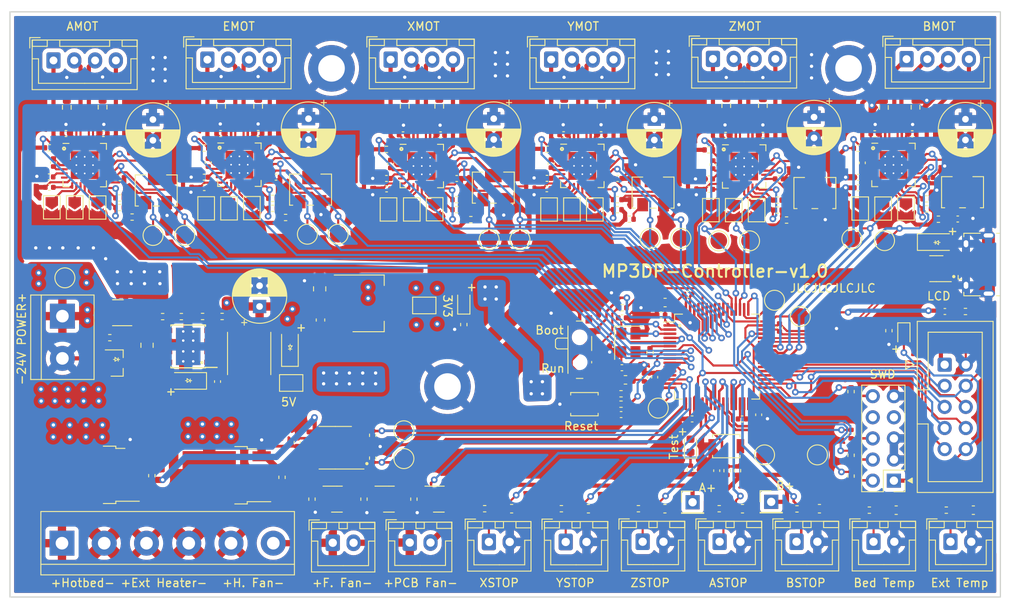
<source format=kicad_pcb>
(kicad_pcb (version 20211014) (generator pcbnew)
  (layers (0 "F.Cu" signal) (31 "B.Cu" signal) (34 "B.Paste" user) (35 "F.Paste" user) (36 "B.SilkS" user "B.Silkscreen") (37 "F.SilkS" user "F.Silkscreen") (38 "B.Mask" user) (39 "F.Mask" user) (44 "Edge.Cuts" user))
  (net 0 "")
  (net 1 "Net-(TP3-Pad1)")
  (net 2 "Net-(TP2-Pad1)")
  (net 3 "Net-(TP4-Pad1)")
  (net 4 "/Heater_Bed-")
  (net 5 "+24V")
  (net 6 "/Heater_Ext-")
  (net 7 "/Fan_Hotend-")
  (net 8 "GND")
  (net 9 "Net-(R29-Pad1)")
  (net 10 "+3V3")
  (net 11 "/A_EN")
  (net 12 "/ASTOP")
  (net 13 "Net-(R38-Pad1)")
  (net 14 "Net-(R37-Pad2)")
  (net 15 "Net-(R36-Pad1)")
  (net 16 "Net-(R33-Pad2)")
  (net 17 "Net-(R35-Pad2)")
  (net 18 "Net-(R34-Pad2)")
  (net 19 "/EXT_TEMP")
  (net 20 "/Fan_Hotend")
  (net 21 "/Fan_Filament")
  (net 22 "/ZSTOP")
  (net 23 "/Fan_Ctrl")
  (net 24 "/BSTOP")
  (net 25 "/YSTOP")
  (net 26 "/Driver_Bed")
  (net 27 "Net-(R60-Pad1)")
  (net 28 "Net-(R59-Pad1)")
  (net 29 "/Y_EN")
  (net 30 "/BED_TEMP")
  (net 31 "/XSTOP")
  (net 32 "/Driver_Ext")
  (net 33 "Net-(R55-Pad1)")
  (net 34 "Net-(R54-Pad1)")
  (net 35 "Net-(R53-Pad1)")
  (net 36 "Net-(R52-Pad1)")
  (net 37 "Net-(R51-Pad2)")
  (net 38 "Net-(R50-Pad2)")
  (net 39 "Net-(R49-Pad2)")
  (net 40 "Net-(R48-Pad2)")
  (net 41 "/B_EN")
  (net 42 "/Z_EN")
  (net 43 "/Heater_Bed")
  (net 44 "/LCD_CS")
  (net 45 "/Heater_Ext")
  (net 46 "Net-(R42-Pad1)")
  (net 47 "Net-(R41-Pad1)")
  (net 48 "Net-(R40-Pad1)")
  (net 49 "Net-(R39-Pad1)")
  (net 50 "Net-(R26-Pad1)")
  (net 51 "Net-(D3-Pad1)")
  (net 52 "Net-(R19-Pad1)")
  (net 53 "/Test_Button")
  (net 54 "Net-(J2-Pad10)")
  (net 55 "/NRST")
  (net 56 "Net-(J2-Pad6)")
  (net 57 "/SWO")
  (net 58 "Net-(J2-Pad4)")
  (net 59 "/SWCLK")
  (net 60 "Net-(J2-Pad2)")
  (net 61 "/SWDIO")
  (net 62 "Net-(R17-Pad1)")
  (net 63 "Net-(D2-Pad1)")
  (net 64 "Net-(R15-Pad1)")
  (net 65 "Net-(R14-Pad1)")
  (net 66 "Net-(R13-Pad1)")
  (net 67 "Net-(R3-Pad1)")
  (net 68 "Net-(R27-Pad1)")
  (net 69 "Net-(R12-Pad1)")
  (net 70 "Net-(R10-Pad2)")
  (net 71 "Net-(R9-Pad2)")
  (net 72 "Net-(R11-Pad2)")
  (net 73 "Net-(D4-Pad1)")
  (net 74 "Net-(R8-Pad2)")
  (net 75 "Net-(D1-Pad2)")
  (net 76 "Net-(C8-Pad2)")
  (net 77 "/OSC_OUT")
  (net 78 "Net-(R4-Pad1)")
  (net 79 "/BOOT0")
  (net 80 "/E_EN")
  (net 81 "/X_EN")
  (net 82 "Net-(RV1-Pad2)")
  (net 83 "Net-(RV3-Pad2)")
  (net 84 "Net-(RV6-Pad2)")
  (net 85 "Net-(RV5-Pad2)")
  (net 86 "Net-(RV4-Pad2)")
  (net 87 "Net-(RV2-Pad2)")
  (net 88 "/USB_CONN_D+")
  (net 89 "/USB_CONN_D-")
  (net 90 "/USB_D-")
  (net 91 "+5VD")
  (net 92 "/USB_D+")
  (net 93 "Net-(J19-Pad2)")
  (net 94 "Net-(J17-Pad2)")
  (net 95 "+5V")
  (net 96 "Net-(C24-Pad2)")
  (net 99 "Net-(C24-Pad1)")
  (net 102 "/EDIR")
  (net 103 "/ESTEP")
  (net 104 "/OSC_IN")
  (net 105 "/ADIR")
  (net 106 "/ASTEP")
  (net 107 "+3.3VA")
  (net 108 "/Test_LED")
  (net 109 "Net-(C25-Pad2)")
  (net 110 "/LCD_SCK")
  (net 111 "/LCD_RST")
  (net 112 "/LCD_MOSI")
  (net 113 "/Beeper")
  (net 114 "/ENC_Button")
  (net 115 "/ENC_B")
  (net 116 "/ENC_A")
  (net 117 "/BDIR")
  (net 118 "/BSTEP")
  (net 119 "/ZDIR")
  (net 120 "/ZSTEP")
  (net 121 "/YDIR")
  (net 122 "/YSTEP")
  (net 123 "/XDIR")
  (net 124 "/XSTEP")
  (net 125 "Net-(J7-Pad1)")
  (net 126 "Net-(C35-Pad2)")
  (net 127 "Net-(C35-Pad1)")
  (net 128 "Net-(C36-Pad2)")
  (net 130 "Net-(C39-Pad2)")
  (net 131 "Net-(JP12-Pad1)")
  (net 132 "Net-(JP10-Pad1)")
  (net 133 "Net-(JP8-Pad1)")
  (net 135 "Net-(J7-Pad4)")
  (net 136 "Net-(J7-Pad3)")
  (net 138 "Net-(J7-Pad2)")
  (net 139 "Net-(J3-Pad1)")
  (net 140 "Net-(C14-Pad2)")
  (net 141 "Net-(C14-Pad1)")
  (net 142 "Net-(C16-Pad2)")
  (net 144 "Net-(C19-Pad2)")
  (net 145 "Net-(JP5-Pad1)")
  (net 146 "Net-(JP3-Pad1)")
  (net 147 "Net-(JP1-Pad1)")
  (net 149 "Net-(J3-Pad4)")
  (net 150 "Net-(J3-Pad3)")
  (net 152 "Net-(J3-Pad2)")
  (net 153 "Net-(J4-Pad1)")
  (net 154 "Net-(C15-Pad2)")
  (net 155 "Net-(C15-Pad1)")
  (net 156 "Net-(C17-Pad2)")
  (net 158 "Net-(C20-Pad2)")
  (net 159 "Net-(JP6-Pad1)")
  (net 160 "Net-(JP4-Pad1)")
  (net 161 "Net-(JP2-Pad1)")
  (net 163 "Net-(J4-Pad4)")
  (net 164 "Net-(J4-Pad3)")
  (net 166 "Net-(J4-Pad2)")
  (net 167 "Net-(J13-Pad1)")
  (net 168 "Net-(C55-Pad2)")
  (net 169 "Net-(C55-Pad1)")
  (net 170 "Net-(C57-Pad2)")
  (net 172 "Net-(C59-Pad2)")
  (net 173 "Net-(JP20-Pad1)")
  (net 174 "Net-(JP18-Pad1)")
  (net 175 "Net-(JP16-Pad1)")
  (net 177 "Net-(J13-Pad4)")
  (net 178 "Net-(J13-Pad3)")
  (net 180 "Net-(J13-Pad2)")
  (net 181 "Net-(J8-Pad1)")
  (net 182 "Net-(C37-Pad2)")
  (net 183 "Net-(C37-Pad1)")
  (net 184 "Net-(C38-Pad2)")
  (net 186 "Net-(C40-Pad2)")
  (net 187 "Net-(JP13-Pad1)")
  (net 188 "Net-(JP11-Pad1)")
  (net 189 "Net-(JP9-Pad1)")
  (net 191 "Net-(J8-Pad4)")
  (net 192 "Net-(J8-Pad3)")
  (net 194 "Net-(J8-Pad2)")
  (net 195 "Net-(J12-Pad1)")
  (net 196 "Net-(C54-Pad2)")
  (net 197 "Net-(C54-Pad1)")
  (net 198 "Net-(C56-Pad2)")
  (net 200 "Net-(C58-Pad2)")
  (net 201 "Net-(JP19-Pad1)")
  (net 202 "Net-(JP17-Pad1)")
  (net 203 "Net-(JP15-Pad1)")
  (net 205 "Net-(J12-Pad4)")
  (net 206 "Net-(J12-Pad3)")
  (net 208 "Net-(J12-Pad2)")
  (net 212 "Net-(D7-Pad1)")
  (net 213 "/24V_in")
  (net 214 "/5V_out")
  (net 215 "/+3V3_out")
  (footprint "Capacitor_SMD:C_0402_1005Metric" (layer "F.Cu") (at 107.0975 57.825 180)
    (fp_text reference "C2")
    (fp_text value "100nF")
  )
  (footprint "TestPoint:TestPoint_Pad_D2.0mm" (layer "F.Cu") (at 116.3 77.15)
    (fp_text reference "TP17")
    (fp_text value "TestPoint")
  )
  (footprint "Resistor_SMD:R_0603_1608Metric" (layer "F.Cu") (at 55.43 35.21619 90)
    (fp_text reference "R13")
    (fp_text value "100m")
  )
  (footprint "MountingHole:MountingHole_3.2mm_M3_DIN965_Pad" (layer "F.Cu") (at 64.25 30.65)
    (fp_text reference "H2")
    (fp_text value "M3")
  )
  (footprint "Connector_JST:JST_XH_B4B-XH-A_1x04_P2.50mm_Vertical" (layer "F.Cu") (at 90.65 29.588629)
    (fp_text reference "J8")
    (fp_text value "Y_MOT")
  )
  (footprint "Inductor_SMD:L_0603_1608Metric" (layer "F.Cu") (at 99.585 68.125)
    (fp_text reference "L1")
    (fp_text value "39nH")
  )
  (footprint "Resistor_SMD:R_0402_1005Metric" (layer "F.Cu") (at 91.88 83.625)
    (fp_text reference "R62")
    (fp_text value "10k")
  )
  (footprint "Jumper:SolderJumper-2_P1.3mm_Open_TrianglePad1.0x1.5mm" (layer "F.Cu") (at 73.9 47.625 -90)
    (fp_text reference "JP3")
    (fp_text value "SolderJumper_2_Open")
  )
  (footprint "Capacitor_SMD:C_0402_1005Metric" (layer "F.Cu") (at 48.93 43.74119)
    (fp_text reference "C17")
    (fp_text value "100nF")
  )
  (footprint "Resistor_SMD:R_0402_1005Metric" (layer "F.Cu") (at 110.85 83.625)
    (fp_text reference "R58")
    (fp_text value "10k")
  )
  (footprint "Potentiometer_SMD:Potentiometer_Bourns_3224W_Vertical" (layer "F.Cu") (at 122.35 45.65 180)
    (fp_text reference "RV5")
    (fp_text value "10k")
  )
  (footprint "Jumper:SolderJumper-2_P1.3mm_Open_TrianglePad1.0x1.5mm" (layer "F.Cu") (at 54.68 47.46619 -90)
    (fp_text reference "JP2")
    (fp_text value "SolderJumper_2_Open")
  )
  (footprint "Connector_JST:JST_XH_B2B-XH-A_1x02_P2.50mm_Vertical" (layer "F.Cu") (at 129.4 87.6)
    (fp_text reference "J18")
    (fp_text value "Bed_Th")
  )
  (footprint "Jumper:SolderJumper-2_P1.3mm_Open_TrianglePad1.0x1.5mm" (layer "F.Cu") (at 75.4 59.175)
    (fp_text reference "JP14")
    (fp_text value "SolderJumper_2_Open")
  )
  (footprint "Capacitor_SMD:C_0402_1005Metric" (layer "F.Cu") (at 103.8675 60.325)
    (fp_text reference "C11")
    (fp_text value "100nF")
  )
  (footprint "Jumper:SolderJumper-2_P1.3mm_Open_TrianglePad1.0x1.5mm" (layer "F.Cu") (at 49.18 47.49119 -90)
    (fp_text reference "JP6")
    (fp_text value "SolderJumper_2_Open")
  )
  (footprint "Connector_JST:JST_XH_B2B-XH-A_1x02_P2.50mm_Vertical" (layer "F.Cu") (at 110.9 87.6)
    (fp_text reference "J11")
    (fp_text value "A-STOP")
  )
  (footprint "Capacitor_SMD:C_0402_1005Metric" (layer "F.Cu") (at 30.31 43.708811)
    (fp_text reference "C36")
    (fp_text value "100nF")
  )
  (footprint "Package_QFP:LQFP-64_10x10mm_P0.5mm" (layer "F.Cu") (at 110.5975 65.325)
    (fp_text reference "U4")
    (fp_text value "STM32F401RCT6")
  )
  (footprint "Connector_JST:JST_XH_B4B-XH-A_1x04_P2.50mm_Vertical" (layer "F.Cu") (at 133.37 29.539758)
    (fp_text reference "J13")
    (fp_text value "B_MOT")
  )
  (footprint "Package_TO_SOT_SMD:TO-252-3_TabPin2" (layer "F.Cu") (at 51.65 79.6 180)
    (fp_text reference "Q2")
    (fp_text value "WSF3087")
  )
  (footprint "Resistor_SMD:R_0603_1608Metric" (layer "F.Cu") (at 130.65 35.35 90)
    (fp_text reference "R55")
    (fp_text value "100m")
  )
  (footprint "Connector_JST:JST_XH_B4B-XH-A_1x04_P2.50mm_Vertical" (layer "F.Cu") (at 110.1 29.513629)
    (fp_text reference "J12")
    (fp_text value "Z_MOT")
  )
  (footprint "Resistor_SMD:R_0603_1608Metric" (layer "F.Cu") (at 50.98 35.21619 90)
    (fp_text reference "R15")
    (fp_text value "100m")
  )
  (footprint "Resistor_SMD:R_0402_1005Metric" (layer "F.Cu") (at 101.14 83.625)
    (fp_text reference "R65")
    (fp_text value "10k")
  )
  (footprint "TestPoint:TestPoint_Pad_D2.0mm" (layer "F.Cu") (at 130.725 51.375 180)
    (fp_text reference "TP13")
    (fp_text value "TestPoint")
  )
  (footprint "Capacitor_SMD:C_0402_1005Metric" (layer "F.Cu") (at 129.55 38.517621 180)
    (fp_text reference "C64")
    (fp_text value "100nF")
  )
  (footprint "Capacitor_SMD:C_0402_1005Metric" (layer "F.Cu") (at 70.87 45.15)
    (fp_text reference "C19")
    (fp_text value "220nF")
  )
  (footprint "Capacitor_SMD:C_0402_1005Metric" (layer "F.Cu") (at 136.05 43.767621 180)
    (fp_text reference "C51")
    (fp_text value "100nF")
  )
  (footprint "Capacitor_SMD:C_0402_1005Metric" (layer "F.Cu") (at 50.91 38.49119 180)
    (fp_text reference "C27")
    (fp_text value "100nF")
  )
  (footprint "Capacitor_SMD:C_0402_1005Metric" (layer "F.Cu") (at 139.525 48.775)
    (fp_text reference "C49")
    (fp_text value "100nF")
  )
  (footprint "Resistor_SMD:R_0402_1005Metric" (layer "F.Cu") (at 99.05 71.05)
    (fp_text reference "R5")
    (fp_text value "10k")
  )
  (footprint "Resistor_SMD:R_0402_1005Metric" (layer "F.Cu") (at 79.3 46.45)
    (fp_text reference "R26")
    (fp_text value "10k")
  )
  (footprint "Resistor_SMD:R_0402_1005Metric" (layer "F.Cu") (at 79.3 47.65 180)
    (fp_text reference "R10")
    (fp_text value "10k")
  )
  (footprint "Resistor_SMD:R_0402_1005Metric" (layer "F.Cu") (at 70.85 40.4)
    (fp_text reference "R1")
    (fp_text value "10k")
  )
  (footprint "Resistor_SMD:R_0402_1005Metric" (layer "F.Cu") (at 126.7 69.54 90)
    (fp_text reference "R23")
    (fp_text value "33")
  )
  (footprint "Capacitor_SMD:C_0402_1005Metric" (layer "F.Cu") (at 30.33 44.958811)
    (fp_text reference "C39")
    (fp_text value "220nF")
  )
  (footprint "Jumper:SolderJumper-2_P1.3mm_Open_TrianglePad1.0x1.5mm" (layer "F.Cu") (at 71.1 47.625 -90)
    (fp_text reference "JP5")
    (fp_text value "SolderJumper_2_Open")
  )
  (footprint "Connector_PinHeader_2.54mm:PinHeader_2x05_P2.54mm_Vertical" (layer "F.Cu") (at 131.85 80.25 180)
    (fp_text reference "J2")
    (fp_text value "Debug")
  )
  (footprint "Package_DFN_QFN:QFN-28-1EP_5x5mm_P0.5mm_EP3.35x3.35mm_ThermalVias" (layer "F.Cu") (at 53.18 42.24119)
    (fp_text reference "U2")
    (fp_text value "A4988")
  )
  (footprint "TestPoint:TestPoint_Pad_D2.0mm" (layer "F.Cu") (at 72.95 74.25)
    (fp_text reference "TP6")
    (fp_text value "TestPoint")
  )
  (footprint "Package_TO_SOT_SMD:SOT-23" (layer "F.Cu") (at 71.15 82.475)
    (fp_text reference "Q5")
    (fp_text value "AO3400A")
  )
  (footprint "Connector_JST:JST_XH_B4B-XH-A_1x04_P2.50mm_Vertical" (layer "F.Cu") (at 30.83 29.698569)
    (fp_text reference "J7")
    (fp_text value "A_MOT")
  )
  (footprint "Capacitor_SMD:C_0402_1005Metric" (layer "F.Cu") (at 48.95 44.99119)
    (fp_text reference "C20")
    (fp_text value "220nF")
  )
  (footprint "Jumper:SolderJumper-2_P1.3mm_Open_TrianglePad1.0x1.5mm" (layer "F.Cu") (at 76.65 47.6 -90)
    (fp_text reference "JP1")
    (fp_text value "SolderJumper_2_Open")
  )
  (footprint "Capacitor_SMD:C_0402_1005Metric" (layer "F.Cu") (at 111.62 38.70625 180)
    (fp_text reference "C61")
    (fp_text value "100nF")
  )
  (footprint "Button_Switch_SMD:SW_SPDT_PCM12" (layer "F.Cu") (at 94.4 64.5 -90)
    (fp_text reference "SW1")
    (fp_text value "SW_SPDT")
  )
  (footprint "Connector_JST:JST_XH_B4B-XH-A_1x04_P2.50mm_Vertical" (layer "F.Cu") (at 71.35 29.594879)
    (fp_text reference "J3")
    (fp_text value "X_MOT")
  )
  (footprint "Resistor_SMD:R_0402_1005Metric" (layer "F.Cu") (at 98.6 47.65 180)
    (fp_text reference "R37")
    (fp_text value "10k")
  )
  (footprint "Capacitor_SMD:C_0402_1005Metric" (layer "F.Cu") (at 57.58 43.74119 180)
    (fp_text reference "C7")
    (fp_text value "100nF")
  )
  (footprint "Button_Switch_SMD:SW_SPST_B3U-1000P" (layer "F.Cu") (at 94.65 71.05)
    (fp_text reference "SW2")
    (fp_text value "SW_Push")
  )
  (footprint "Capacitor_SMD:C_0402_1005Metric" (layer "F.Cu") (at 49.43 41.99119 90)
    (fp_text reference "C15")
    (fp_text value "100nF")
  )
  (footprint "Potentiometer_SMD:Potentiometer_Bourns_3224W_Vertical" (layer "F.Cu") (at 140.1 45.55 180)
    (fp_text reference "RV6")
    (fp_text value "10k")
  )
  (footprint "Capacitor_SMD:C_0402_1005Metric" (layer "F.Cu") (at 128.05 42.017621 90)
    (fp_text reference "C55")
    (fp_text value "100nF")
  )
  (footprint "TestPoint:TestPoint_Pad_D2.0mm" (layer "F.Cu") (at 106.25 51.1)
    (fp_text reference "TP19")
    (fp_text value "TestPoint")
  )
  (footprint "Capacitor_THT:CP_Radial_D6.3mm_P2.50mm" (layer "F.Cu") (at 140.45 36.767621 -90)
    (fp_text reference "C66")
    (fp_text value "100uF")
  )
  (footprint "Capacitor_SMD:C_0603_1608Metric" (layer "F.Cu") (at 85.9 83.625 180)
    (fp_text reference "C52")
    (fp_text value "4.7uF")
  )
  (footprint "Package_DFN_QFN:QFN-28-1EP_5x5mm_P0.5mm_EP3.35x3.35mm_ThermalVias" (layer "F.Cu") (at 94.4 42.38125)
    (fp_text reference "U7")
    (fp_text value "A4988")
  )
  (footprint "Jumper:SolderJumper-2_P1.3mm_Open_TrianglePad1.0x1.5mm" (layer "F.Cu") (at 93.15 47.63125 -90)
    (fp_text reference "JP11")
    (fp_text value "SolderJumper_2_Open")
  )
  (footprint "Resistor_SMD:R_0603_1608Metric" (layer "F.Cu") (at 73.05 35.2125 90)
    (fp_text reference "R14")
    (fp_text value "100m")
  )
  (footprint "Capacitor_SMD:C_0603_1608Metric" (layer "F.Cu") (at 122.9 83.625 180)
    (fp_text reference "C67")
    (fp_text value "4.7uF")
  )
  (footprint "Capacitor_SMD:C_0402_1005Metric" (layer "F.Cu") (at 137.98 59.9)
    (fp_text reference "C41")
    (fp_text value "100nF")
  )
  (footprint "Capacitor_SMD:C_0402_1005Metric" (layer "F.Cu") (at 113.5975 72.825 180)
    (fp_text reference "C25")
    (fp_text value "2.2uF")
  )
  (footprint "Capacitor_SMD:C_0402_1005Metric" (layer "F.Cu") (at 70.85 43.9)
    (fp_text reference "C16")
    (fp_text value "100nF")
  )
  (footprint "Capacitor_SMD:C_0402_1005Metric" (layer "F.Cu") (at 55.43 38.49119)
    (fp_text reference "C23")
    (fp_text value "100nF")
  )
  (footprint "Resistor_SMD:R_0402_1005Metric" (layer "F.Cu") (at 126.7 77.2 90)
    (fp_text reference "R21")
    (fp_text value "33")
  )
  (footprint "Resistor_SMD:R_0402_1005Metric" (layer "F.Cu") (at 100.05 48.8)
    (fp_text reference "R34")
    (fp_text value "10k")
  )
  (footprint "Resistor_SMD:R_0402_1005Metric" (layer "F.Cu") (at 57.17 47.49119 180)
    (fp_text reference "R11")
    (fp_text value "10k")
  )
  (footprint "TerminalBlock:TerminalBlock_bornier-6_P5.08mm" (layer "F.Cu") (at 31.85 87.775)
    (fp_text reference "J6")
    (fp_text value "Screw_Terminal_01x06")
  )
  (footprint "Capacitor_SMD:C_0603_1608Metric" (layer "F.Cu") (at 141.4 83.8 180)
    (fp_text reference "C70")
    (fp_text value "4.7uF")
  )
  (footprint "Package_TO_SOT_SMD:SOT-23" (layer "F.Cu") (at 77.15 82.475)
    (fp_text reference "Q6")
    (fp_text value "AO3400A")
  )
  (footprint "TestPoint:TestPoint_Pad_D2.0mm" (layer "F.Cu") (at 103.5225 71.525)
    (fp_text reference "TP3")
    (fp_text value "TestPoint")
  )
  (footprint "Resistor_SMD:R_0402_1005Metric" (layer "F.Cu") (at 90.15 40.38125)
    (fp_text reference "R32")
    (fp_text value "10k")
  )
  (footprint "Capacitor_SMD:C_0402_1005Metric" (layer "F.Cu") (at 90.13 45.13125)
    (fp_text reference "C40")
    (fp_text value "220nF")
  )
  (footprint "Resistor_SMD:R_0603_1608Metric" (layer "F.Cu") (at 32.43 35.34119 90)
    (fp_text reference "R39")
    (fp_text value "100m")
  )
  (footprint "Resistor_SMD:R_0402_1005Metric" (layer "F.Cu") (at 109.6 40.45625)
    (fp_text reference "R46")
    (fp_text value "10k")
  )
  (footprint "Capacitor_SMD:C_0402_1005Metric" (layer "F.Cu") (at 60.125 75.625 -90)
    (fp_text reference "C48")
    (fp_text value "100nF")
  )
  (footprint "Connector_JST:JST_XH_B2B-XH-A_1x02_P2.50mm_Vertical" (layer "F.Cu") (at 64.4 87.725)
    (fp_text reference "J17")
    (fp_text value "Fan_Filament")
  )
  (footprint "LED_SMD:LED_0603_1608Metric" (layer "F.Cu") (at 107.4 76.05 90)
    (fp_text reference "D2")
    (fp_text value "Red")
  )
  (footprint "Capacitor_SMD:C_0603_1608Metric" (layer "F.Cu") (at 104.325 83.625 180)
    (fp_text reference "C68")
    (fp_text value "4.7uF")
  )
  (footprint "Package_TO_SOT_SMD:SOT-23" (layer "F.Cu") (at 64.9 82.475)
    (fp_text reference "Q4")
    (fp_text value "AO3400A")
  )
  (footprint "Capacitor_SMD:C_0402_1005Metric" (layer "F.Cu") (at 110.1 42.22625 90)
    (fp_text reference "C54")
    (fp_text value "100nF")
  )
  (footprint "Capacitor_SMD:C_0402_1005Metric" (layer "F.Cu") (at 96.65 38.63125)
    (fp_text reference "C45")
    (fp_text value "100nF")
  )
  (footprint "Resistor_SMD:R_0402_1005Metric" (layer "F.Cu") (at 138.15 83.8)
    (fp_text reference "R69")
    (fp_text value "4.7k")
  )
  (footprint "Jumper:SolderJumper-2_P1.3mm_Open_TrianglePad1.0x1.5mm" (layer "F.Cu") (at 30.63 47.36619 -90)
    (fp_text reference "JP12")
    (fp_text value "SolderJumper_2_Open")
  )
  (footprint "Capacitor_SMD:C_0402_1005Metric" (layer "F.Cu") (at 127.57 45.017621)
    (fp_text reference "C59")
    (fp_text value "220nF")
  )
  (footprint "Resistor_SMD:R_0402_1005Metric" (layer "F.Cu") (at 48.93 40.24119)
    (fp_text reference "R2")
    (fp_text value "10k")
  )
  (footprint "LED_SMD:LED_0603_1608Metric" (layer "F.Cu") (at 133.05 62.75 -90)
    (fp_text reference "D3")
    (fp_text value "Yellow")
  )
  (footprint "TestPoint:TestPoint_Pad_D2.0mm" (layer "F.Cu") (at 114.5 51.4)
    (fp_text reference "TP9")
    (fp_text value "TestPoint")
  )
  (footprint "Diode_SMD:D_SOD-123F" (layer "F.Cu") (at 47.025 68.25 180)
    (fp_text reference "D5")
    (fp_text value "DSS34")
  )
  (footprint "Capacitor_SMD:C_0603_1608Metric" (layer "F.Cu") (at 62.925 60.925 -90)
    (fp_text reference "C32")
    (fp_text value "10uF")
  )
  (footprint "TestPoint:TestPoint_Pad_D2.0mm" (layer "F.Cu") (at 65.05 50.6 180)
    (fp_text reference "TP11")
    (fp_text value "TestPoint")
  )
  (footprint "Package_SO:TI_SO-PowerPAD-8_ThermalVias" (layer "F.Cu") (at 47.025 64.1 180)
    (fp_text reference "U3")
    (fp_text value "TPS5430DDA")
  )
  (footprint "Resistor_SMD:R_0402_1005Metric" (layer "F.Cu") (at 128.9 83.8)
    (fp_text reference "R67")
    (fp_text value "4.7k")
  )
  (footprint "Resistor_SMD:R_0402_1005Metric" (layer "F.Cu") (at 82.66 83.625)
    (fp_text reference "R57")
    (fp_text value "10k")
  )
  (footprint "Resistor_SMD:R_0402_1005Metric" (layer "F.Cu") (at 140.45 59.9)
    (fp_text reference "R44")
    (fp_text value "10k")
  )
  (footprint "TestPoint:TestPoint_Pad_D2.0mm" (layer "F.Cu") (at 86.9 51.25 180)
    (fp_text reference "TP21")
    (fp_text value "TestPoint")
  )
  (footprint "Connector_JST:JST_XH_B4B-XH-A_1x04_P2.50mm_Vertical" (layer "F.Cu") (at 49.33 29.598569)
    (fp_text reference "J4")
    (fp_text value "E_MOT")
  )
  (footprint "Capacitor_SMD:C_0402_1005Metric" (layer "F.Cu") (at 36.83 38.49119)
    (fp_text reference "C44")
    (fp_text value "100nF")
  )
  (footprint "Resistor_SMD:R_0402_1005Metric" (layer "F.Cu") (at 38.78 46.24119)
    (fp_text reference "R41")
    (fp_text value "10k")
  )
  (footprint "TestPoint:TestPoint_Pad_D2.0mm" (layer "F.Cu") (at 46.6 50.75)
    (fp_text reference "TP7")
    (fp_text value "TestPoint")
  )
  (footprint "Capacitor_SMD:C_0402_1005Metric" (layer "F.Cu") (at 38.83 43.79119 180)
    (fp_text reference "C31")
    (fp_text value "100nF")
  )
  (footprint "TestPoint:TestPoint_Pad_D2.0mm" (layer "F.Cu") (at 102.55 51.1)
    (fp_text reference "TP20")
    (fp_text value "TestPoint")
  )
  (footprint "Package_TO_SOT_SMD:SOT-23" (layer "F.Cu") (at 38.575 60.05 180)
    (fp_text reference "Q1")
    (fp_text value "AO3401A")
  )
  (footprint "Capacitor_THT:CP_Radial_D6.3mm_P2.50mm" (layer "F.Cu") (at 122.25 36.517621 -90)
    (fp_text reference "C65")
    (fp_text value "100uF")
  )
  (footprint "TestPoint:TestPoint_Pad_D2.0mm" (layer "F.Cu") (at 83.2 51.25 180)
    (fp_text reference "TP22")
    (fp_text value "TestPoint")
  )
  (footprint "Resistor_SMD:R_0402_1005Metric" (layer "F.Cu") (at 117.85 46.5)
    (fp_text reference "R59")
    (fp_text value "10k")
  )
  (footprint "Resistor_SMD:R_0603_1608Metric" (layer "F.Cu") (at 77.2 35.2125 90)
    (fp_text reference "R12")
    (fp_text value "100m")
  )
  (footprint "Jumper:SolderJumper-2_P1.3mm_Open_TrianglePad1.0x1.5mm" (layer "F.Cu") (at 112.6 47.70625 -90)
    (fp_text reference "JP17")
    (fp_text value "SolderJumper_2_Open")
  )
  (footprint "Connector_JST:JST_XH_B2B-XH-A_1x02_P2.50mm_Vertical" (layer "F.Cu") (at 101.65 87.6)
    (fp_text reference "J16")
    (fp_text value "Z-STOP")
  )
  (footprint "Capacitor_SMD:C_0402_1005Metric" (layer "F.Cu") (at 98.65 43.9 180)
    (fp_text reference "C33")
    (fp_text value "100nF")
  )
  (footprint "Package_DFN_QFN:QFN-28-1EP_5x5mm_P0.5mm_EP3.35x3.35mm_ThermalVias" (layer "F.Cu") (at 131.8 42.267621)
    (fp_text reference "U11")
    (fp_text value "A4988")
  )
  (footprint "Potentiometer_SMD:Potentiometer_Bourns_3224W_Vertical" (layer "F.Cu") (at 61.73 45.24119 180)
    (fp_text reference "RV2")
    (fp_text value "10k")
  )
  (footprint "Resistor_SMD:R_0603_1608Metric" (layer "F.Cu") (at 96.72 35.20625 90)
    (fp_text reference "R38")
    (fp_text value "100m")
  )
  (footprint "Jumper:SolderJumper-2_P1.3mm_Open_TrianglePad1.0x1.5mm" (layer "F.Cu") (at 51.93 47.49119 -90)
    (fp_text reference "JP4")
    (fp_text value "SolderJumper_2_Open")
  )
  (footprint "Capacitor_SMD:C_0402_1005Metric" (layer "F.Cu") (at 109.6 43.95625)
    (fp_text reference "C56")
    (fp_text value "100nF")
  )
  (footprint "Capacitor_SMD:C_0603_1608Metric" (layer "F.Cu") (at 95.13 83.625 180)
    (fp_text reference "C60")
    (fp_text value "4.7uF")
  )
  (footprint "TestPoint:TestPoint_Pad_D2.0mm" (layer "F.Cu") (at 61.35 50.6 180)
    (fp_text reference "TP12")
    (fp_text value "TestPoint")
  )
  (footprint "Capacitor_SMD:C_0603_1608Metric" (layer "F.Cu") (at 113.65 83.625 180)
    (fp_text reference "C53")
    (fp_text value "4.7uF")
  )
  (footprint "Resistor_SMD:R_0402_1005Metric" (layer "F.Cu") (at 51.1 60.5)
    (fp_text reference "R29")
    (fp_text value "10k")
  )
  (footprint "Capacitor_SMD:C_0402_1005Metric" (layer "F.Cu") (at 32.33 38.49119 180)
    (fp_text reference "C42")
    (fp_text value "100nF")
  )
  (footprint "Resistor_SMD:R_0402_1005Metric" (layer "F.Cu") (at 111.8 79.05 -90)
    (fp_text reference "R24")
    (fp_text value "10k")
  )
  (footprint "Resistor_SMD:R_0402_1005Metric" (layer "F.Cu") (at 126.7 79.7 90)
    (fp_text reference "R20")
    (fp_text value "33")
  )
  (footprint "Jumper:SolderJumper-2_P1.3mm_Open_TrianglePad1.0x1.5mm" (layer "F.Cu") (at 115.35 47.70625 -90)
    (fp_text reference "JP15")
    (fp_text value "SolderJumper_2_Open")
  )
  (footprint "Jumper:SolderJumper-2_P1.3mm_Open_TrianglePad1.0x1.5mm" (layer "F.Cu") (at 109.85 47.70625 -90)
    (fp_text reference "JP19")
    (fp_text value "SolderJumper_2_Open")
  )
  (footprint "Capacitor_SMD:C_0402_1005Metric" (layer "F.Cu") (at 109.6 45.20625)
    (fp_text reference "C58")
    (fp_text value "220nF")
  )
  (footprint "Potentiometer_SMD:Potentiometer_Bourns_3224W_Vertical" (layer "F.Cu") (at 43.18 45.34119 180)
    (fp_text reference "RV3")
    (fp_text value "10k")
  )
  (footprint "MountingHole:MountingHole_3.2mm_M3_DIN965_Pad" (layer "F.Cu") (at 126.4 30.65)
    (fp_text reference "H3")
    (fp_text value "M3")
  )
  (footprint "Resistor_SMD:R_0402_1005Metric" (layer "F.Cu") (at 42.65 79.65 90)
    (fp_text reference "R61")
    (fp_text value "10k")
  )
  (footprint "Resistor_SMD:R_0603_1608Metric" (layer "F.Cu") (at 116.1 35.13125 90)
    (fp_text reference "R52")
    (fp_text value "100m")
  )
  (footprint "Capacitor_SMD:C_0402_1005Metric" (layer "F.Cu") (at 118.05 43.95 180)
    (fp_text reference "C50")
    (fp_text value "100nF")
  )
  (footprint "Resistor_SMD:R_0402_1005Metric" (layer "F.Cu") (at 37.6 63.05)
    (fp_text reference "R7")
    (fp_text value "100k")
  )
  (footprint "Resistor_SMD:R_0402_1005Metric" (layer "F.Cu") (at 135.8 46.35)
    (fp_text reference "R60")
    (fp_text value "10k")
  )
  (footprint "Capacitor_SMD:C_0402_1005Metric" (layer "F.Cu") (at 116.1 38.70625)
    (fp_text reference "C63")
    (fp_text value "100nF")
  )
  (footprint "TestPoint:TestPoint_Pad_D2.0mm" (layer "F.Cu") (at 32.2 55.85)
    (fp_text reference "TP1")
    (fp_text value "TestPoint")
  )
  (footprint "Resistor_SMD:R_0402_1005Metric" (layer "F.Cu") (at 118.95 48.9)
    (fp_text reference "R48")
    (fp_text value "10k")
  )
  (footprint "Resistor_SMD:R_0402_1005Metric" (layer "F.Cu") (at 69.2 74.79 -90)
    (fp_text reference "R45")
    (fp_text value "10k")
  )
  (footprint "Capacitor_SMD:C_0402_1005Metric" (layer "F.Cu") (at 127.55 43.767621)
    (fp_text reference "C57")
    (fp_text value "100nF")
  )
  (footprint "Capacitor_SMD:C_0402_1005Metric" (layer "F.Cu") (at 79.3 43.9 180)
    (fp_text reference "C6")
    (fp_text value "100nF")
  )
  (footprint "TestPoint:TestPoint_Pad_D2.0mm" (layer "F.Cu") (at 126.8 51.175 180)
    (fp_text reference "TP14")
    (fp_text value "TestPoint")
  )
  (footprint "Capacitor_SMD:C_0805_2012Metric" (layer "F.Cu") (at 62.825 57.175 -90)
    (fp_text reference "C34")
    (fp_text value "22uF")
  )
  (footprint "Resistor_SMD:R_0402_1005Metric" (layer "F.Cu") (at 57.17 46.29119)
    (fp_text reference "R27")
    (fp_text value "10k")
  )
  (footprint "Resistor_SMD:R_0402_1005Metric" (layer "F.Cu") (at 102.535 64.825 90)
    (fp_text reference "R6")
    (fp_text value "100")
  )
  (footprint "Capacitor_SMD:C_0402_1005Metric" (layer "F.Cu") (at 107.5975 72.825)
    (fp_text reference "C9")
    (fp_text value "100nF")
  )
  (footprint "Connector_JST:JST_XH_B2B-XH-A_1x02_P2.50mm_Vertical" (layer "F.Cu") (at 92.4 87.625)
    (fp_text reference "J14")
    (fp_text value "Y-STOP")
  )
  (footprint "Resistor_SMD:R_0402_1005Metric" (layer "F.Cu") (at 69.2 77.54 90)
    (fp_text reference "R43")
    (fp_text value "10k")
  )
  (footprint "Capacitor_THT:CP_Radial_D6.3mm_P2.50mm" (layer "F.Cu") (at 42.78 36.808811 -90)
    (fp_text reference "C46")
    (fp_text value "100uF")
  )
  (footprint "Resistor_SMD:R_0402_1005Metric" (layer "F.Cu") (at 99.19 59.45)
    (fp_text reference "R4")
    (fp_text value "10k")
  )
  (footprint "Package_TO_SOT_SMD:SOT-223-3_TabPin2" (layer "F.Cu") (at 68.675 58.925)
    (fp_text reference "U5")
    (fp_text value "AMS1117-3.3")
  )
  (footprint "Resistor_SMD:R_0402_1005Metric" (layer "F.Cu") (at 126.7 74.65 90)
    (fp_text reference "R22")
    (fp_text value "33")
  )
  (footprint "Resistor_SMD:R_0402_1005Metric" (layer "F.Cu") (at 43.95 60.515 180)
    (fp_text reference "R17")
    (fp_text value "100k")
  )
  (footprint "Jumper:SolderJumper-2_P1.3mm_Open_TrianglePad1.0x1.5mm" (layer "F.Cu") (at 133.3 47.517621 -90)
    (fp_text reference "JP16")
    (fp_text value "SolderJumper_2_Open")
  )
  (footprint "Crystal:Crystal_SMD_3225-4Pin_3.2x2.5mm" (layer "F.Cu") (at 99.935 63.665 -90)
    (fp_text reference "Y1")
    (fp_text value "16MHz")
  )
  (footprint "TestPoint:TestPoint_Pad_D2.0mm" (layer "F.Cu") (at 110.8 51.4)
    (fp_text reference "TP10")
    (fp_text value "TestPoint")
  )
  (footprint "Capacitor_SMD:C_0402_1005Metric" (layer "F.Cu") (at 77.35 38.65)
    (fp_text reference "C26")
    (fp_text value "100nF")
  )
  (footprint "Resistor_SMD:R_0402_1005Metric" (layer "F.Cu") (at 68.15 82.475 -90)
    (fp_text reference "R66")
    (fp_text value "10k")
  )
  (footprint "Resistor_SMD:R_0402_1005Metric" (layer "F.Cu") (at 113.05 79.05 -90)
    (fp_text reference "R19")
    (fp_text value "10k")
  )
  (footprint "Connector_JST:JST_XH_B2B-XH-A_1x02_P2.50mm_Vertical" (layer "F.Cu") (at 138.65 87.6)
    (fp_text reference "J20")
    (fp_text value "Ext_Th")
  )
  (footprint "Jumper:SolderJumper-2_P1.3mm_Open_TrianglePad1.0x1.5mm" (layer "F.Cu") (at 33.38 47.36619 -90)
    (fp_text reference "JP10")
    (fp_text value "SolderJumper_2_Open")
  )
  (footprint "Capacitor_THT:CP_Radial_D6.3mm_P2.50mm" (layer "F.Cu") (at 83.75 36.705121 -90)
    (fp_text reference "C28")
    (fp_text value "100uF")
  )
  (footprint "Package_DFN_QFN:QFN-28-1EP_5x5mm_P0.5mm_EP3.35x3.35mm_ThermalVias" (layer "F.Cu") (at 113.85 42.45625)
    (fp_text reference "U10")
    (fp_text value "A4988")
  )
  (footprint "Resistor_SMD:R_0603_1608Metric" (layer "F.Cu") (at 36.73 35.31619 90)
    (fp_text reference "R36")
    (fp_text value "100m")
  )
  (footprint "Diode_SMD:D_SOT-23_ANK" (layer "F.Cu") (at 38.45 66.1)
    (fp_text reference "D1")
    (fp_text value "BZX84C7V5")
  )
  (footprint "Capacitor_SMD:C_0402_1005Metric" (layer "F.Cu") (at 99.06 72.3)
    (fp_text reference "C10")
    (fp_text value "100nF")
  )
  (footprint "Resistor_SMD:R_0402_1005Metric" (layer "F.Cu") (at 131.25 62.21 90)
    (fp_text reference "R25")
    (fp_text value "100")
  )
  (footprint "Resistor_SMD:R_0402_1005Metric" (layer "F.Cu") (at 99.05 69.8)
    (fp_text reference "R3")
    (fp_text value "10k")
  )
  (footprint "Connector_PinHeader_2.54mm:PinHeader_1x01_P2.54mm_Vertical" (layer "F.Cu") (at 117.1 82.8)
    (fp_text reference "J21")
    (fp_text value "Opt_PwrA")
  )
  (footprint "Jumper:SolderJumper-2_P1.3mm_Open_TrianglePad1.0x1.5mm" (layer "F.Cu") (at 36.13 47.39119 -90)
    (fp_text reference "JP8")
    (fp_text value "SolderJumper_2_Open")
  )
  (footprint "Capacitor_SMD:C_0402_1005Metric" (layer "F.Cu") (at 118.0975 61.825 90)
    (fp_text reference "C4")
    (fp_text value "100nF")
  )
  (footprint "Capacitor_SMD:C_0402_1005Metric" (layer "F.Cu") (at 99.155 66.665)
    (fp_text reference "C8")
    (fp_text value "12pF")
  )
  (footprint "Potentiometer_SMD:Potentiometer_Bourns_3224W_Vertical" (layer "F.Cu") (at 102.9 45.6 180)
    (fp_text reference "RV4")
    (fp_text value "10k")
  )
  (footprint "Package_SO:SOIC-8-1EP_3.9x4.9mm_P1.27mm_EP2.29x3mm" (layer "F.Cu") (at 64.7 76.29 180)
    (fp_text reference "U9")
    (fp_text value "TC4427")
  )
  (footprint "Capacitor_SMD:C_0402_1005Metric" (layer "F.Cu") (at 50.55 68.33 90)
    (fp_text reference "C24")
    (fp_text value "10nF")
  )
  (footprint "Resistor_SMD:R_0402_1005Metric" (layer "F.Cu") (at 61.9 82.475 -90)
    (fp_text reference "R64")
    (fp_text value "10k")
  )
  (footprint "Resistor_SMD:R_0402_1005Metric" (layer "F.Cu") (at 120.2 83.65)
    (fp_text reference "R63")
    (fp_text value "10k")
  )
  (footprint "Capacitor_SMD:C_0402_1005Metric" (layer "F.Cu") (at 72.85 38.65 180)
    (fp_text reference "C22")
    (fp_text value "100nF")
  )
  (footprint "Resistor_SMD:R_0402_1005Metric" (layer "F.Cu") (at 40.28 48.54119)
    (fp_text reference "R33")
    (fp_text value "10k")
  )
  (footprint "Resistor_SMD:R_0402_1005Metric" (layer "F.Cu") (at 117.85 47.7 180)
    (fp_text reference "R50")
    (fp_text value "10k")
  )
  (footprint "Capacitor_SMD:C_0402_1005Metric" (layer "F.Cu") (at 90.65 42.11125 90)
    (fp_text reference "C37")
    (fp_text value "100nF")
  )
  (footprint "Connector_USB:USB_Micro-B_Amphenol_10118194_Horizontal" (layer "F.Cu") (at 141.915 54.25 90)
    (fp_text reference "J5")
    (fp_text value "Amphenol")
  )
  (footprint "Resistor_SMD:R_0402_1005Metric" (layer "F.Cu") (at 58.73 48.59119)
    (fp_text reference "R9")
    (fp_text value "10k")
  )
  (footprint "Capacitor_SMD:C_0402_1005Metric" (layer "F.Cu") (at 115.5975 72.325 90)
    (fp_text reference "C5")
    (fp_text value "100nF")
  )
  (footprint "Jumper:SolderJumper-2_P1.3mm_Open_TrianglePad1.0x1.5mm" (layer "F.Cu") (at 59.4 68.5)
    (fp_text reference "JP7")
    (fp_text value "SolderJumper_2_Open")
  )
  (footprint "Capacitor_SMD:C_0603_1608Metric" (layer "F.Cu") (at 104.3475 58.825)
    (fp_text reference "C1")
    (fp_text value "4.7uF")
  )
  (footprint "Capacitor_SMD:C_0402_1005Metric" (layer "F.Cu") (at 103.0975 67.805 -90)
    (fp_text reference "C21")
    (fp_text value "10nF")
  )
  (footprint "Capacitor_SMD:C_0805_2012Metric" (layer "F.Cu") (at 42.075 63.965 -90)
    (fp_text reference "C12")
    (fp_text value "10uF")
  )
  (footprint "Resistor_SMD:R_0402_1005Metric" (layer "F.Cu") (at 74.15 82.475 -90)
    (fp_text reference "R68")
    (fp_text value "10k")
  )
  (footprint "Capacitor_THT:CP_Radial_D6.3mm_P2.50mm" (layer "F.Cu") (at 55.6 59.3 90)
    (fp_text reference "C30")
    (fp_text value "220uF")
  )
  (footprint "Inductor_SMD:L_Taiyo-Yuden_MD-5050" (layer "F.Cu") (at 54.35 64.95 90)
    (fp_text reference "L2")
    (fp_text value "15uH")
  )
  (footprint "Capacitor_SMD:C_0402_1005Metric" (layer "F.Cu") (at 101.8475 67.825 -90)
    (fp_text reference "C13")
    (fp_text value "1uF")
  )
  (footprint "TerminalBlock:TerminalBlock_bornier-2_P5.08mm" (layer "F.Cu") (at 31.9 60.46 -90)
    (fp_text reference "J1")
    (fp_text value "24V Power In")
  )
  (footprint "Resistor_SMD:R_0402_1005Metric" (layer "F.Cu") (at 98.6 46.45)
    (fp_text reference "R42")
    (fp_text value "10k")
  )
  (footprint "Resistor_SMD:R_0402_1005Metric" (layer "F.Cu") (at 81 48.85)
    (fp_text reference "R8")
    (fp_text value "10k")
  )
  (footprint "Package_TO_SOT_SMD:SOT-23-6" (layer "F.Cu") (at 136.95 54.75 180)
    (fp_text reference "U8")
    (fp_text value "USBLC6-2SC6")
  )
  (footprint "Capacitor_SMD:C_0402_1005Metric" (layer "F.Cu") (at 99.185 60.665 180)
    (fp_text reference "C3")
    (fp_text value "12pF")
  )
  (footprint "Resistor_SMD:R_0402_1005Metric" (layer "F.Cu") (at 80.15 61.475 90)
    (fp_text reference "R28")
    (fp_text value "100")
  )
  (footprint "Resistor_SMD:R_0402_1005Metric" (layer "F.Cu") (at 107.4 78.96 90)
    (fp_text reference "R16")
    (fp_text value "240")
  )
  (footprint "Capacitor_SMD:C_0402_1005Metric" (layer "F.Cu") (at 90.15 43.88125)
    (fp_text reference "C38")
    (fp_text value "100nF")
  )
  (footprint "Resistor_SMD:R_0402_1005Metric" (layer "F.Cu") (at 127.54 40.267621)
    (fp_text reference "R47")
    (fp_text value "10k")
  )
  (footprint "Capacitor_SMD:C_0402_1005Metric" (layer "F.Cu") (at 110.55 79.05 -90)
    (fp_text reference "C18")
    (fp_text value "100nF")
  )
  (footprint "Package_DFN_QFN:QFN-28-1EP_5x5mm_P0.5mm_EP3.35x3.35mm_ThermalVias" (layer "F.Cu") (at 75.1 42.4)
    (fp_text reference "U1")
    (fp_text value "A4988")
  )
  (footprint "Resistor_SMD:R_0402_1005Metric" (layer "F.Cu") (at 135.8 47.55 180)
    (fp_text reference "R51")
    (fp_text value "10k")
  )
  (footprint "Jumper:SolderJumper-2_P1.3mm_Open_TrianglePad1.0x1.5mm" (layer "F.Cu") (at 127.8 47.517621 -90)
    (fp_text reference "JP20")
    (fp_text value "SolderJumper_2_Open")
  )
  (footprint "Resistor_SMD:R_0402_1005Metric" (layer "F.Cu") (at 30.32 40.208811)
    (fp_text reference "R31")
    (fp_text value "10k")
  )
  (footprint "Connector_JST:JST_XH_B2B-XH-A_1x02_P2.50mm_Vertical" (layer "F.Cu") (at 120.15 87.6)
    (fp_text reference "J15")
    (fp_text value "B-STOP")
  )
  (footprint "MountingHole:MountingHole_3.2mm_M3_DIN965_Pad" (layer "F.Cu") (at 78.19 68.93)
    (fp_text reference "H1")
    (fp_text value "M3")
  )
  (footprint "Capacitor_THT:CP_Radial_D6.3mm_P2.50mm" (layer "F.Cu") (at 103.05 36.767621 -90)
    (fp_text reference "C47")
    (fp_text value "100uF")
  )
  (footprint "Connector_IDC:IDC-Header_2x05_P2.54mm_Vertical" (layer "F.Cu") (at 137.95 66.3)
    (fp_text reference "J9")
    (fp_text value "Display")
  )
  (footprint "TestPoint:TestPoint_Pad_D2.0mm" (layer "F.Cu") (at 42.8 50.75)
    (fp_text reference "TP8")
    (fp_text value "TestPoint")
  )
  (footprint "Jumper:SolderJumper-2_P1.3mm_Open_TrianglePad1.0x1.5mm" (layer "F.Cu") (at 130.55 47.517621 -90)
    (fp_text reference "JP18")
    (fp_text value "SolderJumper_2_Open")
  )
  (footprint "Connector_JST:JST_XH_B2B-XH-A_1x02_P2.50mm_Vertical" (layer "F.Cu") (at 83.17 87.625)
    (fp_text reference "J10")
    (fp_text value "X-STOP")
  )
  (footprint "Capacitor_SMD:C_0402_1005Metric" (layer "F.Cu") (at 71.35 42.15 90)
    (fp_text reference "C14")
    (fp_text value "100nF")
  )
  (footprint "TestPoint:TestPoint_Pad_D2.0mm" (layer "F.Cu") (at 72.95 77.6)
    (fp_text reference "TP5")
    (fp_text value "TestPoint")
  )
  (footprint "Connector_PinHeader_2.54mm:PinHeader_1x01_P2.54mm_Vertical" (layer "F.Cu") (at 107.65 82.85)
    (fp_text reference "J22")
    (fp_text value "Opt_PwrB")
  )
  (footprint "LED_SMD:LED_0603_1608Metric" (layer "F.Cu") (at 80.15 58.725 90)
    (fp_text reference "D4")
    (fp_text value "Green")
  )
  (footprint "Diode_SMD:D_SOD-123F" (layer "F.Cu") (at 136.875 51.55)
    (fp_text reference "D6")
    (fp_text value "DSS34")
  )
  (footprint "Capacitor_SMD:C_0402_1005Metric" (layer "F.Cu") (at 92.15 38.63125 180)
    (fp_text reference "C43")
    (fp_text value "100nF")
  )
  (footprint "Resistor_SMD:R_0402_1005Metric" (layer "F.Cu") (at 137.2 48.8)
    (fp_text reference "R49")
    (fp_text value "10k")
  )
  (footprint "Resistor_SMD:R_0402_1005Metric" (layer "F.Cu") (at 58.3 79.85 90)
    (fp_text reference "R56")
    (fp_text value "10k")
  )
  (footprint "TestPoint:TestPoint_Pad_D2.0mm" (layer "F.Cu") (at 117.5 58.55)
    (fp_text reference "TP4")
    (fp_text value "TestPoint")
  )
  (footprint "Capacitor_SMD:C_0402_1005Metric" (layer "F.Cu") (at 134.05 38.517621)
    (fp_text reference "C62")
    (fp_text value "100nF")
  )
  (footprint "Package_TO_SOT_SMD:TO-252-3_TabPin2" (layer "F.Cu") (at 35.85 79.55 180)
    (fp_text reference "Q3")
    (fp_text value "WSF3087")
  )
  (footprint "Capacitor_SMD:C_0603_1608Metric" (layer "F.Cu") (at 132.125 83.8 180)
    (fp_text reference "C69")
    (fp_text value "4.7uF")
  )
  (footprint "TestPoint:TestPoint_Pad_D2.0mm" (layer "F.Cu") (at 120.6 60.5)
    (fp_text reference "TP2")
    (fp_text value "TestPoint")
  )
  (footprint "Resistor_SMD:R_0402_1005Metric" (layer "F.Cu") (at 48.75 60.5)
    (fp_text reference "R30")
    (fp_text value "3.3k")
  )
  (footprint "Jumper:SolderJumper-2_P1.3mm_Open_TrianglePad1.0x1.5mm" (layer "F.Cu") (at 95.9 47.63125 -90)
    (fp_text reference "JP9")
    (fp_text value "SolderJumper_2_Open")
  )
  (footprint "Resistor_SMD:R_0603_1608Metric" (layer "F.Cu") (at 134.45 35.325 90)
    (fp_text reference "R53")
    (fp_text value "100m")
  )
  (footprint "Button_Switch_SMD:SW_SPST_B3U-1000P" (layer "F.Cu") (at 111.7 76.1)
    (fp_text reference "SW3")
    (fp_text value "SW_Push")
  )
  (footprint "Resistor_SMD:R_0402_1005Metric" (layer "F.Cu") (at 46.2 60.515 180)
    (fp_text reference "R18")
    (fp_text value "24k")
  )
  (footprint "Potentiometer_SMD:Potentiometer_Bourns_3224W_Vertical" (layer "F.Cu") (at 83.7 45 180)
    (fp_text reference "RV1")
    (fp_text value "10k")
  )
  (footprint "Resistor_SMD:R_0603_1608Metric" (layer "F.Cu") (at 92.22 35.20625 90)
    (fp_text reference "R40")
    (fp_text value "100m")
  )
  (footprint "Jumper:SolderJumper-2_P1.3mm_Open_TrianglePad1.0x1.5mm" (layer "F.Cu") (at 90.4 47.63125 -90)
    (fp_text reference "JP13")
    (fp_text value "SolderJumper_2_Open")
  )
  (footprint "Connector_JST:JST_XH_B2B-XH-A_1x02_P2.50mm_Vertical" (layer "F.Cu") (at 73.65 87.7)
    (fp_text reference "J19")
    (fp_text value "Fan_Ctrl")
  )
  (footprint "Package_DFN_QFN:QFN-28-1EP_5x5mm_P0.5mm_EP3.35x3.35mm_ThermalVias" (layer "F.Cu") (at 34.58 42.29119)
    (fp_text reference "U6")
    (fp_text value "A4988")
  )
  (footprint "Capacitor_THT:CP_Radial_D6.3mm_P2.50mm" (layer "F.Cu") (at 61.48 36.708811 -90)
    (fp_text reference "C29")
    (fp_text value "100uF")
  )
  (footprint "Resistor_SMD:R_0402_1005Metric" (layer "F.Cu") (at 38.78 47.39119 180)
    (fp_text reference "R35")
    (fp_text value "10k")
  )
  (footprint "Capacitor_SMD:C_0402_1005Metric" (layer "F.Cu") (at 30.83 41.978811 90)
    (fp_text reference "C35")
    (fp_text value "100nF")
  )
  (footprint "Diode_SMD:D_SOD-123F" (layer "F.Cu") (at 59.25 64.3 90)
    (fp_text reference "D7")
    (fp_text value "DSS34")
  )
  (footprint "Resistor_SMD:R_0603_1608Metric" (layer "F.Cu") (at 111.7 35.13125 90)
    (fp_text reference "R54")
    (fp_text value "100m")
  )
  (footprint "TestPoint:TestPoint_Pad_D2.0mm" (layer "F.Cu") (at 122.65 77.15)
    (fp_text reference "TP18")
    (fp_text value "TestPoint")
  )
  (gr_circle (center 106.1 61.6) (end 106.2 61.6) (layer "F.SilkS") (width 0.2) (fill none))
  (gr_line (start 137.2125 51.85) (end 137.2125 51.4) (layer "F.SilkS") (width 0.11))
  (gr_line (start 59.275 64.0375) (end 59.275 63.8375) (layer "F.SilkS") (width 0.1))
  (gr_circle (center 111.4 40.4) (end 111.45 40.4) (layer "F.SilkS") (width 0.2) (fill none))
  (gr_line (start 47.275 68.225) (end 47.45 68.225) (layer "F.SilkS") (width 0.1))
  (gr_line (start 137.2125 51.6) (end 137.4125 51.6) (layer "F.SilkS") (width 0.1))
  (gr_line (start 46.8875 68.225) (end 46.6875 68.225) (layer "F.SilkS") (width 0.1))
  (gr_line (start 46.8875 67.975) (end 46.8875 68.425) (layer "F.SilkS") (width 0.11))
  (gr_line (start 46.8875 68.425) (end 47.2375 68.225) (layer "F.SilkS") (width 0.1))
  (gr_circle (center 91.95 40.35) (end 92 40.35) (layer "F.SilkS") (width 0.2) (fill none))
  (gr_line (start 59.275 64.425) (end 59.275 64.6) (layer "F.SilkS") (width 0.1))
  (gr_circle (center 32.1 40.3) (end 32.15 40.3) (layer "F.SilkS") (width 0.2) (fill none))
  (gr_circle (center 50.8 40.2) (end 50.85 40.2) (layer "F.SilkS") (width 0.2) (fill none))
  (gr_line (start 59.525 64.0375) (end 59.075 64.0375) (layer "F.SilkS") (width 0.11))
  (gr_line (start 47.2375 68.225) (end 46.8875 67.975) (layer "F.SilkS") (width 0.1))
  (gr_circle (center 68.5 78.2) (end 68.6 78.2) (layer "F.SilkS") (width 0.2) (fill none))
  (gr_poly (pts (xy 134.05 80.5) (xy 133.55 80.25) (xy 134.05 79.95)) (layer "F.SilkS") (width 0.15) (fill solid))
  (gr_line (start 38.575 65.675) (end 38.225 65.425) (layer "F.SilkS") (width 0.1))
  (gr_line (start 136.825 51.6) (end 136.65 51.6) (layer "F.SilkS") (width 0.1))
  (gr_line (start 47.275 68.0125) (end 47.275 68.4375) (layer "F.SilkS") (width 0.1))
  (gr_circle (center 48.65 66.05) (end 48.75 66.05) (layer "F.SilkS") (width 0.2) (fill none))
  (gr_circle (center 129.35 40.25) (end 129.4 40.25) (layer "F.SilkS") (width 0.2) (fill none))
  (gr_line (start 136.8625 51.6) (end 137.2125 51.85) (layer "F.SilkS") (width 0.1))
  (gr_line (start 137.2125 51.4) (end 136.8625 51.6) (layer "F.SilkS") (width 0.1))
  (gr_line (start 38.225 65.425) (end 38.225 65.875) (layer "F.SilkS") (width 0.11))
  (gr_circle (center 139.05 55.7) (end 139.15 55.7) (layer "F.SilkS") (width 0.2) (fill none))
  (gr_line (start 38.6125 65.4625) (end 38.6125 65.8875) (layer "F.SilkS") (width 0.1))
  (gr_line (start 38.6125 65.675) (end 38.7875 65.675) (layer "F.SilkS") (width 0.1))
  (gr_line (start 38.225 65.875) (end 38.575 65.675) (layer "F.SilkS") (width 0.1))
  (gr_line (start 38.225 65.675) (end 38.025 65.675) (layer "F.SilkS") (width 0.1))
  (gr_line (start 59.075 64.0375) (end 59.275 64.3875) (layer "F.SilkS") (width 0.1))
  (gr_line (start 59.4875 64.425) (end 59.0625 64.425) (layer "F.SilkS") (width 0.1))
  (gr_line (start 136.825 51.8125) (end 136.825 51.3875) (layer "F.SilkS") (width 0.1))
  (gr_line (start 59.275 64.3875) (end 59.525 64.0375) (layer "F.SilkS") (width 0.1))
  (gr_circle (center 72.65 40.35) (end 72.7 40.35) (layer "F.SilkS") (width 0.2) (fill none))
  (gr_rect (start 144.65 23.85) (end 25.6 94.25) (layer "Edge.Cuts") (width 0.15) (fill none))
  (gr_text "YMOT" (at 94.5 25.6) (layer "F.SilkS") (effects (font (size 1 1))))
  (gr_text "+" (at 132.1 64.35) (layer "F.SilkS") (effects (font (size 1 1))))
  (gr_text "EMOT" (at 53.1 25.6) (layer "F.SilkS") (effects (font (size 1 1))))
  (gr_text "XSTOP\n" (at 84.4 92.55) (layer "F.SilkS") (effects (font (size 1 1))))
  (gr_text "Ext Temp" (at 139.75 92.55) (layer "F.SilkS") (effects (font (size 1 1))))
  (gr_text "Boot" (at 90.45 62.15) (layer "F.SilkS") (effects (font (size 1 1))))
  (gr_text "+" (at 106.45 74.3) (layer "F.SilkS") (effects (font (size 1 1))))
  (gr_text "+H. Fan-" (at 54.85 92.55) (layer "F.SilkS") (effects (font (size 1 1))))
  (gr_text "Run" (at 90.85 66.75) (layer "F.SilkS") (effects (font (size 1 1))))
  (gr_text "+Ext Heater-" (at 44.1 92.55) (layer "F.SilkS") (effects (font (size 1 1))))
  (gr_text "5V" (at 59.1 70.8) (layer "F.SilkS") (effects (font (size 1 1))))
  (gr_text "Reset" (at 94.25 73.7) (layer "F.SilkS") (effects (font (size 1 1))))
  (gr_text "-24V POWER+" (at 27 63.2 90) (layer "F.SilkS") (effects (font (size 1 1))))
  (gr_text "A+" (at 109.45 81.1) (layer "F.SilkS") (effects (font (size 1 1))))
  (gr_text "XMOT" (at 75.3 25.6) (layer "F.SilkS") (effects (font (size 1 1))))
  (gr_text "MP3DP-Controller-v1.0" (at 110.35 55.05) (layer "F.SilkS") (effects (font (size 1.5 1.5) (thickness 0.25))))
  (gr_text "+" (at 44.95 69.5) (layer "F.SilkS") (effects (font (size 1 1))))
  (gr_text "B+" (at 118.8 80.85) (layer "F.SilkS") (effects (font (size 1 1))))
  (gr_text "YSTOP\n" (at 93.55 92.55) (layer "F.SilkS") (effects (font (size 1 1))))
  (gr_text "ASTOP" (at 111.95 92.55) (layer "F.SilkS") (effects (font (size 1 1))))
  (gr_text "+Hotbed-" (at 34.35 92.55) (layer "F.SilkS") (effects (font (size 1 1))))
  (gr_text "Bed Temp" (at 130.7 92.55) (layer "F.SilkS") (effects (font (size 1 1))))
  (gr_text "SWD" (at 130.5 67.45) (layer "F.SilkS") (effects (font (size 1 1))))
  (gr_text "ZMOT" (at 113.95 25.6) (layer "F.SilkS") (effects (font (size 1 1))))
  (gr_text "JLCJLCJLCJLC" (at 124.5 57.1) (layer "F.SilkS") (effects (font (size 1 1))))
  (gr_text "BSTOP" (at 121.25 92.55) (layer "F.SilkS") (effects (font (size 1 1))))
  (gr_text "3V3" (at 78.2 59.25 270) (layer "F.SilkS") (effects (font (size 1 1))))
  (gr_text "+" (at 138.9 50.2) (layer "F.SilkS") (effects (font (size 1 1))))
  (gr_text "+" (at 81.1 56.95) (layer "F.SilkS") (effects (font (size 1 1))))
  (gr_text "+PCB Fan-\n" (at 74.95 92.55) (layer "F.SilkS") (effects (font (size 1 1))))
  (gr_text "+F. Fan-\n" (at 65.55 92.55) (layer "F.SilkS") (effects (font (size 1 1))))
  (gr_text "+" (at 60.6 61.8) (layer "F.SilkS") (effects (font (size 1 1))))
  (gr_text "BMOT" (at 137.3 25.6) (layer "F.SilkS") (effects (font (size 1 1))))
  (gr_text "ZSTOP" (at 102.55 92.55) (layer "F.SilkS") (effects (font (size 1 1))))
  (gr_text "LCD" (at 137.25 58.05) (layer "F.SilkS") (effects (font (size 1 1))))
  (gr_text "Test" (at 105.4 76.2 90) (layer "F.SilkS") (effects (font (size 1 1))))
  (gr_text "AMOT" (at 34.3 25.6) (layer "F.SilkS") (effects (font (size 1 1))))
  (segment (start 105.835 66.575) (end 104.9225 66.575) (width 0.25) (layer "F.Cu") (net 1))
  (segment (start 104.8225 69.975) (end 104.8225 70.225) (width 0.25) (layer "F.Cu") (net 1))
  (segment (start 104.8225 70.225) (end 103.5225 71.525) (width 0.25) (layer "F.Cu") (net 1))
  (segment (start 106.485 67.225) (end 105.835 66.575) (width 0.25) (layer "F.Cu") (net 1))
  (via (at 106.485 67.225) (size 0.8) (drill 0.4) (layers "F.Cu" "B.Cu") (net 1))
  (via (at 104.8225 69.975) (size 0.8) (drill 0.4) (layers "F.Cu" "B.Cu") (net 1))
  (segment (start 104.8225 68.8875) (end 104.8225 69.975) (width 0.25) (layer "B.Cu") (net 1))
  (segment (start 106.485 67.225) (end 104.8225 68.8875) (width 0.25) (layer "B.Cu") (net 1))
  (segment (start 111.8475 60.419295) (end 112.527245 61.09904) (width 0.25) (layer "F.Cu") (net 2))
  (segment (start 111.8475 59.65) (end 111.8475 60.419295) (width 0.25) (layer "F.Cu") (net 2))
  (segment (start 117.7 60.5) (end 120.6 60.5) (width 0.25) (layer "F.Cu") (net 2))
  (segment (start 117.10096 61.09904) (end 117.7 60.5) (width 0.25) (layer "F.Cu") (net 2))
  (segment (start 112.527245 61.09904) (end 117.10096 61.09904) (width 0.25) (layer "F.Cu") (net 2))
  (segment (start 114.127725 60.69952) (end 115.35048 60.69952) (width 0.25) (layer "F.Cu") (net 3))
  (segment (start 115.35048 60.69952) (end 117.5 58.55) (width 0.25) (layer "F.Cu") (net 3))
  (segment (start 113.8475 59.65) (end 113.8475 60.419295) (width 0.25) (layer "F.Cu") (net 3))
  (segment (start 113.8475 60.419295) (end 114.127725 60.69952) (width 0.25) (layer "F.Cu") (net 3))
  (via (at 34.733332 75) (size 0.8) (drill 0.4) (layers "F.Cu" "B.Cu") (net 4))
  (via (at 36.7 75) (size 0.8) (drill 0.4) (layers "F.Cu" "B.Cu") (net 4))
  (via (at 30.816668 73.55) (size 0.8) (drill 0.4) (layers "F.Cu" "B.Cu") (net 4))
  (via (at 30.8 75) (size 0.8) (drill 0.4) (layers "F.Cu" "B.Cu") (net 4))
  (via (at 36.716668 73.55) (size 0.8) (drill 0.4) (layers "F.Cu" "B.Cu") (net 4))
  (via (at 32.766666 75) (size 0.8) (drill 0.4) (layers "F.Cu" "B.Cu") (net 4))
  (via (at 32.783334 73.55) (size 0.8) (drill 0.4) (layers "F.Cu" "B.Cu") (net 4))
  (via (at 34.75 73.55) (size 0.8) (drill 0.4) (layers "F.Cu" "B.Cu") (net 4))
  (segment (start 108 43.95) (end 109.11375 43.95) (width 0.75) (layer "F.Cu") (net 5))
  (segment (start 32.81 37.87119) (end 32.81 38.49119) (width 0.75) (layer "F.Cu") (net 5))
  (segment (start 96.17 37.91125) (end 96.65 37.43125) (width 0.75) (layer "F.Cu") (net 5))
  (segment (start 130.03 37.83) (end 130.03 38.517621) (width 0.75) (layer "F.Cu") (net 5))
  (segment (start 36.08 38.76119) (end 36.35 38.49119) (width 0.3) (layer "F.Cu") (net 5))
  (segment (start 112.35 40.00625) (end 112.35 38.95625) (width 0.25) (layer "F.Cu") (net 5))
  (segment (start 28.83 43.64119) (end 29.762379 43.64119) (width 0.75) (layer "F.Cu") (net 5))
  (segment (start 47.38 43.74119) (end 48.45 43.74119) (width 0.75) (layer "F.Cu") (net 5))
  (segment (start 115.35 38.97625) (end 115.62 38.70625) (width 0.25) (layer "F.Cu") (net 5))
  (segment (start 33.08 38.76119) (end 32.81 38.49119) (width 0.3) (layer "F.Cu") (net 5))
  (segment (start 44.325 64.735) (end 42.255 64.735) (width 0.5) (layer "F.Cu") (net 5))
  (segment (start 92.1 37.43125) (end 92.63 37.96125) (width 0.75) (layer "F.Cu") (net 5))
  (segment (start 70.3575 43.8875) (end 70.37 43.9) (width 0.75) (layer "F.Cu") (net 5))
  (segment (start 51.68 38.78119) (end 51.39 38.49119) (width 0.25) (layer "F.Cu") (net 5))
  (segment (start 95.9 39.93125) (end 95.9 38.90125) (width 0.25) (layer "F.Cu") (net 5))
  (segment (start 126.05 43.75) (end 127.052379 43.75) (width 0.75) (layer "F.Cu") (net 5))
  (segment (start 69.2 43.8875) (end 70.3575 43.8875) (width 0.75) (layer "F.Cu") (net 5))
  (segment (start 130.3 38.787621) (end 130.03 38.517621) (width 0.25) (layer "F.Cu") (net 5))
  (segment (start 77.3 37.4875) (end 76.87 37.9175) (width 0.75) (layer "F.Cu") (net 5))
  (segment (start 133.57 38.517621) (end 133.57 37.93) (width 0.75) (layer "F.Cu") (net 5))
  (segment (start 109.11375 43.95) (end 109.12 43.95625) (width 0.75) (layer "F.Cu") (net 5))
  (segment (start 95.9 38.90125) (end 96.17 38.63125) (width 0.25) (layer "F.Cu") (net 5))
  (segment (start 54.68 38.76119) (end 54.95 38.49119) (width 0.25) (layer "F.Cu") (net 5))
  (segment (start 89.62 43.83125) (end 89.67 43.88125) (width 0.75) (layer "F.Cu") (net 5))
  (segment (start 51.39 37.85119) (end 51.39 38.49119) (width 0.75) (layer "F.Cu") (net 5))
  (segment (start 76.87 37.9175) (end 76.87 38.65) (width 0.75) (layer "F.Cu") (net 5))
  (segment (start 54.95 37.82119) (end 54.95 38.49119) (width 0.75) (layer "F.Cu") (net 5))
  (segment (start 96.17 38.63125) (end 96.17 37.91125) (width 0.75) (layer "F.Cu") (net 5))
  (segment (start 33.08 39.84119) (end 33.08 38.76119) (width 0.25) (layer "F.Cu") (net 5))
  (segment (start 73.6 38.92) (end 73.33 38.65) (width 0.25) (layer "F.Cu") (net 5))
  (segment (start 73.6 39.95) (end 73.6 38.92) (width 0.25) (layer "F.Cu") (net 5))
  (segment (start 29.762379 43.64119) (end 29.83 43.708811) (width 0.75) (layer "F.Cu") (net 5))
  (segment (start 92.9 39.93125) (end 92.9 38.90125) (width 0.25) (layer "F.Cu") (net 5))
  (segment (start 133.3 39.817621) (end 133.3 38.787621) (width 0.25) (layer "F.Cu") (net 5))
  (segment (start 133.57 37.93) (end 134.1 37.4) (width 0.75) (layer "F.Cu") (net 5))
  (segment (start 127.052379 43.75) (end 127.07 43.767621) (width 0.75) (layer "F.Cu") (net 5))
  (segment (start 36.08 39.84119) (end 36.08 38.76119) (width 0.25) (layer "F.Cu") (net 5))
  (segment (start 36.35 37.92119) (end 36.35 38.49119) (width 0.75) (layer "F.Cu") (net 5))
  (segment (start 115.62 37.93625) (end 115.62 38.70625) (width 0.75) (layer "F.Cu") (net 5))
  (segment (start 76.6 38.92) (end 76.87 38.65) (width 0.25) (layer "F.Cu") (net 5))
  (segment (start 42.255 64.735) (end 42.075 64.915) (width 0.5) (layer "F.Cu") (net 5))
  (segment (start 55.43 37.34119) (end 54.95 37.82119) (width 0.75) (layer "F.Cu") (net 5))
  (segment (start 36.88 37.39119) (end 36.35 37.92119) (width 0.75) (layer "F.Cu") (net 5))
  (segment (start 112.1 38.00625) (end 112.1 38.70625) (width 0.75) (layer "F.Cu") (net 5))
  (segment (start 111.55 37.45625) (end 112.1 38.00625) (width 0.75) (layer "F.Cu") (net 5))
  (segment (start 50.88 37.34119) (end 51.39 37.85119) (width 0.75) (layer "F.Cu") (net 5))
  (segment (start 72.9 37.4875) (end 73.33 37.9175) (width 0.75) (layer "F.Cu") (net 5))
  (segment (start 54.68 39.79119) (end 54.68 38.76119) (width 0.25) (layer "F.Cu") (net 5))
  (segment (start 130.3 39.817621) (end 130.3 38.787621) (width 0.25) (layer "F.Cu") (net 5))
  (segment (start 73.33 37.9175) (end 73.33 38.65) (width 0.75) (layer "F.Cu") (net 5))
  (segment (start 133.3 38.787621) (end 133.57 38.517621) (width 0.25) (layer "F.Cu") (net 5))
  (segment (start 92.9 38.90125) (end 92.63 38.63125) (width 0.25) (layer "F.Cu") (net 5))
  (segment (start 88.6 43.83125) (end 89.62 43.83125) (width 0.75) (layer "F.Cu") (net 5))
  (segment (start 51.68 39.79119) (end 51.68 38.78119) (width 0.25) (layer "F.Cu") (net 5))
  (segment (start 115.35 40.00625) (end 115.35 38.97625) (width 0.25) (layer "F.Cu") (net 5))
  (segment (start 112.35 38.95625) (end 112.1 38.70625) (width 0.25) (layer "F.Cu") (net 5))
  (segment (start 116.1 37.45625) (end 115.62 37.93625) (width 0.75) (layer "F.Cu") (net 5))
  (segment (start 32.33 37.39119) (end 32.81 37.87119) (width 0.75) (layer "F.Cu") (net 5))
  (segment (start 76.6 39.95) (end 76.6 38.92) (width 0.25) (layer "F.Cu") (net 5))
  (segment (start 129.6 37.4) (end 130.03 37.83) (width 0.75) (layer "F.Cu") (net 5))
  (segment (start 92.63 37.96125) (end 92.63 38.63125) (width 0.75) (layer "F.Cu") (net 5))
  (via (at 41.775 56.55) (size 0.8) (drill 0.4) (layers "F.Cu" "B.Cu") (net 5))
  (via (at 28.83 43.64119) (size 0.8) (drill 0.4) (layers "F.Cu" "B.Cu") (net 5))
  (via (at 40.15 55.125) (size 0.8) (drill 0.4) (layers "F.Cu" "B.Cu") (net 5))
  (via (at 34.425 69.25) (size 0.8) (drill 0.4) (layers "F.Cu" "B.Cu") (net 5))
  (via (at 55.43 37.34119) (size 0.8) (drill 0.4) (layers "F.Cu" "B.Cu") (net 5))
  (via (at 35.625 52.25) (size 0.8) (drill 0.4) (layers "F.Cu" "B.Cu") (net 5))
  (via (at 34.45 70.675) (size 0.8) (drill 0.4) (layers "F.Cu" "B.Cu") (net 5))
  (via (at 40.175 56.55) (size 0.8) (drill 0.4) (layers "F.Cu" "B.Cu") (net 5))
  (via (at 29.325 69.25) (size 0.8) (drill 0.4) (layers "F.Cu" "B.Cu") (net 5))
  (via (at 38.5 55.125) (size 0.8) (drill 0.4) (layers "F.Cu" "B.Cu") (net 5))
  (via (at 36.25 69.25) (size 0.8) (drill 0.4) (layers "F.Cu" "B.Cu") (net 5))
  (via (at 96.65 37.43125) (size 0.8) (drill 0.4) (layers "F.Cu" "B.Cu") (net 5))
  (via (at 32.6 70.675) (size 0.8) (drill 0.4) (layers "F.Cu" "B.Cu") (net 5))
  (via (at 31 70.675) (size 0.8) (drill 0.4) (layers "F.Cu" "B.Cu") (net 5))
  (via (at 38.525 56.55) (size 0.8) (drill 0.4) (layers "F.Cu" "B.Cu") (net 5))
  (via (at 88.6 43.83125) (size 0.8) (drill 0.4) (layers "F.Cu" "B.Cu") (net 5))
  (via (at 32.575 69.25) (size 0.8) (drill 0.4) (layers "F.Cu" "B.Cu") (net 5))
  (via (at 41.75 55.125) (size 0.8) (drill 0.4) (layers "F.Cu" "B.Cu") (net 5))
  (via (at 77.3 37.4875) (size 0.8) (drill 0.4) (layers "F.Cu" "B.Cu") (net 5))
  (via (at 30.35 52.25) (size 0.8) (drill 0.4) (layers "F.Cu" "B.Cu") (net 5))
  (via (at 92.1 37.43125) (size 0.8) (drill 0.4) (layers "F.Cu" "B.Cu") (net 5))
  (via (at 31.95 52.25) (size 0.8) (drill 0.4) (layers "F.Cu" "B.Cu") (net 5))
  (via (at 37.1 53.55) (size 0.8) (drill 0.4) (layers "F.Cu" "B.Cu") (net 5))
  (via (at 108 43.95) (size 0.8) (drill 0.4) (layers "F.Cu" "B.Cu") (net 5))
  (via (at 33.8 52.25) (size 0.8) (drill 0.4) (layers "F.Cu" "B.Cu") (net 5))
  (via (at 43.625 56.55) (size 0.8) (drill 0.4) (layers "F.Cu" "B.Cu") (net 5))
  (via (at 32.33 37.39119) (size 0.8) (drill 0.4) (layers "F.Cu" "B.Cu") (net 5))
  (via (at 111.55 37.45625) (size 0.8) (drill 0.4) (layers "F.Cu" "B.Cu") (net 5))
  (via (at 69.2 43.8875) (size 0.8) (drill 0.4) (layers "F.Cu" "B.Cu") (net 5))
  (via (at 47.38 43.74119) (size 0.8) (drill 0.4) (layers "F.Cu" "B.Cu") (net 5))
  (via (at 43.6 55.125) (size 0.8) (drill 0.4) (layers "F.Cu" "B.Cu") (net 5))
  (via (at 36.88 37.39119) (size 0.8) (drill 0.4) (layers "F.Cu" "B.Cu") (net 5))
  (via (at 129.6 37.4) (size 0.8) (drill 0.4) (layers "F.Cu" "B.Cu") (net 5))
  (via (at 50.88 37.34119) (size 0.8) (drill 0.4) (layers "F.Cu" "B.Cu") (net 5))
  (via (at 30.975 69.25) (size 0.8) (drill 0.4) (layers "F.Cu" "B.Cu") (net 5))
  (via (at 72.9 37.4875) (size 0.8) (drill 0.4) (layers "F.Cu" "B.Cu") (net 5))
  (via (at 134.1 37.4) (size 0.8) (drill 0.4) (layers "F.Cu" "B.Cu") (net 5))
  (via (at 28.7 52.25) (size 0.8) (drill 0.4) (layers "F.Cu" "B.Cu") (net 5))
  (via (at 36.275 70.675) (size 0.8) (drill 0.4) (layers "F.Cu" "B.Cu") (net 5))
  (via (at 116.1 37.45625) (size 0.8) (drill 0.4) (layers "F.Cu" "B.Cu") (net 5))
  (via (at 126.05 43.75) (size 0.8) (drill 0.4) (layers "F.Cu" "B.Cu") (net 5))
  (via (at 29.35 70.675) (size 0.8) (drill 0.4) (layers "F.Cu" "B.Cu") (net 5))
  (via (at 50.466666 73.45) (size 0.8) (drill 0.4) (layers "F.Cu" "B.Cu") (net 6))
  (via (at 50.466666 74.95) (size 0.8) (drill 0.4) (layers "F.Cu" "B.Cu") (net 6))
  (via (at 52.2 73.45) (size 0.8) (drill 0.4) (layers "F.Cu" "B.Cu") (net 6))
  (via (at 52.2 74.95) (size 0.8) (drill 0.4) (layers "F.Cu" "B.Cu") (net 6))
  (via (at 48.733333 73.45) (size 0.8) (drill 0.4) (layers "F.Cu" "B.Cu") (net 6))
  (via (at 47 73.45) (size 0.8) (drill 0.4) (layers "F.Cu" "B.Cu") (net 6))
  (via (at 47 74.95) (size 0.8) (drill 0.4) (layers "F.Cu" "B.Cu") (net 6))
  (via (at 48.733333 74.95) (size 0.8) (drill 0.4) (layers "F.Cu" "B.Cu") (net 6))
  (segment (start 61.303915 87.775) (end 65.8375 83.241415) (width 0.75) (layer "F.Cu") (net 7))
  (segment (start 57.25 87.775) (end 61.303915 87.775) (width 0.75) (layer "F.Cu") (net 7))
  (segment (start 65.8375 83.241415) (end 65.8375 82.475) (width 0.75) (layer "F.Cu") (net 7))
  (segment (start 55.85 77.32) (end 55.85 75.35) (width 0.75) (layer "F.Cu") (net 8))
  (segment (start 118.44202 62.64952) (end 118.0975 62.305) (width 0.25) (layer "F.Cu") (net 8))
  (segment (start 51.68 41.74119) (end 52.18 42.24119) (width 0.25) (layer "F.Cu") (net 8))
  (segment (start 48.42 45.04119) (end 48.47 44.99119) (width 0.25) (layer "F.Cu") (net 8))
  (segment (start 35.58 43.29119) (end 36.66452 44.37571) (width 0.25) (layer "F.Cu") (net 8))
  (segment (start 63.9625 83.425) (end 62.925 83.425) (width 0.3) (layer "F.Cu") (net 8))
  (segment (start 107.3475 58.055) (end 107.3475 59.65) (width 0.25) (layer "F.Cu") (net 8))
  (segment (start 85.67 87.625) (end 85.67 84.63) (width 0.25) (layer "F.Cu") (net 8))
  (segment (start 88.6 45.85) (end 89.31875 45.13125) (width 0.25) (layer "F.Cu") (net 8))
  (segment (start 99.085 64.765) (end 99.085 66.255) (width 0.25) (layer "F.Cu") (net 8))
  (segment (start 143.215 57.15) (end 143.215 55.25) (width 0.25) (layer "F.Cu") (net 8))
  (segment (start 137.02548 56.10048) (end 137.675 56.75) (width 0.5) (layer "F.Cu") (net 8))
  (segment (start 61.9 82.985) (end 61.9 83.65) (width 0.3) (layer "F.Cu") (net 8))
  (segment (start 94.2 72.3) (end 92.95 71.05) (width 0.3) (layer "F.Cu") (net 8))
  (segment (start 116.2725 62.075) (end 117.8675 62.075) (width 0.25) (layer "F.Cu") (net 8))
  (segment (start 111.95048 40.55673) (end 112.85 41.45625) (width 0.25) (layer "F.Cu") (net 8))
  (segment (start 111.7 34.30625) (end 111.7 31.75) (width 0.25) (layer "F.Cu") (net 8))
  (segment (start 72.37 38.65) (end 73.20048 39.48048) (width 0.25) (layer "F.Cu") (net 8))
  (segment (start 118.36 46.5) (end 118.834511 46.025489) (width 0.25) (layer "F.Cu") (net 8))
  (segment (start 55.23 39.17119) (end 55.23 40.19119) (width 0.25) (layer "F.Cu") (net 8))
  (segment (start 143.215 51.35) (end 143.215 50.75) (width 0.25) (layer "F.Cu") (net 8))
  (segment (start 130.65 34.525) (end 129.775 34.525) (width 0.3) (layer "F.Cu") (net 8))
  (segment (start 104.9225 67.075) (end 103.3475 67.075) (width 0.25) (layer "F.Cu") (net 8))
  (segment (start 51.02119 44.4) (end 52.18 43.24119) (width 0.25) (layer "F.Cu") (net 8))
  (segment (start 102.075 58.825) (end 101.45 59.45) (width 0.25) (layer "F.Cu") (net 8))
  (segment (start 97.685 64.775) (end 99.075 64.775) (width 0.25) (layer "F.Cu") (net 8))
  (segment (start 46.71 60.515) (end 46.71 62.015) (width 0.5) (layer "F.Cu") (net 8))
  (segment (start 49 44.4) (end 51.02119 44.4) (width 0.25) (layer "F.Cu") (net 8))
  (segment (start 77.55 42.4) (end 76.1 42.4) (width 0.25) (layer "F.Cu") (net 8))
  (segment (start 131.9 84.8) (end 131.9 87.6) (width 0.25) (layer "F.Cu") (net 8))
  (segment (start 113.8475 72.595) (end 114.0775 72.825) (width 0.25) (layer "F.Cu") (net 8))
  (segment (start 48.225 60.515) (end 48.24 60.5) (width 0.5) (layer "F.Cu") (net 8))
  (segment (start 92.9 41.88125) (end 93.4 41.38125) (width 0.25) (layer "F.Cu") (net 8))
  (segment (start 57.305 76.105) (end 56.55 75.35) (width 0.3) (layer "F.Cu") (net 8))
  (segment (start 37.03 42.29119) (end 35.58 42.29119) (width 0.25) (layer "F.Cu") (net 8))
  (segment (start 99.11 46.45) (end 99.584511 45.975489) (width 0.25) (layer "F.Cu") (net 8))
  (segment (start 75.225 83.425) (end 74.55 84.1) (width 0.3) (layer "F.Cu") (net 8))
  (segment (start 74.15 82.985) (end 74.15 83.7) (width 0.3) (layer "F.Cu") (net 8))
  (segment (start 134.53 38.517621) (end 134.53 39.537621) (width 0.25) (layer "F.Cu") (net 8))
  (segment (start 118.55 43.95) (end 118.53 43.95) (width 0.25) (layer "F.Cu") (net 8))
  (segment (start 65.125 56.225) (end 65.525 56.625) (width 0.3) (layer "F.Cu") (net 8))
  (segment (start 40.68 45.64119) (end 43.28 45.64119) (width 0.25) (layer "F.Cu") (net 8))
  (segment (start 44.325 63.465) (end 46.36 63.465) (width 0.5) (layer "F.Cu") (net 8))
  (segment (start 31.85 38.49119) (end 32.65452 39.29571) (width 0.25) (layer "F.Cu") (net 8))
  (segment (start 55.91 38.49119) (end 55.23 39.17119) (width 0.25) (layer "F.Cu") (net 8))
  (segment (start 109.12 45.18) (end 109.75 44.55) (width 0.25) (layer "F.Cu") (net 8))
  (segment (start 77.83 38.65) (end 77.83 39.67) (width 0.25) (layer "F.Cu") (net 8))
  (segment (start 140.005 48.775) (end 141.275 48.775) (width 0.25) (layer "F.Cu") (net 8))
  (segment (start 57.68 44.12119) (end 57.68 46.29119) (width 0.25) (layer "F.Cu") (net 8))
  (segment (start 72.65 41.9) (end 73.6 41.9) (width 0.25) (layer "F.Cu") (net 8))
  (segment (start 39.31 43.79119) (end 39.31 46.22119) (width 0.25) (layer "F.Cu") (net 8))
  (segment (start 101.835 66.325) (end 101.835 67.3325) (width 0.25) (layer "F.Cu") (net 8))
  (segment (start 103.3875 59.01) (end 103.5725 58.825) (width 0.25) (layer "F.Cu") (net 8))
  (segment (start 118.834511 46.025489) (end 122.525489 46.025489) (width 0.25) (layer "F.Cu") (net 8))
  (segment (start 83.875489 45.375489) (end 84.95 46.45) (width 0.25) (layer "F.Cu") (net 8))
  (segment (start 44.325 63.465) (end 42.525 63.465) (width 0.5) (layer "F.Cu") (net 8))
  (segment (start 92.34952 39.31077) (end 92.34952 40.33077) (width 0.25) (layer "F.Cu") (net 8))
  (segment (start 101.45 59.595) (end 101.45 59.45) (width 0.25) (layer "F.Cu") (net 8))
  (segment (start 73.20048 39.48048) (end 73.20048 40.50048) (width 0.25) (layer "F.Cu") (net 8))
  (segment (start 61.9 83.65) (end 62.3 84.05) (width 0.3) (layer "F.Cu") (net 8))
  (segment (start 79.78 43.9) (end 79.78 46.42) (width 0.25) (layer "F.Cu") (net 8))
  (segment (start 137.897621 42.4) (end 136.53 43.767621) (width 0.25) (layer "F.Cu") (net 8))
  (segment (start 109.65 79.47) (end 110.55 78.57) (width 0.3) (layer "F.Cu") (net 8))
  (segment (start 108.1 45.85) (end 108.74375 45.20625) (width 0.25) (layer "F.Cu") (net 8))
  (segment (start 69.9 45.15) (end 70.39 45.15) (width 0.25) (layer "F.Cu") (net 8))
  (segment (start 98.58 72.3) (end 94.2 72.3) (width 0.3) (layer "F.Cu") (net 8))
  (segment (start 114.0775 72.825) (end 115.5775 72.825) (width 0.25) (layer "F.Cu") (net 8))
  (segment (start 62.8 56.2) (end 62.825 56.225) (width 0.3) (layer "F.Cu") (net 8))
  (segment (start 44.43 46.79119) (end 44.43 48.29119) (width 0.3) (layer "F.Cu") (net 8))
  (segment (start 55.63 42.24119) (end 54.18 42.24119) (width 0.25) (layer "F.Cu") (net 8))
  (segment (start 68.15 83.75) (end 68.5 84.1) (width 0.3) (layer "F.Cu") (net 8))
  (segment (start 111.95048 39.51673) (end 111.95048 40.55673) (width 0.25) (layer "F.Cu") (net 8))
  (segment (start 91.67 38.63125) (end 92.34952 39.31077) (width 0.25) (layer "F.Cu") (net 8))
  (segment (start 119.95 42.55) (end 118.55 43.95) (width 0.25) (layer "F.Cu") (net 8))
  (segment (start 141.15 84.825) (end 142.175 83.8) (width 0.25) (layer "F.Cu") (net 8))
  (segment (start 103.075489 45.975489) (end 104.15 47.05) (width 0.25) (layer "F.Cu") (net 8))
  (segment (start 138.46 59.9) (end 140.49 61.93) (width 0.25) (layer "F.Cu") (net 8))
  (segment (start 137 45.3) (end 136.31 45.99) (width 0.25) (layer "F.Cu") (net 8))
  (segment (start 96.85 42.38125) (end 95.4 42.38125) (width 0.25) (layer "F.Cu") (net 8))
  (segment (start 32.52119 44.35) (end 33.58 43.29119) (width 0.25) (layer "F.Cu") (net 8))
  (segment (start 107.3475 59.65) (end 107.3475 61.2475) (width 0.25) (layer "F.Cu") (net 8))
  (segment (start 99.085 66.255) (end 98.675 66.665) (width 0.25) (layer "F.Cu") (net 8))
  (segment (start 108.74375 45.20625) (end 109.12 45.20625) (width 0.25) (layer "F.Cu") (net 8))
  (segment (start 58.06 43.74119) (end 57.40119 44.4) (width 0.25) (layer "F.Cu") (net 8))
  (segment (start 92.28125 44.5) (end 93.4 43.38125) (width 0.25) (layer "F.Cu") (net 8))
  (segment (start 90.65 60.1) (end 93.1 57.65) (width 0.25) (layer "F.Cu") (net 8))
  (segment (start 69.2 45.85) (end 69.9 45.15) (width 0.25) (layer "F.Cu") (net 8))
  (segment (start 58.608415 45.616679) (end 61.905489 45.616679) (width 0.25) (layer "F.Cu") (net 8))
  (segment (start 30.458811 44.35) (end 32.52119 44.35) (width 0.25) (layer "F.Cu") (net 8))
  (segment (start 32.65452 40.36571) (end 33.58 41.29119) (width 0.25) (layer "F.Cu") (net 8))
  (segment (start 37.09 63.06) (end 37.09 63.05) (width 0.5) (layer "F.Cu") (net 8))
  (segment (start 104.15 87.6) (end 104.15 84.575) (width 0.25) (layer "F.Cu") (net 8))
  (segment (start 100.785 61.785) (end 99.665 60.665) (width 0.25) (layer "F.Cu") (net 8))
  (segment (start 55.85 77.32) (end 56.28 77.32) (width 0.75) (layer "F.Cu") (net 8))
  (segment (start 70.39 45.15) (end 71.04 44.5) (width 0.25) (layer "F.Cu") (net 8))
  (segment (start 61.905489 45.616679) (end 62.98 46.69119) (width 0.25) (layer "F.Cu") (net 8))
  (segment (start 111.75625 44.55) (end 112.85 43.45625) (width 0.25) (layer "F.Cu") (net 8))
  (segment (start 141.35 48.7) (end 141.35 47) (width 0.25) (layer "F.Cu") (net 8))
  (segment (start 97.685 64.775) (end 97.685 64.895) (width 0.25) (layer "F.Cu") (net 8))
  (segment (start 57.68 46.29119) (end 57.933904 46.29119) (width 0.25) (layer "F.Cu") (net 8))
  (segment (start 40.05 75.3) (end 40.05 77.27) (width 0.75) (layer "F.Cu") (net 8))
  (segment (start 141.275 48.775) (end 141.35 48.7) (width 0.25) (layer "F.Cu") (net 8))
  (segment (start 116.1 34.30625) (end 116.1 31.75625) (width 0.25) (layer "F.Cu") (net 8))
  (segment (start 122.525489 46.025489) (end 123.6 47.1) (width 0.25) (layer "F.Cu") (net 8))
  (segment (start 67.175 75.655) (end 68.845 75.655) (width 0.3) (layer "F.Cu") (net 8))
  (segment (start 51.13 39.19119) (end 51.13 40.19119) (width 0.25) (layer "F.Cu") (net 8))
  (segment (start 36.50548 40.36571) (end 35.58 41.29119) (width 0.25) (layer "F.Cu") (net 8))
  (segment (start 100.88 59.45) (end 99.665 60.665) (width 0.25) (layer "F.Cu") (net 8))
  (segment (start 39.31 46.22119) (end 39.29 46.24119) (width 0.25) (layer "F.Cu") (net 8))
  (segment (start 85.67 84.63) (end 86.675 83.625) (width 0.25) (layer "F.Cu") (net 8))
  (segment (start 143.215 51.35) (end 143.215 53.25) (width 0.25) (layer "F.Cu") (net 8))
  (segment (start 100.78 42.25) (end 99.13 43.9) (width 0.25) (layer "F.Cu") (net 8))
  (segment (start 94.9 87.625) (end 94.9 84.63) (width 0.25) (layer "F.Cu") (net 8))
  (segment (start 92.2 31.73125) (end 92.2 34.36125) (width 0.3) (layer "F.Cu") (net 8))
  (segment (start 107.3475 61.2475) (end 107.35 61.25) (width 0.25) (layer "F.Cu") (net 8))
  (segment (start 115.5775 72.825) (end 115.5975 72.805) (width 0.25) (layer "F.Cu") (net 8))
  (segment (start 58.06 43.74119) (end 57.68 44.12119) (width 0.25) (layer "F.Cu") (net 8))
  (segment (start 93.1 57.65) (end 97.9 57.65) (width 0.25) (layer "F.Cu") (net 8))
  (segment (start 77.2 34.3875) (end 77.2 31.7375) (width 0.3) (layer "F.Cu") (net 8))
  (segment (start 109.12 45.20625) (end 109.12 45.18) (width 0.25) (layer "F.Cu") (net 8))
  (segment (start 48.47 44.99119) (end 48.47 44.93) (width 0.25) (layer "F.Cu") (net 8))
  (segment (start 46.36 63.465) (end 46.425 63.4) (width 0.5) (layer "F.Cu") (net 8))
  (segment (start 32.65452 39.29571) (end 32.65452 40.36571) (width 0.25) (layer "F.Cu") (net 8))
  (segment (start 126.05 45) (end 127.072379 45) (width 0.25) (layer "F.Cu") (net 8))
  (segment (start 91.95 41.88125) (end 92.9 41.88125) (width 0.25) (layer "F.Cu") (net 8))
  (segment (start 74.15 83.7) (end 74.55 84.1) (width 0.3) (layer "F.Cu") (net 8))
  (segment (start 80.884511 45.375489) (end 83.875489 45.375489) (width 0.25) (layer "F.Cu") (net 8))
  (segment (start 73.20048 40.50048) (end 74.1 41.4) (width 0.25) (layer "F.Cu") (net 8))
  (segment (start 94.9 84.63) (end 95.905 83.625) (width 0.25) (layer "F.Cu") (net 8))
  (segment (start 68.15 82.985) (end 68.15 83.75) (width 0.3) (layer "F.Cu") (net 8))
  (segment (start 79.81 46.45) (end 80.884511 45.375489) (width 0.25) (layer "F.Cu") (net 8))
  (segment (start 79.78 43.9) (end 79.054511 44.625489) (width 0.25) (layer "F.Cu") (net 8))
  (segment (start 80.085 62.05) (end 80.15 61.985) (width 0.25) (layer "F.Cu") (net 8))
  (segment (start 60.125 76.105) (end 57.305 76.105) (width 0.3) (layer "F.Cu") (net 8))
  (segment (start 79.78 46.42) (end 79.81 46.45) (width 0.25) (layer "F.Cu") (net 8))
  (segment (start 55.33881 44.4) (end 54.18 43.24119) (width 0.25) (layer "F.Cu") (net 8))
  (segment (start 71.04 44.5) (end 73 44.5) (width 0.25) (layer "F.Cu") (net 8))
  (segment (start 47.90881 44.99119) (end 47.35 45.55) (width 0.25) (layer "F.Cu") (net 8))
  (segment (start 61.6 57.45) (end 62.825 56.225) (width 0.3) (layer "F.Cu") (net 8))
  (segment (start 62.925 83.425) (end 62.3 84.05) (width 0.3) (layer "F.Cu") (net 8))
  (segment (start 76.2125 83.425) (end 75.225 83.425) (width 0.3) (layer "F.Cu") (net 8))
  (segment (start 38.72548 44.37571) (end 39.31 43.79119) (width 0.25) (layer "F.Cu") (net 8))
  (segment (start 73 44.5) (end 74.1 43.4) (width 0.25) (layer "F.Cu") (net 8))
  (segment (start 137.475 54.75) (end 137.02548 55.19952) (width 0.5) (layer "F.Cu") (net 8))
  (segment (start 37.31 38.49119) (end 36.50548 39.29571) (width 0.25) (layer "F.Cu") (net 8))
  (segment (start 62.98 46.69119) (end 62.98 48.24119) (width 0.25) (layer "F.Cu") (net 8))
  (segment (start 96.72 31.76125) (end 96.75 31.73125) (width 0.3) (layer "F.Cu") (net 8))
  (segment (start 112.35 41.95625) (end 112.85 41.45625) (width 0.25) (layer "F.Cu") (net 8))
  (segment (start 113.8475 71) (end 113.8475 72.595) (width 0.25) (layer "F.Cu") (net 8))
  (segment (start 116.58 39.72625) (end 114.85 41.45625) (width 0.25) (layer "F.Cu") (net 8))
  (segment (start 123.6 48.85) (end 123.6 47.1) (width 0.25) (layer "F.Cu") (net 8))
  (segment (start 61 56.2) (end 62.8 56.2) (width 0.3) (layer "F.Cu") (net 8))
  (segment (start 140.515 51.75) (end 140.515 52.95) (width 0.25) (layer "F.Cu") (net 8))
  (segment (start 117.8675 62.075) (end 118.0975 62.305) (width 0.25) (layer "F.Cu") (net 8))
  (segment (start 104.15 84.575) (end 105.1 83.625) (width 0.25) (layer "F.Cu") (net 8))
  (segment (start 32.43 31.74119) (end 32.43 34.51619) (width 0.3) (layer "F.Cu") (net 8))
  (segment (start 137.02548 55.19952) (end 137.02548 56.10048) (width 0.5) (layer "F.Cu") (net 8))
  (segment (start 46.71 62.015) (end 46.425 62.3) (width 0.5) (layer "F.Cu") (net 8))
  (segment (start 138.0875 54.75) (end 137.475 54.75) (width 0.5) (layer "F.Cu") (net 8))
  (segment (start 143.215 55.25) (end 143.215 53.25) (width 0.25) (layer "F.Cu") (net 8))
  (segment (start 73.6 41.9) (end 74.1 42.4) (width 0.25) (layer "F.Cu") (net 8))
  (segment (start 89.31875 45.13125) (end 89.65 45.13125) (width 0.25) (layer "F.Cu") (net 8))
  (segment (start 100.8 42.25) (end 100.78 42.25) (width 0.25) (layer "F.Cu") (net 8))
  (segment (start 100.785 62.565) (end 100.785 61.785) (width 0.25) (layer "F.Cu") (net 8))
  (segment (start 137.675 56.75) (end 140.515 56.75) (width 0.5) (layer "F.Cu") (net 8))
  (segment (start 70.08 76.15) (end 69.2 77.03) (width 0.3) (layer "F.Cu") (net 8))
  (segment (start 39.29 46.24119) (end 40.08 46.24119) (width 0.25) (layer "F.Cu") (net 8))
  (segment (start 129.35 41.767621) (end 130.3 41.767621) (width 0.25) (layer "F.Cu") (net 8))
  (segment (start 111.4 41.95625) (end 112.35 41.95625) (width 0.25) (layer "F.Cu") (net 8))
  (segment (start 44.43 48.29119) (end 44.48 48.34119) (width 0.3) (layer "F.Cu") (net 8))
  (segment (start 36.66452 44.37571) (end 38.72548 44.37571) (width 0.25) (layer "F.Cu") (net 8))
  (segment (start 136.31 45.99) (end 136.31 46.35) (width 0.25) (layer "F.Cu") (net 8))
  (segment (start 124.25048 62.64952) (end 118.44202 62.64952) (width 0.25) (layer "F.Cu") (net 8))
  (segment (start 42.525 63.465) (end 42.075 63.015) (width 0.5) (layer "F.Cu") (net 8))
  (segment (start 116.58 38.70625) (end 116.58 39.72625) (width 0.25) (layer "F.Cu") (net 8))
  (segment (start 69.25 75.3) (end 70.1 76.15) (width 0.3) (layer "F.Cu") (net 8))
  (segment (start 57.933904 46.29119) (end 58.608415 45.616679) (width 0.25) (layer "F.Cu") (net 8))
  (segment (start 51.13 40.19119) (end 52.18 41.24119) (width 0.25) (layer "F.Cu") (net 8))
  (segment (start 69.175 83.425) (end 68.5 84.1) (width 0.3) (layer "F.Cu") (net 8))
  (segment (start 120.4 42.55) (end 119.95 42.55) (width 0.25) (layer "F.Cu") (net 8))
  (segment (start 107.3475 72.595) (end 107.3475 71) (width 0.25) (layer "F.Cu") (net 8))
  (segment (start 130.3 41.767621) (end 130.8 41.267621) (width 0.25) (layer "F.Cu") (net 8))
  (segment (start 110 76.1) (end 110.55 76.65) (width 0.3) (layer "F.Cu") (net 8))
  (segment (start 97.685 64.895) (end 95.83 66.75) (width 0.25) (layer "F.Cu") (net 8))
  (segment (start 46.71 60.515) (end 48.225 60.515) (width 0.5) (layer "F.Cu") (net 8))
  (segment (start 48.47 44.99119) (end 47.90881 44.99119) (width 0.25) (layer "F.Cu") (net 8))
  (segment (start 99.075 64.775) (end 99.085 64.765) (width 0.25) (layer "F.Cu") (net 8))
  (segment (start 129.07 39.537621) (end 130.8 41.267621) (width 0.25) (layer "F.Cu") (net 8))
  (segment (start 115.5975 72.805) (end 116.645 72.805) (width 0.25) (layer "F.Cu") (net 8))
  (segment (start 124.95 61.95) (end 124.25048 62.64952) (width 0.25) (layer "F.Cu") (net 8))
  (segment (start 77.83 39.67) (end 76.1 41.4) (width 0.25) (layer "F.Cu") (net 8))
  (segment (start 99.584511 45.975489) (end 103.075489 45.975489) (width 0.25) (layer "F.Cu") (net 8))
  (segment (start 107.4 79.47) (end 109.65 79.47) (width 0.3) (layer "F.Cu") (net 8))
  (segment (start 55.23 40.19119) (end 54.18 41.24119) (width 0.25) (layer "F.Cu") (net 8))
  (segment (start 113.4 84.65) (end 114.425 83.625) (width 0.25) (layer "F.Cu") (net 8))
  (segment (start 84.95 48.3) (end 84.95 46.45) (width 0.25) (layer "F.Cu") (net 8))
  (segment (start 40.05 77.27) (end 40.78 77.27) (width 0.75) (layer "F.Cu") (net 8))
  (segment (start 111.14 38.70625) (end 111.95048 39.51673) (width 0.25) (layer "F.Cu") (net 8))
  (segment (start 50.98 34.39119) (end 50.98 31.64119) (width 0.25) (layer "F.Cu") (net 8))
  (segment (start 40.78 77.27) (end 42.65 79.14) (width 0.75) (layer "F.Cu") (net 8))
  (segment (start 131.9 84.8) (end 132.9 83.8) (width 0.25) (layer "F.Cu") (net 8))
  (segment (start 56.28 77.32) (end 58.3 79.34) (width 0.75) (layer "F.Cu") (net 8))
  (segment (start 57.40119 44.4) (end 55.33881 44.4) (width 0.25) (layer "F.Cu") (net 8))
  (segment (start 129.775 34.525) (end 129.2 35.1) (width 0.3) (layer "F.Cu") (net 8))
  (segment (start 110.55 76.65) (end 110.55 78.57) (width 0.3) (layer "F.Cu") (net 8))
  (segment (start 92.95 71.05) (end 91.7 71.05) (width 0.3) (layer "F.Cu") (net 8))
  (segment (start 46.425 65.9) (end 46.425 67.45) (width 1) (layer "F.Cu") (net 8))
  (segment (start 43.28 45.64119) (end 44.43 46.79119) (width 0.25) (layer "F.Cu") (net 8))
  (segment (start 79.05 62.05) (end 80.085 62.05) (width 0.25) (layer "F.Cu") (net 8))
  (segment (start 107.1175 72.825) (end 107.3475 72.595) (width 0.25) (layer "F.Cu") (net 8))
  (segment (start 127.072379 45) (end 127.09 45.017621) (width 0.25) (layer "F.Cu") (net 8))
  (segment (start 50.73 41.74119) (end 51.68 41.74119) (width 0.25) (layer "F.Cu") (net 8))
  (segment (start 103.5725 58.825) (end 102.075 58.825) (width 0.25) (layer "F.Cu") (net 8))
  (segment (start 103.0775 67.345) (end 103.0975 67.325) (width 0.25) (layer "F.Cu") (net 8))
  (segment (start 29.85 44.958811) (end 30.458811 44.35) (width 0.25) (layer "F.Cu") (net 8))
  (segment (start 106 47.05) (end 104.15 47.05) (width 0.25) (layer "F.Cu") (net 8))
  (segment (start 62.925 60.15) (end 61.6 58.825) (width 0.3) (layer "F.Cu") (net 8))
  (segment (start 70.2125 83.425) (end 69.175 83.425) (width 0.3) (layer "F.Cu") (net 8))
  (segment (start 97.13 38.63125) (end 97.13 39.65125) (width 0.25) (layer "F.Cu") (net 8))
  (segment (start 96.72 34.38125) (end 96.72 31.76125) (width 0.3) (layer "F.Cu") (net 8))
  (segment (start 113.4 87.6) (end 113.4 84.65) (width 0.25) (layer "F.Cu") (net 8))
  (segment (start 36.73 31.69119) (end 36.73 34.49119) (width 0.3) (layer "F.Cu") (net 8))
  (segment (start 137.95 42.4) (end 137.897621 42.4) (width 0.25) (layer "F.Cu") (net 8))
  (segment (start 55.43 34.39119) (end 55.43 31.64119) (width 0.25) (layer "F.Cu") (net 8))
  (segment (start 107.5775 57.825) (end 107.3475 58.055) (width 0.25) (layer "F.Cu") (net 8))
  (segment (start 40.08 46.24119) (end 40.68 45.64119) (width 0.25) (layer "F.Cu") (net 8))
  (segment (start 129.07 38.517621) (end 129.07 39.537621) (width 0.25) (layer "F.Cu") (net 8))
  (segment (start 56.55 75.35) (end 55.85 75.35) (width 0.3) (layer "F.Cu") (net 8))
  (segment (start 34.61 65.54) (end 37.09 63.06) (width 0.5) (layer "F.Cu") (net 8))
  (segment (start 101.8475 67.345) (end 103.0775 67.345) (width 0.25) (layer "F.Cu") (net 8))
  (segment (start 89.65 45.1) (end 90.25 44.5) (width 0.25) (layer "F.Cu") (net 8))
  (segment (start 134.45 34.5) (end 135.8 34.5) (width 0.3) (layer "F.Cu") (net 8))
  (segment (start 79.054511 44.625489) (end 77.325489 44.625489) (width 0.25) (layer "F.Cu") (net 8))
  (segment (start 103.3875 60.325) (end 103.3875 59.01) (width 0.25) (layer "F.Cu") (net 8))
  (segment (start 97.13 39.65125) (end 95.4 41.38125) (width 0.25) (layer "F.Cu") (net 8))
  (segment (start 36.50548 39.29571) (end 36.50548 40.36571) (width 0.25) (layer "F.Cu") (net 8))
  (segment (start 62.825 56.225) (end 65.125 56.225) (width 0.3) (layer "F.Cu") (net 8))
  (segment (start 101.45 59.45) (end 100.88 59.45) (width 0.25) (layer "F.Cu") (net 8))
  (segment (start 134.53 39.537621) (end 132.8 41.267621) (width 0.25) (layer "F.Cu") (net 8))
  (segment (start 92.2 34.36125) (end 92.22 34.38125) (width 0.3) (layer "F.Cu") (net 8))
  (segment (start 116.3 42.45625) (end 114.85 42.45625) (width 0.25) (layer "F.Cu") (net 8))
  (segment (start 46.425 67.45) (end 45.625 68.25) (width 1) (layer "F.Cu") (net 8))
  (segment (start 73.05 34.3875) (end 73.05 31.7125) (width 0.3) (layer "F.Cu") (net 8))
  (segment (start 143.215 57.15) (end 143.215 57.75) (width 0.25) (layer "F.Cu") (net 8))
  (segment (start 77.325489 44.625489) (end 76.1 43.4) (width 0.25) (layer "F.Cu") (net 8))
  (segment (start 134.25 42.267621) (end 132.8 42.267621) (width 0.25) (layer "F.Cu") (net 8))
  (segment (start 140.49 61.93) (end 140.49 66.3) (width 0.25) (layer "F.Cu") (net 8))
  (segment (start 70.1 76.15) (end 70.08 76.15) (width 0.3) (layer "F.Cu") (net 8))
  (segment (start 50.43 38.49119) (end 51.13 39.19119) (width 0.25) (layer "F.Cu") (net 8))
  (segment (start 92.34952 40.33077) (end 93.4 41.38125) (width 0.25) (layer "F.Cu") (net 8))
  (segment (start 33.08 41.79119) (end 33.58 41.29119) (width 0.25) (layer "F.Cu") (net 8))
  (segment (start 32.13 41.79119) (end 33.08 41.79119) (width 0.25) (layer "F.Cu") (net 8))
  (segment (start 131.25 62.72) (end 131.25 63.86) (width 0.25) (layer "F.Cu") (net 8))
  (segment (start 109.75 44.55) (end 111.75625 44.55) (width 0.25) (layer "F.Cu") (net 8))
  (segment (start 48.47 44.93) (end 49 44.4) (width 0.25) (layer "F.Cu") (net 8))
  (segment (start 103.3475 67.075) (end 103.0975 67.325) (width 0.25) (layer "F.Cu") (net 8))
  (segment (start 122.65 84.65) (end 123.675 83.625) (width 0.25) (layer "F.Cu") (net 8))
  (segment (start 61.6 58.825) (end 61.6 57.45) (width 0.3) (layer "F.Cu") (net 8))
  (segment (start 68.845 75.655) (end 69.2 75.3) (width 0.3) (layer "F.Cu") (net 8))
  (segment (start 89.65 45.13125) (end 89.65 45.1) (width 0.25) (layer "F.Cu") (net 8))
  (segment (start 31.9 65.54) (end 34.61 65.54) (width 0.5) (layer "F.Cu") (net 8))
  (segment (start 116.645 72.805) (end 116.65 72.8) (width 0.25) (layer "F.Cu") (net 8))
  (segment (start 122.65 87.6) (end 122.65 84.65) (width 0.25) (layer "F.Cu") (net 8))
  (segment (start 90.25 44.5) (end 92.28125 44.5) (width 0.25) (layer "F.Cu") (net 8))
  (segment (start 101.835 67.3325) (end 101.8475 67.345) (width 0.25) (layer "F.Cu") (net 8))
  (segment (start 69.2 75.3) (end 69.25 75.3) (width 0.3) (layer "F.Cu") (net 8))
  (segment (start 141.15 84.825) (end 141.15 87.6) (width 0.25) (layer "F.Cu") (net 8))
  (via (at 44.25 32.15) (size 0.8) (drill 0.4) (layers "F.Cu" "B.Cu") (net 8))
  (via (at 121.95 30.4) (size 0.8) (drill 0.4) (layers "F.Cu" "B.Cu") (net 8))
  (via (at 123.6 48.85) (size 0.8) (drill 0.4) (layers "F.Cu" "B.Cu") (net 8))
  (via (at 141.35 48.7) (size 0.8) (drill 0.4) (layers "F.Cu" "B.Cu") (net 8))
  (via (at 32.43 31.74119) (size 0.8) (drill 0.4) (layers "F.Cu" "B.Cu") (net 8))
  (via (at 42.8 30.75) (size 0.8) (drill 0.4) (layers "F.Cu" "B.Cu") (net 8))
  (via (at 36.73 31.69119) (size 0.8) (drill 0.4) (layers "F.Cu" "B.Cu") (net 8))
  (via (at 104.75 31.4) (size 0.8) (drill 0.4) (layers "F.Cu" "B.Cu") (net 8))
  (via (at 79.05 62.05) (size 0.8) (drill 0.4) (layers "F.Cu" "B.Cu") (net 8))
  (via (at 116.65 72.8) (size 0.8) (drill 0.4) (layers "F.Cu" "B.Cu") (net 8))
  (via (at 116.1 31.75625) (size 0.8) (drill 0.4) (layers "F.Cu" "B.Cu") (net 8))
  (via (at 70.1 76.15) (size 0.8) (drill 0.4) (layers "F.Cu" "B.Cu") (net 8))
  (via (at 68.5 84.1) (size 0.8) (drill 0.4) (layers "F.Cu" "B.Cu") (net 8))
  (via (at 62.3 84.05) (size 0.8) (drill 0.4) (layers "F.Cu" "B.Cu") (net 8))
  (via (at 77.2 31.7375) (size 0.8) (drill 0.4) (layers "F.Cu" "B.Cu") (net 8))
  (via (at 121.95 29) (size 0.8) (drill 0.4) (layers "F.Cu" "B.Cu") (net 8))
  (via (at 108.1 45.85) (size 0.8) (drill 0.4) (layers "F.Cu" "B.Cu") (net 8))
  (via (at 44.48 48.34119) (size 0.8) (drill 0.4) (layers "F.Cu" "B.Cu") (net 8))
  (via (at 135.8 34.5) (size 0.8) (drill 0.4) (layers "F.Cu" "B.Cu") (net 8))
  (via (at 137 45.3) (size 0.8) (drill 0.4) (layers "F.Cu" "B.Cu") (net 8))
  (via (at 55.85 75.35) (size 0.8) (drill 0.4) (layers "F.Cu" "B.Cu") (net 8))
  (via (at 124.95 61.95) (size 0.8) (drill 0.4) (layers "F.Cu" "B.Cu") (net 8))
  (via (at 55.43 31.64119) (size 0.8) (drill 0.4) (layers "F.Cu" "B.Cu") (net 8))
  (via (at 84.95 48.3) (size 0.8) (drill 0.4) (layers "F.Cu" "B.Cu") (net 8))
  (via (at 74.55 84.1) (size 0.8) (drill 0.4) (layers "F.Cu" "B.Cu") (net 8))
  (via (at 40.05 75.3) (size 0.8) (drill 0.4) (layers "F.Cu" "B.Cu") (net 8))
  (via (at 126.05 45) (size 0.8) (drill 0.4) (layers "F.Cu" "B.Cu") (net 8))
  (via (at 101.45 59.45) (size 0.8) (drill 0.4) (layers "F.Cu" "B.Cu") (net 8))
  (via (at 96.75 31.73125) (size 0.8) (drill 0.4) (layers "F.Cu" "B.Cu") (net 8))
  (via (at 90.65 60.1) (size 0.8) (drill 0.4) (layers "F.Cu" "B.Cu") (net 8))
  (via (at 137.95 42.4) (size 0.8) (drill 0.4) (layers "F.Cu" "B.Cu") (net 8))
  (via (at 83.95 28.75) (size 0.8) (drill 0.4) (layers "F.Cu" "B.Cu") (net 8))
  (via (at 131.25 63.86) (size 0.8) (drill 0.4) (layers "F.Cu" "B.Cu") (net 8))
  (via (at 91.7 71.05) (size 0.8) (drill 0.4) (layers "F.Cu" "B.Cu") (net 8))
  (via (at 85.4 31.55) (size 0.8) (drill 0.4) (layers "F.Cu" "B.Cu") (net 8))
  (via (at 121.95 31.8) (size 0.8) (drill 0.4) (layers "F.Cu" "B.Cu") (net 8))
  (via (at 103.3 30) (size 0.8) (drill 0.4) (layers "F.Cu" "B.Cu") (net 8))
  (via (at 85.4 28.75) (size 0.8) (drill 0.4) (layers "F.Cu" "B.Cu") (net 8))
  (via (at 103.3 31.4) (size 0.8) (drill 0.4) (layers "F.Cu" "B.Cu") (net 8))
  (via (at 62.98 48.24119) (size 0.8) (drill 0.4) (layers "F.Cu" "B.Cu") (net 8))
  (via (at 100.8 42.25) (size 0.8) (drill 0.4) (layers "F.Cu" "B.Cu") (net 8))
  (via (at 92.2 31.73125) (size 0.8) (drill 0.4) (layers "F.Cu" "B.Cu") (net 8))
  (via (at 83.95 30.15) (size 0.8) (drill 0.4) (layers "F.Cu" "B.Cu") (net 8))
  (via (at 120.4 42.55) (size 0.8) (drill 0.4) (layers "F.Cu" "B.Cu") (net 8))
  (via (at 42.8 32.15) (size 0.8) (drill 0.4) (layers "F.Cu" "B.Cu") (net 8))
  (via (at 44.25 29.35) (size 0.8) (drill 0.4) (layers "F.Cu" "B.Cu") (net 8))
  (via (at 129.2 35.1) (size 0.8) (drill 0.4) (layers "F.Cu" "B.Cu") (net 8))
  (via (at 97.685 64.775) (size 0.8) (drill 0.4) (layers "F.Cu" "B.Cu") (net 8))
  (via (at 85.4 30.15) (size 0.8) (drill 0.4) (layers "F.Cu" "B.Cu") (net 8))
  (via (at 61 56.2) (size 0.8) (drill 0.4) (layers "F.Cu" "B.Cu") (net 8))
  (via (at 97.9 57.65) (size 0.8) (drill 0.4) (layers "F.Cu" "B.Cu") (net 8))
  (via (at 104.75 30) (size 0.8) (drill 0.4) (layers "F.Cu" "B.Cu") (net 8))
  (via (at 111.7 31.75) (size 0.8) (drill 0.4) (layers "F.Cu" "B.Cu") (net 8))
  (via (at 107.35 61.25) (size 0.8) (drill 0.4) (layers "F.Cu" "B.Cu") (net 8))
  (via (at 106 47.05) (size 0.8) (drill 0.4) (layers "F.Cu" "B.Cu") (net 8))
  (via (at 103.3 28.6) (size 0.8) (drill 0.4) (layers "F.Cu" "B.Cu") (net 8))
  (via (at 83.95 31.55) (size 0.8) (drill 0.4) (layers "F.Cu" "B.Cu") (net 8))
  (via (at 42.8 29.35) (size 0.8) (drill 0.4) (layers "F.Cu" "B.Cu") (net 8))
  (via (at 69.2 45.85) (size 0.8) (drill 0.4) (layers "F.Cu" "B.Cu") (net 8))
  (via (at 44.25 30.75) (size 0.8) (drill 0.4) (layers "F.Cu" "B.Cu") (net 8))
  (via (at 101.835 66.325) (size 0.8) (drill 0.4) (layers "F.Cu" "B.Cu") (net 8))
  (via (at 47.35 45.55) (size 0.8) (drill 0.4) (layers "F.Cu" "B.Cu") (net 8))
  (via (at 50.98 31.64119) (size 0.8) (drill 0.4) (layers "F.Cu" "B.Cu") (net 8))
  (via (at 88.6 45.85) (size 0.8) (drill 0.4) (layers "F.Cu" "B.Cu") (net 8))
  (via (at 104.75 28.6) (size 0.8) (drill 0.4) (layers "F.Cu" "B.Cu") (net 8))
  (via (at 73.05 31.7125) (size 0.8) (drill 0.4) (layers "F.Cu" "B.Cu") (net 8))
  (segment (start 101.45 58.3) (end 101.45 59.45) (width 0.25) (layer "B.Cu") (net 8))
  (segment (start 105.55 59.45) (end 107.35 61.25) (width 0.25) (layer "B.Cu") (net 8))
  (segment (start 101.45 59.45) (end 105.55 59.45) (width 0.25) (layer "B.Cu") (net 8))
  (segment (start 100.45 57.3) (end 101.45 58.3) (width 0.25) (layer "B.Cu") (net 8))
  (segment (start 97.9 57.65) (end 98.25 57.3) (width 0.25) (layer "B.Cu") (net 8))
  (segment (start 98.25 57.3) (end 100.45 57.3) (width 0.25) (layer "B.Cu") (net 8))
  (segment (start 49.26 60.5) (end 49.26 61.73) (width 0.5) (layer "F.Cu") (net 9))
  (segment (start 49.26 60.5) (end 50.59 60.5) (width 0.5) (layer "F.Cu") (net 9))
  (segment (start 49.26 61.73) (end 49.725 62.195) (width 0.5) (layer "F.Cu") (net 9))
  (segment (start 47.38 40.24119) (end 48.42 40.24119) (width 0.5) (layer "F.Cu") (net 10))
  (segment (start 104.3475 61) (end 104.9225 61.575) (width 0.25) (layer "F.Cu") (net 10))
  (segment (start 115.35 48.43125) (end 115.35 48.45) (width 0.5) (layer "F.Cu") (net 10))
  (segment (start 95.9 48.35625) (end 95.90625 48.35625) (width 0.5) (layer "F.Cu") (net 10))
  (segment (start 118.44 50.765) (end 118.5 50.825) (width 0.5) (layer "F.Cu") (net 10))
  (segment (start 127.1 85.55) (end 127.1 88.9) (width 0.5) (layer "F.Cu") (net 10))
  (segment (start 28.43 40.19119) (end 29.792379 40.19119) (width 0.5) (layer "F.Cu") (net 10))
  (segment (start 107.8475 71) (end 107.8475 72.595) (width 0.25) (layer "F.Cu") (net 10))
  (segment (start 107.1 41.4) (end 108.05 40.45) (width 0.5) (layer "F.Cu") (net 10))
  (segment (start 125.45 60) (end 123.2 62.25) (width 0.25) (layer "F.Cu") (net 10))
  (segment (start 88.6 40.33125) (end 89.59 40.33125) (width 0.5) (layer "F.Cu") (net 10))
  (segment (start 91.719022 66.480978) (end 93 66.480978) (width 0.5) (layer "F.Cu") (net 10))
  (segment (start 118.44 47.78) (end 118.36 47.7) (width 0.5) (layer "F.Cu") (net 10))
  (segment (start 97.3 59.895496) (end 97.3 60.78) (width 0.3) (layer "F.Cu") (net 10))
  (segment (start 57.55 42.95) (end 58.95 42.95) (width 0.25) (layer "F.Cu") (net 10))
  (segment (start 127.8 48.242621) (end 126.792621 48.242621) (width 0.5) (layer "F.Cu") (net 10))
  (segment (start 97.375 68.125) (end 96.450489 69.049511) (width 0.5) (layer "F.Cu") (net 10))
  (segment (start 91.37 83.02) (end 91.37 83.625) (width 0.5) (layer "F.Cu") (net 10))
  (segment (start 118.5 50.825) (end 123.4 50.825) (width 1) (layer "F.Cu") (net 10))
  (segment (start 139.23048 59.19048) (end 139.94 59.9) (width 0.5) (layer "F.Cu") (net 10))
  (segment (start 113.05 80.05) (end 113.05 79.56) (width 0.5) (layer "F.Cu") (net 10))
  (segment (start 99.4 45.18125) (end 99.4 45.13) (width 0.25) (layer "F.Cu") (net 10))
  (segment (start 137.5 59.9) (end 137.5 65.85) (width 0.5) (layer "F.Cu") (net 10))
  (segment (start 51.955 48.19119) (end 51.93 48.21619) (width 0.5) (layer "F.Cu") (net 10))
  (segment (start 127.012379 40.25) (end 127.03 40.267621) (width 0.25) (layer "F.Cu") (net 10))
  (segment (start 39.77 47.68119) (end 39.77 48.54119) (width 0.5) (layer "F.Cu") (net 10))
  (segment (start 82.15 83.625) (end 82.15 83.3) (width 0.5) (layer "F.Cu") (net 10))
  (segment (start 39 50.7) (end 41.35 53.05) (width 1) (layer "F.Cu") (net 10))
  (segment (start 123.2 62.25) (end 119.0025 62.25) (width 0.25) (layer "F.Cu") (net 10))
  (segment (start 79.64 49.7) (end 80.49 48.85) (width 0.5) (layer "F.Cu") (net 10))
  (segment (start 46.4 45.1) (end 46.25833 45.24167) (width 0.25) (layer "F.Cu") (net 10))
  (segment (start 104.3475 59.6) (end 105.1225 58.825) (width 0.25) (layer "F.Cu") (net 10))
  (segment (start 133.3 48.242621) (end 133.3 48.25) (width 0.5) (layer "F.Cu") (net 10))
  (segment (start 96.450489 69.049511) (end 94.549511 69.049511) (width 0.5) (layer "F.Cu") (net 10))
  (segment (start 68.15 41.5375) (end 69.3 40.3875) (width 0.5) (layer "F.Cu") (net 10))
  (segment (start 95.83 62.897173) (end 95.83 62.25) (width 0.5) (layer "F.Cu") (net 10))
  (segment (start 84.7 80.75) (end 89.1 80.75) (width 0.5) (layer "F.Cu") (net 10))
  (segment (start 137.4 59.8) (end 137.5 59.9) (width 0.5) (layer "F.Cu") (net 10))
  (segment (start 125.425 48.8) (end 126.3875 47.8375) (width 0.5) (layer "F.Cu") (net 10))
  (segment (start 115.35 48.45) (end 116.45 49.55) (width 0.5) (layer "F.Cu") (net 10))
  (segment (start 138.096524 59.19048) (end 139.23048 59.19048) (width 0.5) (layer "F.Cu") (net 10))
  (segment (start 125.1 41.2) (end 126.05 40.25) (width 0.5) (layer "F.Cu") (net 10))
  (segment (start 46.4 46.35) (end 46.4 45.1) (width 0.5) (layer "F.Cu") (net 10))
  (segment (start 136.31 47.56) (end 136.69 47.94) (width 0.5) (layer "F.Cu") (net 10))
  (segment (start 87.65 46.55) (end 87.65 44.85) (width 0.5) (layer "F.Cu") (net 10))
  (segment (start 49.725 53.05) (end 51.925 50.85) (width 1) (layer "F.Cu") (net 10))
  (segment (start 137.800489 46.549511) (end 137.800489 45.800489) (width 0.5) (layer "F.Cu") (net 10))
  (segment (start 93 66.480978) (end 93 65.727173) (width 0.5) (layer "F.Cu") (net 10))
  (segment (start 79.81 47.65) (end 79.81 47.66) (width 0.5) (layer "F.Cu") (net 10))
  (segment (start 100.63 83.569075) (end 103.349075 80.85) (width 0.5) (layer "F.Cu") (net 10))
  (segment (start 99.75 58.25) (end 98.945496 58.25) (width 0.3) (layer "F.Cu") (net 10))
  (segment (start 69.3 40.3875) (end 70.3275 40.3875) (width 0.5) (layer "F.Cu") (net 10))
  (segment (start 96.85 43.88125) (end 98.15125 43.88125) (width 0.25) (layer "F.Cu") (net 10))
  (segment (start 99.4 45.18125) (end 99.71875 45.5) (width 0.25) (layer "F.Cu") (net 10))
  (segment (start 125.337144 83.8) (end 128.39 83.8) (width 0.5) (layer "F.Cu") (net 10))
  (segment (start 138.05 44.8) (end 137.727141 44.477141) (width 0.5) (layer "F.Cu") (net 10))
  (segment (start 143.75 61.55) (end 143.75 82.45) (width 0.5) (layer "F.Cu") (net 10))
  (segment (start 79.81 47.66) (end 80.49 48.34) (width 0.5) (layer "F.Cu") (net 10))
  (segment (start 118.84 82.8) (end 119.000489 82.960489) (width 0.5) (layer "F.Cu") (net 10))
  (segment (start 39.6 43.15) (end 38.85 43.15) (width 0.25) (layer "F.Cu") (net 10))
  (segment (start 107.8475 72.595) (end 108.0775 72.825) (width 0.25) (layer "F.Cu") (net 10))
  (segment (start 143.75 88.05) (end 143.75 82.45) (width 0.5) (layer "F.Cu") (net 10))
  (segment (start 46.4 41.22119) (end 47.38 40.24119) (width 0.5) (layer "F.Cu") (net 10))
  (segment (start 87.65 41.28125) (end 88.6 40.33125) (width 0.5) (layer "F.Cu") (net 10))
  (segment (start 36.105 48.09119) (end 36.13 48.11619) (width 0.5) (layer "F.Cu") (net 10))
  (segment (start 99.71875 45.5) (end 107.05 45.5) (width 0.25) (layer "F.Cu") (net 10))
  (segment (start 110.41 82.69) (end 113.05 80.05) (width 0.5) (layer "F.Cu") (net 10))
  (segment (start 124.85 45.55) (end 125.1 45.3) (width 0.25) (layer "F.Cu") (net 10))
  (segment (start 119.000489 81.450489) (end 119.000489 82.960489) (width 0.5) (layer "F.Cu") (net 10))
  (segment (start 108.3 67.8) (end 108.8 67.3) (width 0.25) (layer "F.Cu") (net 10))
  (segment (start 99.56 68.8875) (end 98.7975 68.125) (width 0.5) (layer "F.Cu") (net 10))
  (segment (start 97.9 53.65) (end 115.675 53.65) (width 1) (layer "F.Cu") (net 10))
  (segment (start 33.38 49.455) (end 33.4 49.475) (width 0.5) (layer "F.Cu") (net 10))
  (segment (start 114.7525 71) (end 115.5975 71.845) (width 0.25) (layer "F.Cu") (net 10))
  (segment (start 36.1 49.9) (end 36.9 50.7) (width 1) (layer "F.Cu") (net 10))
  (segment (start 94.05 68.55) (end 94.05 67.530978) (width 0.5) (layer "F.Cu") (net 10))
  (segment (start 30.63 48.09119) (end 29.54119 48.09119) (width 0.5) (layer "F.Cu") (net 10))
  (segment (start 78.82 43.88) (end 79.85 42.85) (width 0.25) (layer "F.Cu") (net 10))
  (segment (start 119.0025 62.25) (end 118.0975 61.345) (width 0.25) (layer "F.Cu") (net 10))
  (segment (start 142 89.8) (end 143.75 88.05) (width 0.5) (layer "F.Cu") (net 10))
  (segment (start 103.349075 80.85) (end 107.45 80.85) (width 0.5) (layer "F.Cu") (net 10))
  (segment (start 97.855 80.85) (end 100.63 83.625) (width 0.5) (layer "F.Cu") (net 10))
  (segment (start 94.05 67.530978) (end 93 66.480978) (width 0.5) (layer "F.Cu") (net 10))
  (segment (start 48.26619 48.21619) (end 46.4 46.35) (width 0.5) (layer "F.Cu") (net 10))
  (segment (start 119.000489 81.450489) (end 117.1 79.55) (width 0.5) (layer "F.Cu") (net 10))
  (segment (start 112.6 48.43125) (end 115.35 48.43125) (width 0.5) (layer "F.Cu") (net 10))
  (segment (start 68.4 48.65) (end 69.225 47.825) (width 0.5) (layer "F.Cu") (net 10))
  (segment (start 91.37 83.569075) (end 94.089075 80.85) (width 0.5) (layer "F.Cu") (net 10))
  (segment (start 136.04 49.45) (end 136.69 48.8) (width 0.5) (layer "F.Cu") (net 10))
  (segment (start 57.1 43.74119) (end 57.1 43.4) (width 0.25) (layer "F.Cu") (net 10))
  (segment (start 36.13 48.11619) (end 36.155 48.11619) (width 0.5) (layer "F.Cu") (net 10))
  (segment (start 78.25 54.95) (end 76.2 52.9) (width 1) (layer "F.Cu") (net 10))
  (segment (start 109.85 48.43125) (end 112.6 48.43125) (width 0.5) (layer "F.Cu") (net 10))
  (segment (start 115 70.3475) (end 114.3475 71) (width 0.25) (layer "F.Cu") (net 10))
  (segment (start 59.95 43.95) (end 59.95 44.65) (width 0.25) (layer "F.Cu") (net 10))
  (segment (start 117.1 79.55) (end 114.05 79.55) (width 0.5) (layer "F.Cu") (net 10))
  (segment (start 106.8475 59.65) (end 106.8475 58.055) (width 0.25) (layer "F.Cu") (net 10))
  (segment (start 71.1 48.35) (end 69.9 48.35) (width 0.5) (layer "F.Cu") (net 10))
  (segment (start 37.38 49.34119) (end 38.97 49.34119) (width 0.5) (layer "F.Cu") (net 10))
  (segment (start 38.85 43.15) (end 38.35 43.65) (width 0.25) (layer "F.Cu") (net 10))
  (segment (start 137.800489 45.800489) (end 138.05 45.550978) (width 0.5) (layer "F.Cu") (net 10))
  (segment (start 126.3875 47.8375) (end 125.1 46.55) (width 0.5) (layer "F.Cu") (net 10))
  (segment (start 139.94 59.844075) (end 140.603595 59.18048) (width 0.5) (layer "F.Cu") (net 10))
  (segment (start 49.18 48.21619) (end 48.26619 48.21619) (width 0.5) (layer "F.Cu") (net 10))
  (segment (start 113.06 79.55) (end 113.05 79.56) (width 0.5) (layer "F.Cu") (net 10))
  (segment (start 137.5 65.85) (end 137.95 66.3) (width 0.5) (layer "F.Cu") (net 10))
  (segment (start 91.719022 66.480978) (end 89.85 68.35) (width 0.5) (layer "F.Cu") (net 10))
  (segment (start 117.59375 43.95) (end 119.19375 45.55) (width 0.25) (layer "F.Cu") (net 10))
  (segment (start 54.68 48.19119) (end 51.955 48.19119) (width 0.5) (layer "F.Cu") (net 10))
  (segment (start 76.2 52.9) (end 66.15 52.9) (width 1) (layer "F.Cu") (net 10))
  (segment (start 114.05 79.55) (end 113.06 79.55) (width 0.5) (layer "F.Cu") (net 10))
  (segment (start 98.7975 68.125) (end 97.375 68.125) (width 0.5) (layer "F.Cu") (net 10))
  (segment (start 96.999511 49.449511) (end 98.890489 49.449511) (width 0.5) (layer "F.Cu") (net 10))
  (segment (start 107.25 63.05) (end 105.775 61.575) (width 0.25) (layer "F.Cu") (net 10))
  (segment (start 137.5 59.9) (end 137.5 59.787004) (width 0.5) (layer "F.Cu") (net 10))
  (segment (start 105.775 61.575) (end 104.9225 61.575) (width 0.25) (layer "F.Cu") (net 10))
  (segment (start 69.9 48.35) (end 69.375 47.825) (width 0.5) (layer "F.Cu") (net 10))
  (segment (start 39.48 47.39119) (end 39.77 47.68119) (width 0.5) (layer "F.Cu") (net 10))
  (segment (start 118.44 48.9) (end 118.44 47.78) (width 0.5) (layer "F.Cu") (net 10))
  (segment (start 41.35 53.05) (end 49.725 53.05) (width 1) (layer "F.Cu") (net 10))
  (segment (start 33.825 49.9) (end 36.1 49.9) (width 1) (layer "F.Cu") (net 10))
  (segment (start 116.45 49.55) (end 117.79 49.55) (width 0.5) (layer "F.Cu") (net 10))
  (segment (start 117.57 43.95) (end 116.30625 43.95) (width 0.25) (layer "F.Cu") (net 10))
  (segment (start 82.6 44.85) (end 87.65 44.85) (width 0.25) (layer "F.Cu") (net 10))
  (segment (start 109.85 48.43125) (end 108.73125 48.43125) (width 0.5) (layer "F.Cu") (net 10))
  (segment (start 68.15 46.6) (end 68.15 45.05) (width 0.5) (layer "F.Cu") (net 10))
  (segment (start 82 44.25) (end 82.6 44.85) (width 0.25) (layer "F.Cu") (net 10))
  (segment (start 119.19375 45.55) (end 124.85 45.55) (width 0.25) (layer "F.Cu") (net 10))
  (segment (start 137.64 85.11) (end 137.64 83.8) (width 0.5) (layer "F.Cu") (net 10))
  (segment (start 114 63.1) (end 115 64.1) (width 0.25) (layer "F.Cu") (net 10))
  (segment (start 107.8475 70.230705) (end 108.3 69.778205) (width 0.25) (layer "F.Cu") (net 10))
  (segment (start 140.603595 59.18048) (end 141.38048 59.18048) (width 0.5) (layer "F.Cu") (net 10))
  (segment (start 68.4 50.65) (end 68.4 48.65) (width 0.5) (layer "F.Cu") (net 10))
  (segment (start 38.35 43.65) (end 38.35 43.79119) (width 0.25) (layer "F.Cu") (net 10))
  (segment (start 94.089075 80.85) (end 97.855 80.85) (width 0.5) (layer "F.Cu") (net 10))
  (segment (start 27.7 40.92119) (end 28.43 40.19119) (width 0.5) (layer "F.Cu") (net 10))
  (segment (start 114 61.9) (end 114 63.1) (width 0.25) (layer "F.Cu") (net 10))
  (segment (start 39.29 47.39119) (end 39.48 47.39119) (width 0.5) (layer "F.Cu") (net 10))
  (segment (start 108.85 67.3) (end 114.95 67.3) (width 0.25) (layer "F.Cu") (net 10))
  (segment (start 107.65 82.85) (end 107.65 81.05) (width 0.5) (layer "F.Cu") (net 10))
  (segment (start 117.79 49.55) (end 118.44 48.9) (width 0.5) (layer "F.Cu") (net 10))
  (segment (start 93.15 48.35625) (end 93.15 51.15) (width 0.5) (layer "F.Cu") (net 10))
  (segment (start 33.4 49.475) (end 33.825 49.9) (width 1) (layer "F.Cu") (net 10))
  (segment (start 89.45625 48.35625) (end 87.65 46.55) (width 0.5) (layer "F.Cu") (net 10))
  (segment (start 135.57 43.880617) (end 135.57 43.767621) (width 0.5) (layer "F.Cu") (net 10))
  (segment (start 93 65.727173) (end 95.83 62.897173) (width 0.5) (layer "F.Cu") (net 10))
  (segment (start 79.85 42.85) (end 81.45 42.85) (width 0.25) (layer "F.Cu") (net 10))
  (segment (start 133.3 48.242621) (end 130.55 48.242621) (width 0.5) (layer "F.Cu") (net 10))
  (segment (start 114.325 61.575) (end 114 61.9) (width 0.25) (layer "F.Cu") (net 10))
  (segment (start 97.3 60.78) (end 95.83 62.25) (width 0.3) (layer "F.Cu") (net 10))
  (segment (start 95.90625 48.35625) (end 96.999511 49.449511) (width 0.5) (layer "F.Cu") (net 10))
  (segment (start 139.94 59.9) (end 139.94 59.844075) (width 0.5) (layer "F.Cu") (net 10))
  (segment (start 92.5 51.85) (end 90.45 51.85) (width 1) (layer "F.Cu") (net 10))
  (segment (start 107.3 63.05) (end 107.25 63.05) (width 0.25) (layer "F.Cu") (net 10))
  (segment (start 136.31 47.55) (end 136.8 47.55) (width 0.5) (layer "F.Cu") (net 10))
  (segment (start 99.54 48.08) (end 99.11 47.65) (width 0.5) (layer "F.Cu") (net 10))
  (segment (start 141.38048 59.18048) (end 143.75 61.55) (width 0.5) (layer "F.Cu") (net 10))
  (segment (start 66.15 52.9) (end 68.4 50.65) (width 0.5) (layer "F.Cu") (net 10))
  (segment (start 125.35 83.8) (end 127.1 85.55) (width 0.5) (layer "F.Cu") (net 10))
  (segment (start 89.85 68.35) (end 89.6 68.35) (width 0.5) (layer "F.Cu") (net 10))
  (segment (start 127.1 88.9) (end 128 89.8) (width 0.5) (layer "F.Cu") (net 10))
  (segment (start 133.3 48.25) (end 134.5 49.45) (width 0.5) (layer "F.Cu") (net 10))
  (segment (start 115 67.35) (end 115 70.3475) (width 0.25) (layer "F.Cu") (net 10))
  (segment (start 58.22 48.03119) (end 57.68 47.49119) (width 0.5) (layer "F.Cu") (net 10))
  (segment (start 114.3475 71) (end 114.7525 71) (width 0.25) (layer "F.Cu") (net 10))
  (segment (start 90.45 51.85) (end 88.4 53.9) (width 1) (layer "F.Cu") (net 10))
  (segment (start 114.95 67.3) (end 115 67.35) (width 0.25) (layer "F.Cu") (net 10))
  (segment (start 81.45 42.85) (end 82 43.4) (width 0.25) (layer "F.Cu") (net 10))
  (segment (start 99.54 48.8) (end 99.54 48.08) (width 0.5) (layer "F.Cu") (net 10))
  (segment (start 93.15 51.15) (end 93.175 51.175) (width 0.5) (layer "F.Cu") (net 10))
  (segment (start 137.5 59.787004) (end 138.096524 59.19048) (width 0.5) (layer "F.Cu") (net 10))
  (segment (start 107.1 45.45) (end 107.1 41.4) (width 0.5) (layer "F.Cu") (net 10))
  (segment (start 99.4 45.13) (end 98.17 43.9) (width 0.25) (layer "F.Cu") (net 10))
  (segment (start 105.6175 58.825) (end 106.6175 57.825) (width 0.25) (layer "F.Cu") (net 10))
  (segment (start 125.1 46.55) (end 125.1 45.3) (width 0.5) (layer "F.Cu") (net 10))
  (segment (start 116.2725 61.575) (end 114.325 61.575) (width 0.25) (layer "F.Cu") (net 10))
  (segment (start 143.75 82.45) (end 141.55 80.25) (width 0.5) (layer "F.Cu") (net 10))
  (segment (start 106.8475 58.055) (end 106.6175 57.825) (width 0.25) (layer "F.Cu") (net 10))
  (segment (start 95.425 51.175) (end 97.9 53.65) (width 1) (layer "F.Cu") (net 10))
  (segment (start 68.15 45.05) (end 68.15 41.5375) (width 0.5) (layer "F.Cu") (net 10))
  (segment (start 121.087144 79.55) (end 125.337144 83.8) (width 0.5) (layer "F.Cu") (net 10))
  (segment (start 98.15125 43.88125) (end 98.17 43.9) (width 0.25) (layer "F.Cu") (net 10))
  (segment (start 57.1 43.4) (end 57.55 42.95) (width 0.25) (layer "F.Cu") (net 10))
  (segment (start 117.8675 61.575) (end 118.0975 61.345) (width 0.25) (layer "F.Cu") (net 10))
  (segment (start 132.95 89.8) (end 137.64 85.11) (width 0.5) (layer "F.Cu") (net 10))
  (segment (start 125.1 45.3) (end 125.1 41.2) (width 0.5) (layer "F.Cu") (net 10))
  (segment (start 60.4 45.1) (end 68.1 45.1) (width 0.25) (layer "F.Cu") (net 10))
  (segment (start 136.31 47.55) (end 136.31 47.56) (width 0.5) (layer "F.Cu") (net 10))
  (segment (start 108.05 40.45) (end 109.08375 40.45) (width 0.5) (layer "F.Cu") (net 10))
  (segment (start 98.945496 58.25) (end 97.3 59.895496) (width 0.3) (layer "F.Cu") (net 10))
  (segment (start 94.549511 69.049511) (end 94.05 68.55) (width 0.5) (layer "F.Cu") (net 10))
  (segment (start 136.69 47.94) (end 136.69 48.8) (width 0.5) (layer "F.Cu") (net 10))
  (segment (start 78.82 43.9) (end 78.82 43.88) (width 0.25) (layer "F.Cu") (net 10))
  (segment (start 107.65 81.05) (end 107.45 80.85) (width 0.5) (layer "F.Cu") (net 10))
  (segment (start 89.1 80.75) (end 91.37 83.02) (width 0.5) (layer "F.Cu") (net 10))
  (segment (start 82.15 83.3) (end 84.7 80.75) (width 0.5) (layer "F.Cu") (net 10))
  (segment (start 55.73 49.24119) (end 57.57 49.24119) (width 0.5) (layer "F.Cu") (net 10))
  (segment (start 29.54119 48.09119) (end 27.7 46.25) (width 0.5) (layer "F.Cu") (net 10))
  (segment (start 136 59.8) (end 137.4 59.8) (width 0.5) (layer "F.Cu") (net 10))
  (segment (start 115 64.1) (end 115 67.35) (width 0.25) (layer "F.Cu") (net 10))
  (segment (start 108.8 67.3) (end 108.85 67.3) (width 0.25) (layer "F.Cu") (net 10))
  (segment (start 105.1225 58.825) (end 105.6175 58.825) (width 0.25) (layer "F.Cu") (net 10))
  (segment (start 69.375 47.825) (end 68.15 46.6) (width 0.5) (layer "F.Cu") (net 10))
  (segment (start 117.57 43.95) (end 117.59375 43.95) (width 0.25) (layer "F.Cu") (net 10))
  (segment (start 58.95 42.95) (end 59.95 43.95) (width 0.25) (layer "F.Cu") (net 10))
  (segment (start 136.8 47.55) (end 137.800489 46.549511) (width 0.5) (layer "F.Cu") (net 10))
  (segment (start 71.1 48.35) (end 73.9 48.35) (width 0.5) (layer "F.Cu") (net 10))
  (segment (start 68.1 45.1) (end 68.15 45.05) (width 0.25) (layer "F.Cu") (net 10))
  (segment (start 99.56 69.8) (end 99.56 68.8875) (width 0.5) (layer "F.Cu") (net 10))
  (segment (start 53.975 52.9) (end 66.15 52.9) (width 1) (layer "F.Cu") (net 10))
  (segment (start 104.3475 60.325) (end 104.3475 61) (width 0.25) (layer "F.Cu") (net 10))
  (segment (start 123.4 50.825) (end 125.425 48.8) (width 1) (layer "F.Cu") (net 10))
  (segment (start 107.1 46.8) (end 107.1 45.45) (width 0.5) (layer "F.Cu") (net 10))
  (segment (start 89.59 40.33125) (end 89.64 40.38125) (width 0.5) (layer "F.Cu") (net 10))
  (segment (start 41.69167 45.24167) (end 39.6 43.15) (width 0.25) (layer "F.Cu") (net 10))
  (segment (start 127.8 48.242621) (end 130.55 48.242621) (width 0.5) (layer "F.Cu") (net 10))
  (segment (start 108.3 69.778205) (end 108.3 67.8) (width 0.25) (layer "F.Cu") (net 10))
  (segment (start 107.45 80.85) (end 108.5 80.85) (width 0.5) (layer "F.Cu") (net 10))
  (segment (start 80.49 48.34) (end 80.49 48.85) (width 0.5) (layer "F.Cu") (net 10))
  (segment (start 109.08375 40.45) (end 109.09 40.45625) (width 0.5) (layer "F.Cu") (net 10))
  (segment (start 88.4 53.95) (end 87.4 54.95) (width 1) (layer "F.Cu") (net 10))
  (segment (start 90.4 48.35625) (end 89.45625 48.35625) (width 0.5) (layer "F.Cu") (net 10))
  (segment (start 128 89.8) (end 132.95 89.8) (width 0.5) (layer "F.Cu") (net 10))
  (segment (start 78.025 49.7) (end 79.64 49.7) (width 0.5) (layer "F.Cu") (net 10))
  (segment (start 76.65 48.325) (end 78.025 49.7) (width 0.5) (layer "F.Cu") (net 10))
  (segment (start 93.175 51.175) (end 92.5 51.85) (width 1) (layer "F.Cu") (net 10))
  (segment (start 134.25 43.767621) (end 135.57 43.767621) (width 0.25) (layer "F.Cu") (net 10))
  (segment (start 36.9 50.7) (end 39 50.7) (width 1) (layer "F.Cu") (net 10))
  (segment (start 57.57 49.24119) (end 58.22 48.59119) (width 0.5) (layer "F.Cu") (net 10))
  (segment (start 88.4 53.9) (end 88.4 53.95) (width 0.5) (layer "F.Cu") (net 10))
  (segment (start 58.22 48.59119) (end 58.22 48.03119) (width 0.5) (layer "F.Cu") (net 10))
  (segment (start 33.38 48.09119) (end 36.105 48.09119) (width 0.5) (layer "F.Cu") (net 10))
  (segment (start 141.55 80.25) (end 131.85 80.25) (width 0.5) (layer "F.Cu") (net 10))
  (segment (start 49.18 48.21619) (end 51.93 48.21619) (width 0.5) (layer "F.Cu") (net 10))
  (segment (start 119.000489 82.960489) (end 119.69 83.65) (width 0.5) (layer "F.Cu") (net 10))
  (segment (start 118.44 48.9) (end 118.44 50.765) (width 0.5) (layer "F.Cu") (net 10))
  (segment (start 108.5 80.85) (end 110.34 82.69) (width 0.5) (layer "F.Cu") (net 10))
  (segment (start 87.65 44.85) (end 87.65 41.28125) (width 0.5) (layer "F.Cu") (net 10))
  (segment (start 107.8475 71) (end 107.8475 70.230705) (width 0.25) (layer "F.Cu") (net 10))
  (segment (start 29.792379 40.19119) (end 29.81 40.208811) (width 0.5) (layer "F.Cu") (net 10))
  (segment (start 98.890489 49.449511) (end 99.54 48.8) (width 0.5) (layer "F.Cu") (net 10))
  (segment (start 38.97 49.34119) (end 39.77 48.54119) (width 0.5) (layer "F.Cu") (net 10))
  (segment (start 116.30625 43.95) (end 116.3 43.95625) (width 0.25) (layer "F.Cu") (net 10))
  (segment (start 77.55 43.9) (end 78.82 43.9) (width 0.25) (layer "F.Cu") (net 10))
  (segment (start 30.63 48.09119) (end 33.38 48.09119) (width 0.5) (layer "F.Cu") (net 10))
  (segment (start 114.05 79.55) (end 121.087144 79.55) (width 0.5) (layer "F.Cu") (net 10))
  (segment (start 108.73125 48.43125) (end 107.1 46.8) (width 0.5) (layer "F.Cu") (net 10))
  (segment (start 33.38 48.09119) (end 33.38 49.455) (width 0.5) (layer "F.Cu") (net 10))
  (segment (start 110.34 82.69) (end 110.34 83.625) (width 0.5) (layer "F.Cu") (net 10))
  (segment (start 137.727141 44.477141) (end 136.166524 44.477141) (width 0.5) (layer "F.Cu") (net 10))
  (segment (start 51.925 50.85) (end 53.975 52.9) (width 1) (layer "F.Cu") (net 10))
  (segment (start 132.95 89.8) (end 142 89.8) (width 0.5) (layer "F.Cu") (net 10))
  (segment (start 110.34 82.69) (end 110.41 82.69) (width 0.5) (layer "F.Cu") (net 10))
  (segment (start 46.25833 45.24167) (end 41.69167 45.24167) (width 0.25) (layer "F.Cu") (net 10))
  (segment (start 36.155 48.11619) (end 37.38 49.34119) (width 0.5) (layer "F.Cu") (net 10))
  (segment (start 39.31952 47.42071) (end 39.29 47.39119) (width 0.5) (layer "F.Cu") (net 10))
  (segment (start 136.166524 44.477141) (end 135.57 43.880617) (width 0.5) (layer "F.Cu") (net 10))
  (segment (start 69.225 47.825) (end 69.375 47.825) (width 0.5) (layer "F.Cu") (net 10))
  (segment (start 76.65 48.325) (end 73.925 48.325) (width 0.5) (layer "F.Cu") (net 10))
  (segment (start 87.4 54.95) (end 78.25 54.95) (width 1) (layer "F.Cu") (net 10))
  (segment (start 125.337144 83.8) (end 125.35 83.8) (width 0.5) (layer "F.Cu") (net 10))
  (segment (start 27.7 46.25) (end 27.7 40.92119) (width 0.5) (layer "F.Cu") (net 10))
  (segment (start 59.95 44.65) (end 60.4 45.1) (width 0.25) (layer "F.Cu") (net 10))
  (segment (start 91.37 83.625) (end 91.37 83.569075) (width 0.5) (layer "F.Cu") (net 10))
  (segment (start 51.93 50.845) (end 51.925 50.85) (width 0.5) (layer "F.Cu") (net 10))
  (segment (start 51.93 48.21619) (end 51.93 50.845) (width 0.5) (layer "F.Cu") (net 10))
  (segment (start 70.3275 40.3875) (end 70.34 40.4) (width 0.5) (layer "F.Cu") (net 10))
  (segment (start 126.35 60) (end 125.45 60) (width 0.25) (layer "F.Cu") (net 10))
  (segment (start 93.175 51.175) (end 95.425 51.175) (width 1) (layer "F.Cu") (net 10))
  (segment (start 46.4 45.1) (end 46.4 41.22119) (width 0.5) (layer "F.Cu") (net 10))
  (segment (start 116.2725 61.575) (end 117.8675 61.575) (width 0.25) (layer "F.Cu") (net 10))
  (segment (start 126.05 40.25) (end 127.012379 40.25) (width 0.25) (layer "F.Cu") (net 10))
  (segment (start 134.5 49.45) (end 136.04 49.45) (width 0.5) (layer "F.Cu") (net 10))
  (segment (start 82 43.4) (end 82 44.25) (width 0.25) (layer "F.Cu") (net 10))
  (segment (start 73.925 48.325) (end 73.9 48.35) (width 0.5) (layer "F.Cu") (net 10))
  (segment (start 90.4 48.35625) (end 93.15 48.35625) (width 0.5) (layer "F.Cu") (net 10))
  (segment (start 138.05 45.550978) (end 138.05 44.8) (width 0.5) (layer "F.Cu") (net 10))
  (segment (start 117.1 82.8) (end 118.84 82.8) (width 0.5) (layer "F.Cu") (net 10))
  (segment (start 115.675 53.65) (end 118.5 50.825) (width 1) (layer "F.Cu") (net 10))
  (segment (start 54.68 48.19119) (end 55.73 49.24119) (width 0.5) (layer "F.Cu") (net 10))
  (segment (start 107.05 45.5) (end 107.1 45.45) (width 0.25) (layer "F.Cu") (net 10))
  (segment (start 126.792621 48.242621) (end 126.3875 47.8375) (width 0.5) (layer "F.Cu") (net 10))
  (segment (start 93.15 48.35625) (end 95.9 48.35625) (width 0.5) (layer "F.Cu") (net 10))
  (segment (start 100.63 83.625) (end 100.63 83.569075) (width 0.5) (layer "F.Cu") (net 10))
  (segment (start 104.3475 60.325) (end 104.3475 59.6) (width 0.25) (layer "F.Cu") (net 10))
  (segment (start 37.03 43.79119) (end 38.35 43.79119) (width 0.25) (layer "F.Cu") (net 10))
  (segment (start 55.63 43.74119) (end 57.1 43.74119) (width 0.25) (layer "F.Cu") (net 10))
  (via (at 82.7 58.4) (size 0.8) (drill 0.4) (layers "F.Cu" "B.Cu") (net 10))
  (via (at 84.05 58.4) (size 0.8) (drill 0.4) (layers "F.Cu" "B.Cu") (net 10))
  (via (at 88.25 69.8) (size 0.8) (drill 0.4) (layers "F.Cu" "B.Cu") (net 10))
  (via (at 99.75 58.25) (size 0.8) (drill 0.4) (layers "F.Cu" "B.Cu") (net 10))
  (via (at 126.05 40.25) (size 0.8) (drill 0.4) (layers "F.Cu" "B.Cu") (net 10))
  (via (at 76.95 57.1) (size 0.8) (drill 0.4) (layers "F.Cu" "B.Cu") (net 10))
  (via (at 99.4 45.18125) (size 0.8) (drill 0.4) (layers "F.Cu" "B.Cu") (net 10))
  (via (at 88.25 68.35) (size 0.8) (drill 0.4) (layers "F.Cu" "B.Cu") (net 10))
  (via (at 84.05 56.95) (size 0.8) (drill 0.4) (layers "F.Cu" "B.Cu") (net 10))
  (via (at 82.7 56.95) (size 0.8) (drill 0.4) (layers "F.Cu" "B.Cu") (net 10))
  (via (at 107.3 63.05) (size 0.8) (drill 0.4) (layers "F.Cu" "B.Cu") (net 10))
  (via (at 76.95 61.4) (size 0.8) (drill 0.4) (layers "F.Cu" "B.Cu") (net 10))
  (via (at 126.35 60) (size 0.8) (drill 0.4) (layers "F.Cu" "B.Cu") (net 10))
  (via (at 89.6 68.35) (size 0.8) (drill 0.4) (layers "F.Cu" "B.Cu") (net 10))
  (via (at 89.6 69.8) (size 0.8) (drill 0.4) (layers "F.Cu" "B.Cu") (net 10))
  (via (at 108.85 67.3) (size 0.8) (drill 0.4) (layers "F.Cu" "B.Cu") (net 10))
  (via (at 136 59.8) (size 0.8) (drill 0.4) (layers "F.Cu" "B.Cu") (net 10))
  (segment (start 100.25 60.6) (end 104.85 60.6) (width 0.3) (layer "B.Cu") (net 10))
  (segment (start 126.55 59.8) (end 136 59.8) (width 0.5) (layer "B.Cu") (net 10))
  (segment (start 84.05 58.4) (end 84.05 60.95) (width 2) (layer "B.Cu") (net 10))
  (segment (start 107.3 63.05) (end 108.85 64.6) (width 0.25) (layer "B.Cu") (net 10))
  (segment (start 126.35 60) (end 126.55 59.8) (width 0.5) (layer "B.Cu") (net 10))
  (segment (start 99.75 60.1) (end 100.25 60.6) (width 0.3) (layer "B.Cu") (net 10))
  (segment (start 108.85 64.6) (end 108.85 67.3) (width 0.25) (layer "B.Cu") (net 10))
  (segment (start 99.75 58.25) (end 99.75 60.1) (width 0.3) (layer "B.Cu") (net 10))
  (segment (start 104.85 60.6) (end 107.3 63.05) (width 0.3) (layer "B.Cu") (net 10))
  (segment (start 84.05 60.95) (end 88.25 65.15) (width 2) (layer "B.Cu") (net 10))
  (segment (start 88.25 65.15) (end 88.25 68.35) (width 2) (layer "B.Cu") (net 10))
  (segment (start 30.83 39.99119) (end 29.98 39.14119) (width 0.25) (layer "F.Cu") (net 11))
  (segment (start 107.485 66.575) (end 106.985 66.075) (width 0.25) (layer "F.Cu") (net 11))
  (segment (start 29.98 39.14119) (end 29.58 39.14119) (width 0.25) (layer "F.Cu") (net 11))
  (segment (start 31.753382 41.29119) (end 32.13 41.29119) (width 0.25) (layer "F.Cu") (net 11))
  (segment (start 30.83 40.208811) (end 30.83 40.367808) (width 0.25) (layer "F.Cu") (net 11))
  (segment (start 30.83 40.367808) (end 31.753382 41.29119) (width 0.25) (layer "F.Cu") (net 11))
  (segment (start 30.83 40.208811) (end 30.83 39.99119) (width 0.25) (layer "F.Cu") (net 11))
  (segment (start 106.985 66.075) (end 104.9225 66.075) (width 0.25) (layer "F.Cu") (net 11))
  (via (at 107.485 66.575) (size 0.8) (drill 0.4) (layers "F.Cu" "B.Cu") (net 11))
  (via (at 29.58 39.14119) (size 0.8) (drill 0.4) (layers "F.Cu" "B.Cu") (net 11))
  (segment (start 99.65 65.5) (end 106.41 65.5) (width 0.25) (layer "B.Cu") (net 11))
  (segment (start 29.58 40.645094) (end 42.334906 53.4) (width 0.25) (layer "B.Cu") (net 11))
  (segment (start 88.8 54.65) (end 99.65 65.5) (width 0.25) (layer "B.Cu") (net 11))
  (segment (start 42.334906 53.4) (end 48.15 53.4) (width 0.25) (layer "B.Cu") (net 11))
  (segment (start 106.41 65.5) (end 107.485 66.575) (width 0.25) (layer "B.Cu") (net 11))
  (segment (start 48.15 53.4) (end 49.4 54.65) (width 0.25) (layer "B.Cu") (net 11))
  (segment (start 49.4 54.65) (end 88.8 54.65) (width 0.25) (layer "B.Cu") (net 11))
  (segment (start 29.58 39.14119) (end 29.58 40.645094) (width 0.25) (layer "B.Cu") (net 11))
  (segment (start 111.36 83.625) (end 111.36 87.14) (width 0.25) (layer "F.Cu") (net 12))
  (segment (start 112.875 83.625) (end 111.36 83.625) (width 0.25) (layer "F.Cu") (net 12))
  (segment (start 111.36 87.14) (end 110.9 87.6) (width 0.25) (layer "F.Cu") (net 12))
  (segment (start 112.875 83.625) (end 112.875 82.625) (width 0.25) (layer "F.Cu") (net 12))
  (segment (start 112.875 82.625) (end 113.4 82.1) (width 0.25) (layer "F.Cu") (net 12))
  (segment (start 112.3475 68.6525) (end 112.3475 71) (width 0.3) (layer "F.Cu") (net 12))
  (segment (start 112.6 68.4) (end 112.3475 68.6525) (width 0.3) (layer "F.Cu") (net 12))
  (via (at 112.6 68.4) (size 0.8) (drill 0.4) (layers "F.Cu" "B.Cu") (net 12))
  (via (at 113.4 82.1) (size 0.8) (drill 0.4) (layers "F.Cu" "B.Cu") (net 12))
  (segment (start 113.4 82.1) (end 112.6 81.3) (width 0.3) (layer "B.Cu") (net 12))
  (segment (start 112.6 81.3) (end 112.6 68.4) (width 0.3) (layer "B.Cu") (net 12))
  (segment (start 96.72 36.03125) (end 96.72 36.18) (width 0.3) (layer "F.Cu") (net 13))
  (segment (start 96.72 36.18) (end 95.4 37.5) (width 0.3) (layer "F.Cu") (net 13))
  (segment (start 95.4 37.5) (end 95.4 39.93125) (width 0.3) (layer "F.Cu") (net 13))
  (segment (start 94.9 45.6) (end 95.43173 46.13173) (width 0.25) (layer "F.Cu") (net 14))
  (segment (start 98.1 47.66) (end 98.09 47.65) (width 0.25) (layer "F.Cu") (net 14))
  (segment (start 97.25 46.61802) (end 97.25 47.2) (width 0.25) (layer "F.Cu") (net 14))
  (segment (start 97.25 47.2) (end 97.7 47.65) (width 0.25) (layer "F.Cu") (net 14))
  (segment (start 96.76371 46.13173) (end 97.25 46.61802) (width 0.25) (layer "F.Cu") (net 14))
  (segment (start 98.29952 45.20048) (end 96.26923 45.20048) (width 0.25) (layer "F.Cu") (net 14))
  (segment (start 96.26923 45.20048) (end 95.9 44.83125) (width 0.25) (layer "F.Cu") (net 14))
  (segment (start 98.1 48.65) (end 98.1 47.66) (width 0.25) (layer "F.Cu") (net 14))
  (segment (start 97.7 47.65) (end 98.09 47.65) (width 0.25) (layer "F.Cu") (net 14))
  (segment (start 94.9 44.83125) (end 94.9 45.6) (width 0.25) (layer "F.Cu") (net 14))
  (segment (start 98.3 45.2) (end 98.29952 45.20048) (width 0.25) (layer "F.Cu") (net 14))
  (segment (start 95.43173 46.13173) (end 96.76371 46.13173) (width 0.25) (layer "F.Cu") (net 14))
  (via (at 98.1 48.65) (size 0.8) (drill 0.4) (layers "F.Cu" "B.Cu") (net 14))
  (via (at 98.3 45.2) (size 0.8) (drill 0.4) (layers "F.Cu" "B.Cu") (net 14))
  (segment (start 98.3 45.2) (end 98.3 48.45) (width 0.25) (layer "B.Cu") (net 14))
  (segment (start 98.3 48.45) (end 98.1 48.65) (width 0.25) (layer "B.Cu") (net 14))
  (segment (start 35.58 37.29119) (end 36.73 36.14119) (width 0.3) (layer "F.Cu") (net 15))
  (segment (start 35.58 39.84119) (end 35.58 37.29119) (width 0.25) (layer "F.Cu") (net 15))
  (segment (start 40.79 47.93119) (end 41.93 46.79119) (width 0.3) (layer "F.Cu") (net 16))
  (segment (start 40.79 48.54119) (end 40.79 47.93119) (width 0.3) (layer "F.Cu") (net 16))
  (segment (start 38.28 47.40119) (end 38.27 47.39119) (width 0.25) (layer "F.Cu") (net 17))
  (segment (start 37.43 46.09119) (end 37.43 46.55119) (width 0.25) (layer "F.Cu") (net 17))
  (segment (start 38.24119 45.04119) (end 36.38 45.04119) (width 0.25) (layer "F.Cu") (net 17))
  (segment (start 35.08 44.74119) (end 35.08 45.476184) (width 0.25) (layer "F.Cu") (net 17))
  (segment (start 36.38 45.04119) (end 36.08 44.74119) (width 0.25) (layer "F.Cu") (net 17))
  (segment (start 37.43 46.55119) (end 38.27 47.39119) (width 0.25) (layer "F.Cu") (net 17))
  (segment (start 38.3 45.1) (end 38.24119 45.04119) (width 0.25) (layer "F.Cu") (net 17))
  (segment (start 35.08 45.476184) (end 35.445006 45.84119) (width 0.25) (layer "F.Cu") (net 17))
  (segment (start 37.18 45.84119) (end 37.43 46.09119) (width 0.25) (layer "F.Cu") (net 17))
  (segment (start 35.445006 45.84119) (end 37.18 45.84119) (width 0.25) (layer "F.Cu") (net 17))
  (segment (start 38.28 48.39119) (end 38.28 47.40119) (width 0.25) (layer "F.Cu") (net 17))
  (via (at 38.28 48.39119) (size 0.8) (drill 0.4) (layers "F.Cu" "B.Cu") (net 17))
  (via (at 38.3 45.1) (size 0.8) (drill 0.4) (layers "F.Cu" "B.Cu") (net 17))
  (segment (start 38.3 45.1) (end 38.43 45.23) (width 0.25) (layer "B.Cu") (net 17))
  (segment (start 38.43 48.24119) (end 38.28 48.39119) (width 0.25) (layer "B.Cu") (net 17))
  (segment (start 38.43 45.23) (end 38.43 48.24119) (width 0.25) (layer "B.Cu") (net 17))
  (segment (start 100.56 48.14) (end 101.65 47.05) (width 0.25) (layer "F.Cu") (net 18))
  (segment (start 100.56 48.8) (end 100.56 48.14) (width 0.25) (layer "F.Cu") (net 18))
  (segment (start 113.05048 73.70048) (end 116.65048 73.70048) (width 0.3) (layer "F.Cu") (net 19))
  (segment (start 138.66 87.59) (end 138.65 87.6) (width 0.25) (layer "F.Cu") (net 19))
  (segment (start 121.4 78.45) (end 125.3 82.35) (width 0.3) (layer "F.Cu") (net 19))
  (segment (start 116.65048 73.70048) (end 121.4 78.45) (width 0.3) (layer "F.Cu") (net 19))
  (segment (start 122.65 77.15) (end 121.4 78.4) (width 0.25) (layer "F.Cu") (net 19))
  (segment (start 138.66 83.8) (end 138.66 87.59) (width 0.25) (layer "F.Cu") (net 19))
  (segment (start 137.21 82.35) (end 138.66 83.8) (width 0.3) (layer "F.Cu") (net 19))
  (segment (start 112.4 72.357151) (end 112.4 73.05) (width 0.3) (layer "F.Cu") (net 19))
  (segment (start 112.4 73.05) (end 113.05048 73.70048) (width 0.3) (layer "F.Cu") (net 19))
  (segment (start 125.3 82.35) (end 137.21 82.35) (width 0.3) (layer "F.Cu") (net 19))
  (segment (start 111.8475 71.804651) (end 112.4 72.357151) (width 0.3) (layer "F.Cu") (net 19))
  (segment (start 121.4 78.4) (end 121.4 78.45) (width 0.25) (layer "F.Cu") (net 19))
  (segment (start 138.66 83.8) (end 140.625 83.8) (width 0.25) (layer "F.Cu") (net 19))
  (segment (start 111.8475 71) (end 111.8475 71.804651) (width 0.3) (layer "F.Cu") (net 19))
  (segment (start 62.34 81.525) (end 61.9 81.965) (width 0.3) (layer "F.Cu") (net 20))
  (segment (start 101.5 71) (end 101.5 72.35) (width 0.3) (layer "F.Cu") (net 20))
  (segment (start 101.5 72.35) (end 98.6 75.25) (width 0.3) (layer "F.Cu") (net 20))
  (segment (start 103.425 69.075) (end 101.5 71) (width 0.3) (layer "F.Cu") (net 20))
  (segment (start 104.9225 69.075) (end 103.425 69.075) (width 0.3) (layer "F.Cu") (net 20))
  (segment (start 78 75.25) (end 73.85 79.4) (width 0.3) (layer "F.Cu") (net 20))
  (segment (start 66.0875 79.4) (end 63.9625 81.525) (width 0.3) (layer "F.Cu") (net 20))
  (segment (start 73.85 79.4) (end 66.0875 79.4) (width 0.3) (layer "F.Cu") (net 20))
  (segment (start 63.9625 81.525) (end 62.34 81.525) (width 0.3) (layer "F.Cu") (net 20))
  (segment (start 98.6 75.25) (end 78 75.25) (width 0.3) (layer "F.Cu") (net 20))
  (segment (start 106.8475 71.0025) (end 102.1 75.75) (width 0.3) (layer "F.Cu") (net 21))
  (segment (start 102.1 75.75) (end 78.2 75.75) (width 0.3) (layer "F.Cu") (net 21))
  (segment (start 70.2125 81.525) (end 68.59 81.525) (width 0.3) (layer "F.Cu") (net 21))
  (segment (start 78.2 75.75) (end 72.425 81.525) (width 0.3) (layer "F.Cu") (net 21))
  (segment (start 68.59 81.525) (end 68.15 81.965) (width 0.3) (layer "F.Cu") (net 21))
  (segment (start 106.8475 71) (end 106.8475 71.0025) (width 0.3) (layer "F.Cu") (net 21))
  (segment (start 72.425 81.525) (end 70.2125 81.525) (width 0.3) (layer "F.Cu") (net 21))
  (segment (start 103.55 82.95) (end 104.4 82.1) (width 0.25) (layer "F.Cu") (net 22))
  (segment (start 111.25 68.35) (end 111.25 69.1) (width 0.3) (layer "F.Cu") (net 22))
  (segment (start 101.65 83.625) (end 103.55 83.625) (width 0.25) (layer "F.Cu") (net 22))
  (segment (start 101.65 87.6) (end 101.65 83.625) (width 0.25) (layer "F.Cu") (net 22))
  (segment (start 103.55 83.625) (end 103.55 82.95) (width 0.25) (layer "F.Cu") (net 22))
  (segment (start 110.8475 69.5025) (end 110.8475 71) (width 0.3) (layer "F.Cu") (net 22))
  (segment (start 111.25 69.1) (end 110.8475 69.5025) (width 0.3) (layer "F.Cu") (net 22))
  (via (at 111.25 68.35) (size 0.8) (drill 0.4) (layers "F.Cu" "B.Cu") (net 22))
  (via (at 104.4 82.1) (size 0.8) (drill 0.4) (layers "F.Cu" "B.Cu") (net 22))
  (segment (start 111.8 74.7) (end 111.8 68.9) (width 0.3) (layer "B.Cu") (net 22))
  (segment (start 104.4 82.1) (end 111.8 74.7) (width 0.3) (layer "B.Cu") (net 22))
  (segment (start 111.8 68.9) (end 111.25 68.35) (width 0.3) (layer "B.Cu") (net 22))
  (segment (start 109.95 72.5) (end 109.3475 71.8975) (width 0.25) (layer "F.Cu") (net 23))
  (segment (start 109.95 72.7) (end 109.95 72.5) (width 0.25) (layer "F.Cu") (net 23))
  (segment (start 109.3475 71.8975) (end 109.3475 71) (width 0.25) (layer "F.Cu") (net 23))
  (segment (start 76.2125 80.5375) (end 76.6 80.15) (width 0.3) (layer "F.Cu") (net 23))
  (segment (start 74.15 81.965) (end 75.7725 81.965) (width 0.3) (layer "F.Cu") (net 23))
  (segment (start 76.2125 81.525) (end 76.2125 80.5375) (width 0.3) (layer "F.Cu") (net 23))
  (segment (start 75.7725 81.965) (end 76.2125 81.525) (width 0.3) (layer "F.Cu") (net 23))
  (via (at 109.95 72.7) (size 0.8) (drill 0.4) (layers "F.Cu" "B.Cu") (net 23))
  (via (at 76.6 80.15) (size 0.8) (drill 0.4) (layers "F.Cu" "B.Cu") (net 23))
  (segment (start 80.35 76.4) (end 76.6 80.15) (width 0.25) (layer "B.Cu") (net 23))
  (segment (start 109.95 72.7) (end 106.25 76.4) (width 0.25) (layer "B.Cu") (net 23))
  (segment (start 106.25 76.4) (end 80.35 76.4) (width 0.25) (layer "B.Cu") (net 23))
  (segment (start 119.8 82.74) (end 120.71 83.65) (width 0.3) (layer "F.Cu") (net 24))
  (segment (start 112.8475 69.2025) (end 112.8475 71) (width 0.3) (layer "F.Cu") (net 24))
  (segment (start 122.1 83.65) (end 122.125 83.625) (width 0.3) (layer "F.Cu") (net 24))
  (segment (start 120.71 83.65) (end 120.71 87.04) (width 0.3) (layer "F.Cu") (net 24))
  (segment (start 119.8 82.15) (end 119.8 82.74) (width 0.3) (layer "F.Cu") (net 24))
  (segment (start 120.71 83.65) (end 122.1 83.65) (width 0.3) (layer "F.Cu") (net 24))
  (segment (start 120.71 87.04) (end 120.15 87.6) (width 0.3) (layer "F.Cu") (net 24))
  (segment (start 113.65 68.4) (end 112.8475 69.2025) (width 0.3) (layer "F.Cu") (net 24))
  (via (at 113.65 68.4) (size 0.8) (drill 0.4) (layers "F.Cu" "B.Cu") (net 24))
  (via (at 119.8 82.15) (size 0.8) (drill 0.4) (layers "F.Cu" "B.Cu") (net 24))
  (segment (start 113.65 68.4) (end 113.65 76) (width 0.3) (layer "B.Cu") (net 24))
  (segment (start 113.65 76) (end 119.8 82.15) (width 0.3) (layer "B.Cu") (net 24))
  (segment (start 94.355 83.625) (end 94.355 83.195) (width 0.25) (layer "F.Cu") (net 25))
  (segment (start 94.355 83.195) (end 95.4 82.15) (width 0.25) (layer "F.Cu") (net 25))
  (segment (start 110.15 68.35) (end 110.3475 68.5475) (width 0.3) (layer "F.Cu") (net 25))
  (segment (start 92.4 87.625) (end 92.4 83.635) (width 0.25) (layer "F.Cu") (net 25))
  (segment (start 92.39 83.625) (end 94.355 83.625) (width 0.25) (layer "F.Cu") (net 25))
  (segment (start 110.3475 68.5475) (end 110.3475 71) (width 0.3) (layer "F.Cu") (net 25))
  (segment (start 92.4 83.635) (end 92.39 83.625) (width 0.25) (layer "F.Cu") (net 25))
  (via (at 110.15 68.35) (size 0.8) (drill 0.4) (layers "F.Cu" "B.Cu") (net 25))
  (via (at 95.4 82.15) (size 0.8) (drill 0.4) (layers "F.Cu" "B.Cu") (net 25))
  (segment (start 110.15 70.25) (end 110.15 68.35) (width 0.3) (layer "B.Cu") (net 25))
  (segment (start 100.05 77.5) (end 108.339259 77.5) (width 0.3) (layer "B.Cu") (net 25))
  (segment (start 108.339259 77.5) (end 111.25 74.589259) (width 0.3) (layer "B.Cu") (net 25))
  (segment (start 111.25 74.589259) (end 111.25 71.35) (width 0.3) (layer "B.Cu") (net 25))
  (segment (start 111.25 71.35) (end 110.15 70.25) (width 0.3) (layer "B.Cu") (net 25))
  (segment (start 95.4 82.15) (end 100.05 77.5) (width 0.3) (layer "B.Cu") (net 25))
  (segment (start 40.05 81.83) (end 40.98 81.83) (width 0.75) (layer "F.Cu") (net 26))
  (segment (start 62.225 72.675) (end 62.2 72.65) (width 0.5) (layer "F.Cu") (net 26))
  (segment (start 42.65 80.16) (end 43.94 80.16) (width 0.75) (layer "F.Cu") (net 26))
  (segment (start 43.94 80.16) (end 43.95 80.15) (width 0.75) (layer "F.Cu") (net 26))
  (segment (start 62.225 74.385) (end 62.225 72.675) (width 0.5) (layer "F.Cu") (net 26))
  (segment (start 40.98 81.83) (end 42.65 80.16) (width 0.75) (layer "F.Cu") (net 26))
  (via (at 62.2 72.65) (size 0.8) (drill 0.4) (layers "F.Cu" "B.Cu") (net 26))
  (via (at 43.95 80.15) (size 0.8) (drill 0.4) (layers "F.Cu" "B.Cu") (net 26))
  (segment (start 46.7 77.4) (end 57.6 77.4) (width 0.75) (layer "B.Cu") (net 26))
  (segment (start 43.95 80.15) (end 46.7 77.4) (width 0.75) (layer "B.Cu") (net 26))
  (segment (start 57.6 77.4) (end 62.2 72.8) (width 0.75) (layer "B.Cu") (net 26))
  (segment (start 62.2 72.8) (end 62.2 72.65) (width 0.75) (layer "B.Cu") (net 26))
  (segment (start 133 45.55) (end 134.45 45.55) (width 0.25) (layer "F.Cu") (net 27))
  (segment (start 135.25 46.35) (end 135.29 46.35) (width 0.25) (layer "F.Cu") (net 27))
  (segment (start 134.45 45.55) (end 135.25 46.35) (width 0.25) (layer "F.Cu") (net 27))
  (segment (start 132.8 44.717621) (end 132.8 45.35) (width 0.25) (layer "F.Cu") (net 27))
  (segment (start 132.8 45.35) (end 133 45.55) (width 0.25) (layer "F.Cu") (net 27))
  (segment (start 114.85 44.90625) (end 114.85 45.35) (width 0.25) (layer "F.Cu") (net 28))
  (segment (start 115.20048 45.70048) (end 116.54048 45.70048) (width 0.25) (layer "F.Cu") (net 28))
  (segment (start 114.85 45.35) (end 115.20048 45.70048) (width 0.25) (layer "F.Cu") (net 28))
  (segment (start 116.54048 45.70048) (end 117.34 46.5) (width 0.25) (layer "F.Cu") (net 28))
  (segment (start 109.8475 61.801123) (end 109.8475 59.65) (width 0.25) (layer "F.Cu") (net 29))
  (segment (start 90.66 40.38125) (end 90.66 40.467868) (width 0.25) (layer "F.Cu") (net 29))
  (segment (start 89.5 39.22125) (end 90.66 40.38125) (width 0.25) (layer "F.Cu") (net 29))
  (segment (start 111.131638 63.085261) (end 109.8475 61.801123) (width 0.25) (layer "F.Cu") (net 29))
  (segment (start 89.5 39.2) (end 89.5 39.22125) (width 0.25) (layer "F.Cu") (net 29))
  (segment (start 91.573382 41.38125) (end 91.95 41.38125) (width 0.25) (layer "F.Cu") (net 29))
  (segment (start 90.66 40.467868) (end 91.573382 41.38125) (width 0.25) (layer "F.Cu") (net 29))
  (via (at 111.131638 63.085261) (size 0.8) (drill 0.4) (layers "F.Cu" "B.Cu") (net 29))
  (via (at 89.5 39.2) (size 0.8) (drill 0.4) (layers "F.Cu" "B.Cu") (net 29))
  (segment (start 100.2 49.95) (end 98.446096 49.95) (width 0.25) (layer "B.Cu") (net 29))
  (segment (start 110.55 60.3) (end 100.2 49.95) (width 0.25) (layer "B.Cu") (net 29))
  (segment (start 98.446096 49.95) (end 89.5 41.003904) (width 0.25) (layer "B.Cu") (net 29))
  (segment (start 89.5 41.003904) (end 89.5 39.2) (width 0.25) (layer "B.Cu") (net 29))
  (segment (start 110.55 62.503623) (end 110.55 60.3) (width 0.25) (layer "B.Cu") (net 29))
  (segment (start 111.131638 63.085261) (end 110.55 62.503623) (width 0.25) (layer "B.Cu") (net 29))
  (segment (start 117.707141 75.742859) (end 117.757141 75.742859) (width 0.3) (layer "F.Cu") (net 30))
  (segment (start 111.3475 71.940369) (end 111.95 72.542869) (width 0.3) (layer "F.Cu") (net 30))
  (segment (start 118.057141 75.742859) (end 125.164762 82.85048) (width 0.3) (layer "F.Cu") (net 30))
  (segment (start 116.164282 74.15) (end 117.757141 75.742859) (width 0.3) (layer "F.Cu") (net 30))
  (segment (start 112.864283 74.15) (end 116.164282 74.15) (width 0.3) (layer "F.Cu") (net 30))
  (segment (start 116.3 77.15) (end 117.707141 75.742859) (width 0.3) (layer "F.Cu") (net 30))
  (segment (start 111.3475 71) (end 111.3475 71.940369) (width 0.3) (layer "F.Cu") (net 30))
  (segment (start 128.46048 82.85048) (end 129.41 83.8) (width 0.3) (layer "F.Cu") (net 30))
  (segment (start 117.757141 75.742859) (end 118.057141 75.742859) (width 0.3) (layer "F.Cu") (net 30))
  (segment (start 111.95 73.235717) (end 112.864283 74.15) (width 0.3) (layer "F.Cu") (net 30))
  (segment (start 129.41 87.59) (end 129.4 87.6) (width 0.25) (layer "F.Cu") (net 30))
  (segment (start 129.41 83.8) (end 131.35 83.8) (width 0.25) (layer "F.Cu") (net 30))
  (segment (start 125.164762 82.85048) (end 128.46048 82.85048) (width 0.3) (layer "F.Cu") (net 30))
  (segment (start 111.95 72.542869) (end 111.95 73.235717) (width 0.3) (layer "F.Cu") (net 30))
  (segment (start 129.41 83.8) (end 129.41 87.59) (width 0.25) (layer "F.Cu") (net 30))
  (segment (start 109.8475 69.586759) (end 109.8475 71) (width 0.3) (layer "F.Cu") (net 31))
  (segment (start 83.17 83.625) (end 85.125 83.625) (width 0.25) (layer "F.Cu") (net 31))
  (segment (start 83.17 87.625) (end 83.17 83.625) (width 0.25) (layer "F.Cu") (net 31))
  (segment (start 109.2 68.939259) (end 109.8475 69.586759) (width 0.3) (layer "F.Cu") (net 31))
  (segment (start 85.125 83.625) (end 85.125 83.325) (width 0.25) (layer "F.Cu") (net 31))
  (segment (start 109.2 68.35) (end 109.2 68.939259) (width 0.3) (layer "F.Cu") (net 31))
  (segment (start 85.125 83.325) (end 86.45 82) (width 0.25) (layer "F.Cu") (net 31))
  (via (at 109.2 68.35) (size 0.8) (drill 0.4) (layers "F.Cu" "B.Cu") (net 31))
  (via (at 86.45 82) (size 0.8) (drill 0.4) (layers "F.Cu" "B.Cu") (net 31))
  (segment (start 109.2 70.05) (end 110.75 71.6) (width 0.3) (layer "B.Cu") (net 31))
  (segment (start 106.9 76.95) (end 91.5 76.95) (width 0.3) (layer "B.Cu") (net 31))
  (segment (start 109.2 68.35) (end 109.2 70.05) (width 0.3) (layer "B.Cu") (net 31))
  (segment (start 91.5 76.95) (end 86.45 82) (width 0.3) (layer "B.Cu") (net 31))
  (segment (start 110.75 71.6) (end 110.75 73.1) (width 0.3) (layer "B.Cu") (net 31))
  (segment (start 110.75 73.1) (end 106.9 76.95) (width 0.3) (layer "B.Cu") (net 31))
  (segment (start 59.29 80.36) (end 58.3 80.36) (width 0.75) (layer "F.Cu") (net 32))
  (segment (start 60.1 79.55) (end 59.29 80.36) (width 0.75) (layer "F.Cu") (net 32))
  (segment (start 56.78 81.88) (end 58.3 80.36) (width 0.75) (layer "F.Cu") (net 32))
  (segment (start 55.85 81.88) (end 56.78 81.88) (width 0.75) (layer "F.Cu") (net 32))
  (segment (start 60.1 78.15) (end 60.1 79.55) (width 0.75) (layer "F.Cu") (net 32))
  (segment (start 62.225 76.925) (end 61.325 76.925) (width 0.75) (layer "F.Cu") (net 32))
  (segment (start 61.325 76.925) (end 60.1 78.15) (width 0.75) (layer "F.Cu") (net 32))
  (segment (start 130.8 37.7) (end 130.8 39.817621) (width 0.3) (layer "F.Cu") (net 33))
  (segment (start 130.65 37.55) (end 130.8 37.7) (width 0.3) (layer "F.Cu") (net 33))
  (segment (start 130.65 36.175) (end 130.65 37.55) (width 0.3) (layer "F.Cu") (net 33))
  (segment (start 111.7 35.95625) (end 111.7 36.4) (width 0.3) (layer "F.Cu") (net 34))
  (segment (start 111.7 36.4) (end 112.85 37.55) (width 0.3) (layer "F.Cu") (net 34))
  (segment (start 112.85 37.55) (end 112.85 40.00625) (width 0.3) (layer "F.Cu") (net 34))
  (segment (start 134.35 36.15) (end 132.8 37.7) (width 0.3) (layer "F.Cu") (net 35))
  (segment (start 132.8 37.7) (end 132.8 39.817621) (width 0.3) (layer "F.Cu") (net 35))
  (segment (start 134.45 36.15) (end 134.35 36.15) (width 0.3) (layer "F.Cu") (net 35))
  (segment (start 114.85 37.6) (end 114.85 40.00625) (width 0.3) (layer "F.Cu") (net 36))
  (segment (start 116.1 35.95625) (end 116.1 36.35) (width 0.3) (layer "F.Cu") (net 36))
  (segment (start 116.1 36.35) (end 114.85 37.6) (width 0.3) (layer "F.Cu") (net 36))
  (segment (start 132.3 45.584994) (end 132.665006 45.95) (width 0.25) (layer "F.Cu") (net 37))
  (segment (start 132.3 44.717621) (end 132.3 45.584994) (width 0.25) (layer "F.Cu") (net 37))
  (segment (start 134.6 46.86) (end 135.29 47.55) (width 0.25) (layer "F.Cu") (net 37))
  (segment (start 134.6 46.3) (end 134.6 46.86) (width 0.25) (layer "F.Cu") (net 37))
  (segment (start 132.665006 45.95) (end 134.25 45.95) (width 0.25) (layer "F.Cu") (net 37))
  (segment (start 135.379359 44.820641) (end 133.420641 44.820641) (width 0.25) (layer "F.Cu") (net 37))
  (segment (start 135.3 48.55) (end 135.3 47.56) (width 0.25) (layer "F.Cu") (net 37))
  (segment (start 134.25 45.95) (end 134.6 46.3) (width 0.25) (layer "F.Cu") (net 37))
  (segment (start 135.3 47.56) (end 135.29 47.55) (width 0.25) (layer "F.Cu") (net 37))
  (segment (start 133.317621 44.717621) (end 133.3 44.717621) (width 0.25) (layer "F.Cu") (net 37))
  (segment (start 133.420641 44.820641) (end 133.317621 44.717621) (width 0.25) (layer "F.Cu") (net 37))
  (via (at 135.3 48.55) (size 0.8) (drill 0.4) (layers "F.Cu" "B.Cu") (net 37))
  (via (at 135.379359 44.820641) (size 0.8) (drill 0.4) (layers "F.Cu" "B.Cu") (net 37))
  (segment (start 135.379359 44.820641) (end 134.8 45.4) (width 0.25) (layer "B.Cu") (net 37))
  (segment (start 134.8 45.4) (end 134.8 48.05) (width 0.25) (layer "B.Cu") (net 37))
  (segment (start 134.8 48.05) (end 135.3 48.55) (width 0.25) (layer "B.Cu") (net 37))
  (segment (start 114.35 45.6) (end 114.85 46.1) (width 0.25) (layer "F.Cu") (net 38))
  (segment (start 116.2 46.1) (end 116.45 46.35) (width 0.25) (layer "F.Cu") (net 38))
  (segment (start 114.35 44.90625) (end 114.35 45.6) (width 0.25) (layer "F.Cu") (net 38))
  (segment (start 116.45 46.35) (end 116.45 46.81) (width 0.25) (layer "F.Cu") (net 38))
  (segment (start 117.3 48.75) (end 117.3 47.74) (width 0.25) (layer "F.Cu") (net 38))
  (segment (start 114.85 46.1) (end 116.2 46.1) (width 0.25) (layer "F.Cu") (net 38))
  (segment (start 116.45 46.81) (end 117.34 47.7) (width 0.25) (layer "F.Cu") (net 38))
  (segment (start 115.35 44.90625) (end 115.35625 44.90625) (width 0.25) (layer "F.Cu") (net 38))
  (segment (start 115.35625 44.90625) (end 115.7 45.25) (width 0.25) (layer "F.Cu") (net 38))
  (segment (start 115.7 45.25) (end 117.7 45.25) (width 0.25) (layer "F.Cu") (net 38))
  (segment (start 117.3 47.74) (end 117.34 47.7) (width 0.25) (layer "F.Cu") (net 38))
  (via (at 117.7 45.25) (size 0.8) (drill 0.4) (layers "F.Cu" "B.Cu") (net 38))
  (via (at 117.3 48.75) (size 0.8) (drill 0.4) (layers "F.Cu" "B.Cu") (net 38))
  (segment (start 117.7 45.25) (end 117.7 48.35) (width 0.25) (layer "B.Cu") (net 38))
  (segment (start 117.7 48.35) (end 117.3 48.75) (width 0.25) (layer "B.Cu") (net 38))
  (segment (start 137.71 48.14) (end 138.85 47) (width 0.25) (layer "F.Cu") (net 39))
  (segment (start 137.71 48.8) (end 137.71 48.14) (width 0.25) (layer "F.Cu") (net 39))
  (segment (start 119.46 48.74) (end 121.1 47.1) (width 0.25) (layer "F.Cu") (net 40))
  (segment (start 119.46 48.9) (end 119.46 48.74) (width 0.25) (layer "F.Cu") (net 40))
  (segment (start 128.05 40.267621) (end 128.05 40.25) (width 0.25) (layer "F.Cu") (net 41))
  (segment (start 128.05 40.344239) (end 128.973382 41.267621) (width 0.25) (layer "F.Cu") (net 41))
  (segment (start 128.05 40.267621) (end 128.05 40.344239) (width 0.25) (layer "F.Cu") (net 41))
  (segment (start 128.973382 41.267621) (end 129.35 41.267621) (width 0.25) (layer "F.Cu") (net 41))
  (segment (start 118.075499 64.075) (end 116.2725 64.075) (width 0.3) (layer "F.Cu") (net 41))
  (segment (start 118.2 64.199501) (end 118.075499 64.075) (width 0.3) (layer "F.Cu") (net 41))
  (segment (start 128.05 40.25) (end 127 39.2) (width 0.25) (layer "F.Cu") (net 41))
  (via (at 127 39.2) (size 0.8) (drill 0.4) (layers "F.Cu" "B.Cu") (net 41))
  (via (at 118.2 64.199501) (size 0.8) (drill 0.4) (layers "F.Cu" "B.Cu") (net 41))
  (segment (start 118.2 64.199501) (end 118.2 60.4) (width 0.3) (layer "B.Cu") (net 41))
  (segment (start 127 51.6) (end 127 39.2) (width 0.3) (layer "B.Cu") (net 41))
  (segment (start 118.2 60.4) (end 127 51.6) (width 0.3) (layer "B.Cu") (net 41))
  (segment (start 110.11 40.45625) (end 110.11 40.743828) (width 0.25) (layer "F.Cu") (net 42))
  (segment (start 110.11 40.45625) (end 110.11 39.91) (width 0.25) (layer "F.Cu") (net 42))
  (segment (start 110.822422 41.45625) (end 111.4 41.45625) (width 0.25) (layer "F.Cu") (net 42))
  (segment (start 112.3475 58.3475) (end 112.3475 59.65) (width 0.25) (layer "F.Cu") (net 42))
  (segment (start 109.55 39.35) (end 109.1 39.35) (width 0.25) (layer "F.Cu") (net 42))
  (segment (start 110.11 40.743828) (end 110.822422 41.45625) (width 0.25) (layer "F.Cu") (net 42))
  (segment (start 111.65 57.65) (end 112.3475 58.3475) (width 0.25) (layer "F.Cu") (net 42))
  (segment (start 110.11 39.91) (end 109.55 39.35) (width 0.25) (layer "F.Cu") (net 42))
  (via (at 109.1 39.35) (size 0.8) (drill 0.4) (layers "F.Cu" "B.Cu") (net 42))
  (via (at 111.65 57.65) (size 0.8) (drill 0.4) (layers "F.Cu" "B.Cu") (net 42))
  (segment (start 109.9 40.15) (end 109.9 48.196096) (width 0.25) (layer "B.Cu") (net 42))
  (segment (start 109.9 48.196096) (end 108.425489 49.670607) (width 0.25) (layer "B.Cu") (net 42))
  (segment (start 109.1 39.35) (end 109.9 40.15) (width 0.25) (layer "B.Cu") (net 42))
  (segment (start 108.425489 54.425489) (end 111.65 57.65) (width 0.25) (layer "B.Cu") (net 42))
  (segment (start 108.425489 49.670607) (end 108.425489 54.425489) (width 0.25) (layer "B.Cu") (net 42))
  (segment (start 106.285 68.575) (end 106.635 68.925) (width 0.25) (layer "F.Cu") (net 43))
  (segment (start 69.095 74.385) (end 69.2 74.28) (width 0.3) (layer "F.Cu") (net 43))
  (segment (start 69.2 74.28) (end 70.27 74.28) (width 0.3) (layer "F.Cu") (net 43))
  (segment (start 70.3 74.25) (end 72.95 74.25) (width 0.3) (layer "F.Cu") (net 43))
  (segment (start 67.175 74.385) (end 69.095 74.385) (width 0.3) (layer "F.Cu") (net 43))
  (segment (start 70.27 74.28) (end 70.3 74.25) (width 0.3) (layer "F.Cu") (net 43))
  (segment (start 104.9225 68.575) (end 106.285 68.575) (width 0.25) (layer "F.Cu") (net 43))
  (via (at 70.3 74.25) (size 0.8) (drill 0.4) (layers "F.Cu" "B.Cu") (net 43))
  (via (at 106.635 68.925) (size 0.8) (drill 0.4) (layers "F.Cu" "B.Cu") (net 43))
  (segment (start 103.899259 74.25) (end 70.3 74.25) (width 0.3) (layer "B.Cu") (net 43))
  (segment (start 106.635 71.514259) (end 103.899259 74.25) (width 0.3) (layer "B.Cu") (net 43))
  (segment (start 106.635 68.925) (end 106.635 71.514259) (width 0.3) (layer "B.Cu") (net 43))
  (segment (start 118.247451 69.05) (end 116.2975 69.05) (width 0.25) (layer "F.Cu") (net 44))
  (segment (start 142.05 67.28) (end 140.49 68.84) (width 0.25) (layer "F.Cu") (net 44))
  (segment (start 120.875489 70.274511) (end 119.471962 70.274511) (width 0.25) (layer "F.Cu") (net 44))
  (segment (start 121.9 67.77402) (end 121.9 69.25) (width 0.25) (layer "F.Cu") (net 44))
  (segment (start 116.2975 69.05) (end 116.2725 69.075) (width 0.25) (layer "F.Cu") (net 44))
  (segment (start 121.9 69.25) (end 120.875489 70.274511) (width 0.25) (layer "F.Cu") (net 44))
  (segment (start 142.05 60.99) (end 142.05 67.28) (width 0.25) (layer "F.Cu") (net 44))
  (segment (start 119.471962 70.274511) (end 118.247451 69.05) (width 0.25) (layer "F.Cu") (net 44))
  (segment (start 140.96 59.9) (end 142.05 60.99) (width 0.25) (layer "F.Cu") (net 44))
  (via (at 121.9 67.77402) (size 0.8) (drill 0.4) (layers "F.Cu" "B.Cu") (net 44))
  (segment (start 140.49 68.84) (end 139.23 70.1) (width 0.25) (layer "B.Cu") (net 44))
  (segment (start 134.45 67.2) (end 122.47402 67.2) (width 0.25) (layer "B.Cu") (net 44))
  (segment (start 137.35 70.1) (end 134.45 67.2) (width 0.25) (layer "B.Cu") (net 44))
  (segment (start 122.47402 67.2) (end 121.9 67.77402) (width 0.25) (layer "B.Cu") (net 44))
  (segment (start 139.23 70.1) (end 137.35 70.1) (width 0.25) (layer "B.Cu") (net 44))
  (segment (start 69.2 78.05) (end 70.3 78.05) (width 0.3) (layer "F.Cu") (net 45))
  (segment (start 68.075 76.925) (end 69.2 78.05) (width 0.3) (layer "F.Cu") (net 45))
  (segment (start 70.3 78.05) (end 72.5 78.05) (width 0.3) (layer "F.Cu") (net 45))
  (segment (start 72.5 78.05) (end 72.95 77.6) (width 0.3) (layer "F.Cu") (net 45))
  (segment (start 104.9225 68.075) (end 107.285 68.075) (width 0.25) (layer "F.Cu") (net 45))
  (segment (start 67.175 76.925) (end 68.075 76.925) (width 0.3) (layer "F.Cu") (net 45))
  (via (at 70.3 78.05) (size 0.8) (drill 0.4) (layers "F.Cu" "B.Cu") (net 45))
  (via (at 107.285 68.075) (size 0.8) (drill 0.4) (layers "F.Cu" "B.Cu") (net 45))
  (segment (start 107.309511 71.540489) (end 104.1 74.75) (width 0.25) (layer "B.Cu") (net 45))
  (segment (start 104.1 74.75) (end 73.6 74.75) (width 0.25) (layer "B.Cu") (net 45))
  (segment (start 107.309511 68.099511) (end 107.309511 71.540489) (width 0.25) (layer "B.Cu") (net 45))
  (segment (start 73.6 74.75) (end 70.3 78.05) (width 0.25) (layer "B.Cu") (net 45))
  (segment (start 107.285 68.075) (end 107.309511 68.099511) (width 0.25) (layer "B.Cu") (net 45))
  (segment (start 97.24 45.6) (end 98.09 46.45) (width 0.25) (layer "F.Cu") (net 46))
  (segment (start 95.4 45.207868) (end 95.792132 45.6) (width 0.25) (layer "F.Cu") (net 46))
  (segment (start 95.4 44.83125) (end 95.4 45.207868) (width 0.25) (layer "F.Cu") (net 46))
  (segment (start 95.792132 45.6) (end 97.24 45.6) (width 0.25) (layer "F.Cu") (net 46))
  (segment (start 35.58 45.34119) (end 35.68048 45.44167) (width 0.25) (layer "F.Cu") (net 47))
  (segment (start 35.68048 45.44167) (end 37.47048 45.44167) (width 0.25) (layer "F.Cu") (net 47))
  (segment (start 35.58 44.74119) (end 35.58 45.34119) (width 0.25) (layer "F.Cu") (net 47))
  (segment (start 37.47048 45.44167) (end 38.27 46.24119) (width 0.25) (layer "F.Cu") (net 47))
  (segment (start 92.22 36.27) (end 93.4 37.45) (width 0.3) (layer "F.Cu") (net 48))
  (segment (start 93.4 37.45) (end 93.4 39.93125) (width 0.3) (layer "F.Cu") (net 48))
  (segment (start 92.22 36.03125) (end 92.22 36.27) (width 0.3) (layer "F.Cu") (net 48))
  (segment (start 33.58 37.31619) (end 33.58 39.84119) (width 0.25) (layer "F.Cu") (net 49))
  (segment (start 32.43 36.16619) (end 33.58 37.31619) (width 0.3) (layer "F.Cu") (net 49))
  (segment (start 76.1 45.226618) (end 76.510882 45.6375) (width 0.25) (layer "F.Cu") (net 50))
  (segment (start 76.510882 45.6375) (end 77.9775 45.6375) (width 0.25) (layer "F.Cu") (net 50))
  (segment (start 76.1 44.85) (end 76.1 45.226618) (width 0.25) (layer "F.Cu") (net 50))
  (segment (start 77.9775 45.6375) (end 78.79 46.45) (width 0.25) (layer "F.Cu") (net 50))
  (segment (start 132.7875 61.7) (end 133.05 61.9625) (width 0.25) (layer "F.Cu") (net 51))
  (segment (start 131.25 61.7) (end 132.7875 61.7) (width 0.25) (layer "F.Cu") (net 51))
  (segment (start 111.8 78.54) (end 113.05 78.54) (width 0.3) (layer "F.Cu") (net 52))
  (segment (start 113.4 76.1) (end 113.4 78.19) (width 0.3) (layer "F.Cu") (net 52))
  (segment (start 113.4 78.19) (end 113.05 78.54) (width 0.3) (layer "F.Cu") (net 52))
  (segment (start 111.18 75.53) (end 111.18 79.53) (width 0.3) (layer "F.Cu") (net 53))
  (segment (start 110.55 79.53) (end 111.18 79.53) (width 0.3) (layer "F.Cu") (net 53))
  (segment (start 111.18 79.53) (end 111.77 79.53) (width 0.3) (layer "F.Cu") (net 53))
  (segment (start 111.77 79.53) (end 111.8 79.56) (width 0.3) (layer "F.Cu") (net 53))
  (segment (start 108.8475 71) (end 108.8475 72.027707) (width 0.3) (layer "F.Cu") (net 53))
  (segment (start 108.8475 72.027707) (end 109.250489 72.430696) (width 0.3) (layer "F.Cu") (net 53))
  (segment (start 109.250489 72.430696) (end 109.250489 73.600489) (width 0.3) (layer "F.Cu") (net 53))
  (segment (start 109.250489 73.600489) (end 111.18 75.53) (width 0.3) (layer "F.Cu") (net 53))
  (segment (start 126.7 70.05) (end 129.27 70.05) (width 0.3) (layer "F.Cu") (net 54))
  (segment (start 129.27 70.05) (end 129.31 70.09) (width 0.3) (layer "F.Cu") (net 54))
  (segment (start 103.385 66.175) (end 103.385 65.343205) (width 0.25) (layer "F.Cu") (net 55))
  (segment (start 105.925 64.575) (end 104.9225 64.575) (width 0.25) (layer "F.Cu") (net 55))
  (segment (start 110.15233 66.4) (end 107.705165 63.952835) (width 0.25) (layer "F.Cu") (net 55))
  (segment (start 99.56 71.05) (end 99.56 72.28) (width 0.3) (layer "F.Cu") (net 55))
  (segment (start 125.25 69.05) (end 126.68 69.05) (width 0.25) (layer "F.Cu") (net 55))
  (segment (start 99.56 71.05) (end 100.1 71.05) (width 0.3) (layer "F.Cu") (net 55))
  (segment (start 112.9245 66.4) (end 110.15233 66.4) (width 0.25) (layer "F.Cu") (net 55))
  (segment (start 106.547165 63.952835) (end 105.925 64.575) (width 0.25) (layer "F.Cu") (net 55))
  (segment (start 100.1 71.05) (end 101.05 70.1) (width 0.3) (layer "F.Cu") (net 55))
  (segment (start 114.2745 65.05) (end 112.9245 66.4) (width 0.25) (layer "F.Cu") (net 55))
  (segment (start 107.705165 63.952835) (end 106.547165 63.952835) (width 0.25) (layer "F.Cu") (net 55))
  (segment (start 103.385 65.343205) (end 104.153205 64.575) (width 0.25) (layer "F.Cu") (net 55))
  (segment (start 126.68 69.05) (end 126.7 69.03) (width 0.25) (layer "F.Cu") (net 55))
  (segment (start 99.56 72.28) (end 99.54 72.3) (width 0.3) (layer "F.Cu") (net 55))
  (segment (start 104.153205 64.575) (end 104.9225 64.575) (width 0.25) (layer "F.Cu") (net 55))
  (via (at 114.2745 65.05) (size 0.8) (drill 0.4) (layers "F.Cu" "B.Cu") (net 55))
  (via (at 125.25 69.05) (size 0.8) (drill 0.4) (layers "F.Cu" "B.Cu") (net 55))
  (via (at 101.05 70.1) (size 0.8) (drill 0.4) (layers "F.Cu" "B.Cu") (net 55))
  (via (at 103.385 66.175) (size 0.8) (drill 0.4) (layers "F.Cu" "B.Cu") (net 55))
  (segment (start 114.2745 65.05) (end 114.2745 65.6745) (width 0.25) (layer "B.Cu") (net 55))
  (segment (start 118.874511 70.274511) (end 124.025489 70.274511) (width 0.25) (layer "B.Cu") (net 55))
  (segment (start 101.05 68.51) (end 103.385 66.175) (width 0.25) (layer "B.Cu") (net 55))
  (segment (start 124.025489 70.274511) (end 125.25 69.05) (width 0.25) (layer "B.Cu") (net 55))
  (segment (start 114.2745 65.6745) (end 118.874511 70.274511) (width 0.25) (layer "B.Cu") (net 55))
  (segment (start 101.05 70.1) (end 101.05 68.51) (width 0.25) (layer "B.Cu") (net 55))
  (segment (start 129.3 75.16) (end 129.31 75.17) (width 0.3) (layer "F.Cu") (net 56))
  (segment (start 126.7 75.16) (end 129.3 75.16) (width 0.3) (layer "F.Cu") (net 56))
  (segment (start 110.7225 58.025) (end 111.3475 58.65) (width 0.25) (layer "F.Cu") (net 57))
  (segment (start 126.69 74.15) (end 126.7 74.14) (width 0.25) (layer "F.Cu") (net 57))
  (segment (start 125.55 74.15) (end 126.69 74.15) (width 0.25) (layer "F.Cu") (net 57))
  (segment (start 111.3475 58.65) (end 111.3475 59.65) (width 0.25) (layer "F.Cu") (net 57))
  (via (at 110.7225 58.025) (size 0.8) (drill 0.4) (layers "F.Cu" "B.Cu") (net 57))
  (via (at 125.55 74.15) (size 0.8) (drill 0.4) (layers "F.Cu" "B.Cu") (net 57))
  (segment (start 125.55 74.15) (end 120.45 74.15) (width 0.25) (layer "B.Cu") (net 57))
  (segment (start 112.65 66.35) (end 112.65 59.9525) (width 0.25) (layer "B.Cu") (net 57))
  (segment (start 112.65 59.9525) (end 110.7225 58.025) (width 0.25) (layer "B.Cu") (net 57))
  (segment (start 120.45 74.15) (end 112.65 66.35) (width 0.25) (layer "B.Cu") (net 57))
  (segment (start 126.7 77.71) (end 129.31 77.71) (width 0.3) (layer "F.Cu") (net 58))
  (segment (start 114.3475 59.65) (end 114.3475 58.75) (width 0.25) (layer "F.Cu") (net 59))
  (segment (start 126.66 76.65) (end 126.7 76.69) (width 0.25) (layer "F.Cu") (net 59))
  (segment (start 125.45 76.65) (end 126.66 76.65) (width 0.25) (layer "F.Cu") (net 59))
  (segment (start 114.3475 58.75) (end 115.0725 58.025) (width 0.25) (layer "F.Cu") (net 59))
  (via (at 115.0725 58.025) (size 0.8) (drill 0.4) (layers "F.Cu" "B.Cu") (net 59))
  (via (at 125.45 76.65) (size 0.8) (drill 0.4) (layers "F.Cu" "B.Cu") (net 59))
  (segment (start 125.994879 73.075969) (end 120.775969 73.075969) (width 0.25) (layer "B.Cu") (net 59))
  (segment (start 125.45 76.65) (end 125.45 75.76891) (width 0.25) (layer "B.Cu") (net 59))
  (segment (start 113.6 64.701404) (end 115.447011 62.854393) (width 0.25) (layer "B.Cu") (net 59))
  (segment (start 115.447011 62.854393) (end 115.447011 58.399511) (width 0.25) (layer "B.Cu") (net 59))
  (segment (start 126.62403 73.70512) (end 125.994879 73.075969) (width 0.25) (layer "B.Cu") (net 59))
  (segment (start 126.624031 74.594879) (end 126.62403 73.70512) (width 0.25) (layer "B.Cu") (net 59))
  (segment (start 115.447011 58.399511) (end 115.0725 58.025) (width 0.25) (layer "B.Cu") (net 59))
  (segment (start 125.45 75.76891) (end 126.624031 74.594879) (width 0.25) (layer "B.Cu") (net 59))
  (segment (start 113.6 65.9) (end 113.6 64.701404) (width 0.25) (layer "B.Cu") (net 59))
  (segment (start 120.775969 73.075969) (end 113.6 65.9) (width 0.25) (layer "B.Cu") (net 59))
  (segment (start 129.27 80.21) (end 129.31 80.25) (width 0.3) (layer "F.Cu") (net 60))
  (segment (start 126.7 80.21) (end 129.27 80.21) (width 0.3) (layer "F.Cu") (net 60))
  (segment (start 125.55 79.2) (end 126.69 79.2) (width 0.25) (layer "F.Cu") (net 61))
  (segment (start 116.2725 62.575) (end 114.7725 62.575) (width 0.25) (layer "F.Cu") (net 61))
  (segment (start 126.69 79.2) (end 126.7 79.19) (width 0.25) (layer "F.Cu") (net 61))
  (via (at 125.55 79.2) (size 0.8) (drill 0.4) (layers "F.Cu" "B.Cu") (net 61))
  (via (at 114.7725 62.575) (size 0.8) (drill 0.4) (layers "F.Cu" "B.Cu") (net 61))
  (segment (start 113.1 66.15) (end 113.1 64.2475) (width 0.25) (layer "B.Cu") (net 61))
  (segment (start 125.829393 73.475489) (end 120.425489 73.475489) (width 0.25) (layer "B.Cu") (net 61))
  (segment (start 126.224511 74.429393) (end 126.224511 73.870607) (width 0.25) (layer "B.Cu") (net 61))
  (segment (start 113.1 64.2475) (end 114.7725 62.575) (width 0.25) (layer "B.Cu") (net 61))
  (segment (start 126.224511 73.870607) (end 125.829393 73.475489) (width 0.25) (layer "B.Cu") (net 61))
  (segment (start 124.65 78.3) (end 124.65 76.003904) (width 0.25) (layer "B.Cu") (net 61))
  (segment (start 125.55 79.2) (end 124.65 78.3) (width 0.25) (layer "B.Cu") (net 61))
  (segment (start 124.65 76.003904) (end 126.224511 74.429393) (width 0.25) (layer "B.Cu") (net 61))
  (segment (start 120.425489 73.475489) (end 113.1 66.15) (width 0.25) (layer "B.Cu") (net 61))
  (segment (start 44.46 60.515) (end 45.69 60.515) (width 0.5) (layer "F.Cu") (net 62))
  (segment (start 44.325 62.195) (end 44.325 60.65) (width 0.5) (layer "F.Cu") (net 62))
  (segment (start 44.325 60.65) (end 44.46 60.515) (width 0.5) (layer "F.Cu") (net 62))
  (segment (start 107.4 76.8375) (end 107.4 78.45) (width 0.3) (layer "F.Cu") (net 63))
  (segment (start 50.98 36.34119) (end 50.98 36.04119) (width 0.3) (layer "F.Cu") (net 64))
  (segment (start 52.18 37.54119) (end 52.18 39.79119) (width 0.3) (layer "F.Cu") (net 64))
  (segment (start 52.18 37.54119) (end 50.98 36.34119) (width 0.3) (layer "F.Cu") (net 64))
  (segment (start 74.1 37.3875) (end 74.1 39.95) (width 0.3) (layer "F.Cu") (net 65))
  (segment (start 73.05 36.3375) (end 74.1 37.3875) (width 0.3) (layer "F.Cu") (net 65))
  (segment (start 73.05 36.0375) (end 73.05 36.3375) (width 0.3) (layer "F.Cu") (net 65))
  (segment (start 54.18 37.54119) (end 55.43 36.29119) (width 0.3) (layer "F.Cu") (net 66))
  (segment (start 54.18 39.79119) (end 54.18 37.54119) (width 0.3) (layer "F.Cu") (net 66))
  (segment (start 55.43 36.29119) (end 55.43 36.04119) (width 0.3) (layer "F.Cu") (net 66))
  (segment (start 96.35 71.05) (end 98.54 71.05) (width 0.3) (layer "F.Cu") (net 67))
  (segment (start 98.54 69.8) (end 98.54 71.05) (width 0.3) (layer "F.Cu") (net 67))
  (segment (start 54.18 45.067808) (end 54.653862 45.54167) (width 0.25) (layer "F.Cu") (net 68))
  (segment (start 55.91048 45.54167) (end 56.66 46.29119) (width 0.25) (layer "F.Cu") (net 68))
  (segment (start 54.18 44.69119) (end 54.18 45.067808) (width 0.25) (layer "F.Cu") (net 68))
  (segment (start 54.653862 45.54167) (end 55.91048 45.54167) (width 0.25) (layer "F.Cu") (net 68))
  (segment (start 77.2 36.0375) (end 77.2 36.2875) (width 0.3) (layer "F.Cu") (net 69))
  (segment (start 77.2 36.2875) (end 76.1 37.3875) (width 0.3) (layer "F.Cu") (net 69))
  (segment (start 76.1 37.3875) (end 76.1 39.95) (width 0.3) (layer "F.Cu") (net 69))
  (segment (start 76.06298 46.10048) (end 77.51371 46.10048) (width 0.25) (layer "F.Cu") (net 70))
  (segment (start 78.8 48.8) (end 78.8 47.66) (width 0.25) (layer "F.Cu") (net 70))
  (segment (start 75.6 44.85) (end 75.6 45.6375) (width 0.25) (layer "F.Cu") (net 70))
  (segment (start 77.95 46.53677) (end 77.95 46.9375) (width 0.25) (layer "F.Cu") (net 70))
  (segment (start 78.6625 47.65) (end 78.79 47.65) (width 0.25) (layer "F.Cu") (net 70))
  (segment (start 78.8 47.66) (end 78.79 47.65) (width 0.25) (layer "F.Cu") (net 70))
  (segment (start 76.85 45.1) (end 76.6 44.85) (width 0.25) (layer "F.Cu") (net 70))
  (segment (start 78.75 45.3) (end 78.55 45.1) (width 0.25) (layer "F.Cu") (net 70))
  (segment (start 77.51371 46.10048) (end 77.95 46.53677) (width 0.25) (layer "F.Cu") (net 70))
  (segment (start 78.55 45.1) (end 76.85 45.1) (width 0.25) (layer "F.Cu") (net 70))
  (segment (start 75.6 45.6375) (end 76.06298 46.10048) (width 0.25) (layer "F.Cu") (net 70))
  (segment (start 77.95 46.9375) (end 78.6625 47.65) (width 0.25) (layer "F.Cu") (net 70))
  (via (at 78.75 45.3) (size 0.8) (drill 0.4) (layers "F.Cu" "B.Cu") (net 70))
  (via (at 78.8 48.8) (size 0.8) (drill 0.4) (layers "F.Cu" "B.Cu") (net 70))
  (segment (start 78.75 45.3) (end 78.8 45.35) (width 0.25) (layer "B.Cu") (net 70))
  (segment (start 78.8 45.35) (end 78.8 48.8) (width 0.25) (layer "B.Cu") (net 70))
  (segment (start 59.24 47.93119) (end 60.48 46.69119) (width 0.25) (layer "F.Cu") (net 71))
  (segment (start 59.24 48.59119) (end 59.24 47.93119) (width 0.25) (layer "F.Cu") (net 71))
  (segment (start 56.38 47.49119) (end 56.66 47.49119) (width 0.25) (layer "F.Cu") (net 72))
  (segment (start 56.4 44.85) (end 54.83881 44.85) (width 0.25) (layer "F.Cu") (net 72))
  (segment (start 55.78 46.89119) (end 56.38 47.49119) (width 0.25) (layer "F.Cu") (net 72))
  (segment (start 54.83881 44.85) (end 54.68 44.69119) (width 0.25) (layer "F.Cu") (net 72))
  (segment (start 54.28 45.94119) (end 55.51823 45.94119) (width 0.25) (layer "F.Cu") (net 72))
  (segment (start 53.68 44.69119) (end 53.68 45.34119) (width 0.25) (layer "F.Cu") (net 72))
  (segment (start 56.66 48.41119) (end 56.63 48.44119) (width 0.25) (layer "F.Cu") (net 72))
  (segment (start 56.66 47.49119) (end 56.66 48.41119) (width 0.25) (layer "F.Cu") (net 72))
  (segment (start 55.51823 45.94119) (end 55.78 46.20296) (width 0.25) (layer "F.Cu") (net 72))
  (segment (start 56.8 45.25) (end 56.4 44.85) (width 0.25) (layer "F.Cu") (net 72))
  (segment (start 53.68 45.34119) (end 54.28 45.94119) (width 0.25) (layer "F.Cu") (net 72))
  (segment (start 55.78 46.20296) (end 55.78 46.89119) (width 0.25) (layer "F.Cu") (net 72))
  (via (at 56.8 45.25) (size 0.8) (drill 0.4) (layers "F.Cu" "B.Cu") (net 72))
  (via (at 56.63 48.44119) (size 0.8) (drill 0.4) (layers "F.Cu" "B.Cu") (net 72))
  (segment (start 56.8 45.25) (end 56.8 48.27119) (width 0.25) (layer "B.Cu") (net 72))
  (segment (start 56.8 48.27119) (end 56.63 48.44119) (width 0.25) (layer "B.Cu") (net 72))
  (segment (start 80.15 59.5125) (end 80.15 60.965) (width 0.25) (layer "F.Cu") (net 73))
  (segment (start 81.51 48.85) (end 82.45 47.91) (width 0.25) (layer "F.Cu") (net 74))
  (segment (start 82.45 47.91) (end 82.45 46.45) (width 0.25) (layer "F.Cu") (net 74))
  (segment (start 38.11 63.05) (end 38.11 62.4025) (width 0.5) (layer "F.Cu") (net 75))
  (segment (start 38.11 64.49) (end 38.11 63.05) (width 0.5) (layer "F.Cu") (net 75))
  (segment (start 37.45 65.15) (end 38.11 64.49) (width 0.5) (layer "F.Cu") (net 75))
  (segment (start 38.11 62.4025) (end 39.5125 61) (width 0.5) (layer "F.Cu") (net 75))
  (segment (start 100.785 64.765) (end 100.785 65.515) (width 0.25) (layer "F.Cu") (net 76))
  (segment (start 100.785 65.515) (end 99.635 66.665) (width 0.25) (layer "F.Cu") (net 76))
  (segment (start 100.785 64.765) (end 101.965 64.765) (width 0.25) (layer "F.Cu") (net 76))
  (segment (start 101.965 64.765) (end 102.535 65.335) (width 0.25) (layer "F.Cu") (net 76))
  (segment (start 104.9225 64.075) (end 102.775 64.075) (width 0.25) (layer "F.Cu") (net 77))
  (segment (start 102.775 64.075) (end 102.535 64.315) (width 0.25) (layer "F.Cu") (net 77))
  (segment (start 98 62.4) (end 95.83 64.57) (width 0.25) (layer "F.Cu") (net 78))
  (segment (start 98.68 59.47) (end 98 60.15) (width 0.25) (layer "F.Cu") (net 78))
  (segment (start 95.83 64.57) (end 95.83 65.25) (width 0.25) (layer "F.Cu") (net 78))
  (segment (start 98.68 59.45) (end 98.68 59.47) (width 0.25) (layer "F.Cu") (net 78))
  (segment (start 98 60.15) (end 98 62.4) (width 0.25) (layer "F.Cu") (net 78))
  (segment (start 108.8475 57.9475) (end 108.8475 59.65) (width 0.25) (layer "F.Cu") (net 79))
  (segment (start 102.05 57.1) (end 108 57.1) (width 0.25) (layer "F.Cu") (net 79))
  (segment (start 108 57.1) (end 108.8475 57.9475) (width 0.25) (layer "F.Cu") (net 79))
  (segment (start 99.7 59.45) (end 102.05 57.1) (width 0.25) (layer "F.Cu") (net 79))
  (segment (start 50.73 41.24119) (end 50.353382 41.24119) (width 0.25) (layer "F.Cu") (net 80))
  (segment (start 106.35 63.2) (end 106.225 63.075) (width 0.25) (layer "F.Cu") (net 80))
  (segment (start 47.78 39.14119) (end 48.34 39.14119) (width 0.25) (layer "F.Cu") (net 80))
  (segment (start 50.353382 41.24119) (end 49.44 40.327808) (width 0.25) (layer "F.Cu") (net 80))
  (segment (start 48.34 39.14119) (end 49.44 40.24119) (width 0.25) (layer "F.Cu") (net 80))
  (segment (start 106.225 63.075) (end 104.9225 63.075) (width 0.25) (layer "F.Cu") (net 80))
  (segment (start 49.44 40.327808) (end 49.44 40.24119) (width 0.25) (layer "F.Cu") (net 80))
  (via (at 47.78 39.14119) (size 0.8) (drill 0.4) (layers "F.Cu" "B.Cu") (net 80))
  (via (at 106.35 63.2) (size 0.8) (drill 0.4) (layers "F.Cu" "B.Cu") (net 80))
  (segment (start 48.65 40.01119) (end 47.78 39.14119) (width 0.25) (layer "B.Cu") (net 80))
  (segment (start 48.65 41.7) (end 48.65 40.01119) (width 0.25) (layer "B.Cu") (net 80))
  (segment (start 106.35 63.2) (end 105.825 63.725) (width 0.25) (layer "B.Cu") (net 80))
  (segment (start 105.825 63.725) (end 100.225 63.725) (width 0.25) (layer "B.Cu") (net 80))
  (segment (start 89.6 53.1) (end 60.05 53.1) (width 0.25) (layer "B.Cu") (net 80))
  (segment (start 60.05 53.1) (end 48.65 41.7) (width 0.25) (layer "B.Cu") (net 80))
  (segment (start 100.225 63.725) (end 89.6 53.1) (width 0.25) (layer "B.Cu") (net 80))
  (segment (start 109.603968 64.569257) (end 109.590693 64.569257) (width 0.25) (layer "F.Cu") (net 81))
  (segment (start 108.45048 62.821956) (end 108.45048 61.087281) (width 0.25) (layer "F.Cu") (net 81))
  (segment (start 108.45048 61.087281) (end 107.8475 60.484301) (width 0.25) (layer "F.Cu") (net 81))
  (segment (start 109.590693 64.569257) (end 108.426329 63.404893) (width 0.25) (layer "F.Cu") (net 81))
  (segment (start 72.273382 41.4) (end 72.65 41.4) (width 0.25) (layer "F.Cu") (net 81))
  (segment (start 69.95 39.3) (end 70.26 39.3) (width 0.25) (layer "F.Cu") (net 81))
  (segment (start 108.426329 62.846107) (end 108.45048 62.821956) (width 0.25) (layer "F.Cu") (net 81))
  (segment (start 71.36 40.486618) (end 72.273382 41.4) (width 0.25) (layer "F.Cu") (net 81))
  (segment (start 108.426329 63.404893) (end 108.426329 62.846107) (width 0.25) (layer "F.Cu") (net 81))
  (segment (start 70.26 39.3) (end 71.36 40.4) (width 0.25) (layer "F.Cu") (net 81))
  (segment (start 107.8475 60.484301) (end 107.8475 59.65) (width 0.25) (layer "F.Cu") (net 81))
  (segment (start 71.36 40.4) (end 71.36 40.486618) (width 0.25) (layer "F.Cu") (net 81))
  (via (at 69.95 39.3) (size 0.8) (drill 0.4) (layers "F.Cu" "B.Cu") (net 81))
  (via (at 109.603968 64.569257) (size 0.8) (drill 0.4) (layers "F.Cu" "B.Cu") (net 81))
  (segment (start 108.426329 62.825351) (end 109.10048 62.1512) (width 0.25) (layer "B.Cu") (net 81))
  (segment (start 99.44856 51.14856) (end 97.949635 51.148557) (width 0.25) (layer "B.Cu") (net 81))
  (segment (start 69.974511 39.324511) (end 69.95 39.3) (width 0.25) (layer "B.Cu") (net 81))
  (segment (start 109.10048 60.80048) (end 99.44856 51.14856) (width 0.25) (layer "B.Cu") (net 81))
  (segment (start 108.426329 63.404893) (end 108.426329 62.825351) (width 0.25) (layer "B.Cu") (net 81))
  (segment (start 69.974511 40.928415) (end 69.974511 39.324511) (width 0.25) (layer "B.Cu") (net 81))
  (segment (start 96.725109 49.924031) (end 78.970127 49.924031) (width 0.25) (layer "B.Cu") (net 81))
  (segment (start 109.10048 62.1512) (end 109.10048 60.80048) (width 0.25) (layer "B.Cu") (net 81))
  (segment (start 109.590693 64.569257) (end 108.426329 63.404893) (width 0.25) (layer "B.Cu") (net 81))
  (segment (start 109.603968 64.569257) (end 109.590693 64.569257) (width 0.25) (layer "B.Cu") (net 81))
  (segment (start 78.970127 49.924031) (end 69.974511 40.928415) (width 0.25) (layer "B.Cu") (net 81))
  (segment (start 97.949635 51.148557) (end 96.725109 49.924031) (width 0.25) (layer "B.Cu") (net 81))
  (segment (start 79.646096 41.45) (end 81.6 41.45) (width 0.25) (layer "F.Cu") (net 82))
  (segment (start 77.55 42.9) (end 78.196096 42.9) (width 0.25) (layer "F.Cu") (net 82))
  (segment (start 78.196096 42.9) (end 79.646096 41.45) (width 0.25) (layer "F.Cu") (net 82))
  (segment (start 81.6 41.45) (end 83.7 43.55) (width 0.25) (layer "F.Cu") (net 82))
  (segment (start 41.03881 41.75) (end 43.18 43.89119) (width 0.25) (layer "F.Cu") (net 83))
  (segment (start 37.03 42.79119) (end 37.45881 42.79119) (width 0.25) (layer "F.Cu") (net 83))
  (segment (start 38.5 41.75) (end 41.03881 41.75) (width 0.25) (layer "F.Cu") (net 83))
  (segment (start 37.45881 42.79119) (end 38.5 41.75) (width 0.25) (layer "F.Cu") (net 83))
  (segment (start 134.832379 42.767621) (end 135.95 41.65) (width 0.25) (layer "F.Cu") (net 84))
  (segment (start 135.95 41.65) (end 138.55 41.65) (width 0.25) (layer "F.Cu") (net 84))
  (segment (start 138.55 41.65) (end 140.1 43.2) (width 0.25) (layer "F.Cu") (net 84))
  (segment (start 140.1 43.2) (end 140.1 44.1) (width 0.25) (layer "F.Cu") (net 84))
  (segment (start 134.25 42.767621) (end 134.832379 42.767621) (width 0.25) (layer "F.Cu") (net 84))
  (segment (start 122.35 43.05) (end 122.35 44.2) (width 0.25) (layer "F.Cu") (net 85))
  (segment (start 121.1 41.8) (end 122.35 43.05) (width 0.25) (layer "F.Cu") (net 85))
  (segment (start 116.3 42.95625) (end 116.978744 42.95625) (width 0.25) (layer "F.Cu") (net 85))
  (segment (start 118.134994 41.8) (end 121.1 41.8) (width 0.25) (layer "F.Cu") (net 85))
  (segment (start 116.978744 42.95625) (end 118.134994 41.8) (width 0.25) (layer "F.Cu") (net 85))
  (segment (start 101.15 41.45) (end 102.9 43.2) (width 0.25) (layer "F.Cu") (net 86))
  (segment (start 98.884994 41.45) (end 101.15 41.45) (width 0.25) (layer "F.Cu") (net 86))
  (segment (start 96.85 42.88125) (end 97.453744 42.88125) (width 0.25) (layer "F.Cu") (net 86))
  (segment (start 102.9 43.2) (end 102.9 44.15) (width 0.25) (layer "F.Cu") (net 86))
  (segment (start 97.453744 42.88125) (end 98.884994 41.45) (width 0.25) (layer "F.Cu") (net 86))
  (segment (start 56.145006 42.74119) (end 57.436196 41.45) (width 0.25) (layer "F.Cu") (net 87))
  (segment (start 57.436196 41.45) (end 60.1 41.45) (width 0.25) (layer "F.Cu") (net 87))
  (segment (start 60.1 41.45) (end 61.73 43.08) (width 0.25) (layer "F.Cu") (net 87))
  (segment (start 55.63 42.74119) (end 56.145006 42.74119) (width 0.25) (layer "F.Cu") (net 87))
  (segment (start 61.73 43.08) (end 61.73 43.79119) (width 0.25) (layer "F.Cu") (net 87))
  (segment (start 138.7 53.8) (end 139.15 54.25) (width 0.25) (layer "F.Cu") (net 88))
  (segment (start 138.0875 53.8) (end 138.7 53.8) (width 0.25) (layer "F.Cu") (net 88))
  (segment (start 139.15 54.25) (end 140.515 54.25) (width 0.25) (layer "F.Cu") (net 88))
  (segment (start 138.400361 55.7) (end 139.200361 54.9) (width 0.25) (layer "F.Cu") (net 89))
  (segment (start 139.200361 54.9) (end 140.515 54.9) (width 0.25) (layer "F.Cu") (net 89))
  (segment (start 138.0875 55.7) (end 138.400361 55.7) (width 0.25) (layer "F.Cu") (net 89))
  (segment (start 134.90048 54.975001) (end 133.9932 54.975) (width 0.2) (layer "F.Cu") (net 90))
  (segment (start 116.297499 63.550001) (end 116.2725 63.575) (width 0.2) (layer "F.Cu") (net 90))
  (segment (start 134.90048 55.065486) (end 134.90048 54.975001) (width 0.2) (layer "F.Cu") (net 90))
  (segment (start 135.8125 55.7) (end 135.41202 55.29952) (width 0.2) (layer "F.Cu") (net 90))
  (segment (start 125.418199 63.550001) (end 116.297499 63.550001) (width 0.2) (layer "F.Cu") (net 90))
  (segment (start 133.9932 54.975) (end 125.418199 63.550001) (width 0.2) (layer "F.Cu") (net 90))
  (segment (start 135.134514 55.29952) (end 134.90048 55.065486) (width 0.2) (layer "F.Cu") (net 90))
  (segment (start 135.41202 55.29952) (end 135.134514 55.29952) (width 0.2) (layer "F.Cu") (net 90))
  (segment (start 141.539022 55.55) (end 140.515 55.55) (width 0.5) (layer "F.Cu") (net 91))
  (segment (start 141.075 50.15) (end 141.75 50.825) (width 0.5) (layer "F.Cu") (net 91))
  (segment (start 141.75 55.339022) (end 141.539022 55.55) (width 0.5) (layer "F.Cu") (net 91))
  (segment (start 138.275 51.55) (end 139.675 50.15) (width 0.5) (layer "F.Cu") (net 91))
  (segment (start 141.75 50.825) (end 141.75 55.339022) (width 0.5) (layer "F.Cu") (net 91))
  (segment (start 139.675 50.15) (end 141.075 50.15) (width 0.5) (layer "F.Cu") (net 91))
  (segment (start 135.8125 53.8) (end 135.41202 54.20048) (width 0.2) (layer "F.Cu") (net 92))
  (segment (start 134.90048 54.524999) (end 133.8068 54.525) (width 0.2) (layer "F.Cu") (net 92))
  (segment (start 116.297499 63.099999) (end 116.2725 63.075) (width 0.2) (layer "F.Cu") (net 92))
  (segment (start 133.8068 54.525) (end 125.231801 63.099999) (width 0.2) (layer "F.Cu") (net 92))
  (segment (start 125.231801 63.099999) (end 116.297499 63.099999) (width 0.2) (layer "F.Cu") (net 92))
  (segment (start 134.90048 54.434514) (end 134.90048 54.524999) (width 0.2) (layer "F.Cu") (net 92))
  (segment (start 135.134514 54.20048) (end 134.90048 54.434514) (width 0.2) (layer "F.Cu") (net 92))
  (segment (start 135.41202 54.20048) (end 135.134514 54.20048) (width 0.2) (layer "F.Cu") (net 92))
  (segment (start 78.0875 85.7625) (end 78.0875 82.475) (width 0.75) (layer "F.Cu") (net 93))
  (segment (start 76.15 87.7) (end 78.0875 85.7625) (width 0.75) (layer "F.Cu") (net 93))
  (segment (start 66.9 87.725) (end 68.5 87.725) (width 0.75) (layer "F.Cu") (net 94))
  (segment (start 68.5 87.725) (end 72.0875 84.1375) (width 0.75) (layer "F.Cu") (net 94))
  (segment (start 72.0875 84.1375) (end 72.0875 82.475) (width 0.75) (layer "F.Cu") (net 94))
  (segment (start 61.715 75.145) (end 62.225 75.655) (width 0.3) (layer "F.Cu") (net 95))
  (segment (start 130.525 55.7) (end 134.675 51.55) (width 2) (layer "F.Cu") (net 95))
  (segment (start 75.15 64.175) (end 82.35 64.175) (width 2) (layer "F.Cu") (net 95))
  (segment (start 134.675 51.55) (end 135.475 51.55) (width 2) (layer "F.Cu") (net 95))
  (segment (start 82.35 64.175) (end 90.825 55.7) (width 2) (layer "F.Cu") (net 95))
  (segment (start 136.87452 54.27548) (end 136.4 54.75) (width 0.5) (layer "F.Cu") (net 95))
  (segment (start 135.475 51.55) (end 136.87452 52.94952) (width 0.5) (layer "F.Cu") (net 95))
  (segment (start 60.125 75.145) (end 61.715 75.145) (width 0.3) (layer "F.Cu") (net 95))
  (segment (start 69.55 67.3) (end 63.3 67.3) (width 2) (layer "F.Cu") (net 95))
  (segment (start 136.4 54.75) (end 135.8125 54.75) (width 0.5) (layer "F.Cu") (net 95))
  (segment (start 63.3 67.3) (end 63.3 68.6) (width 2) (layer "F.Cu") (net 95))
  (segment (start 136.775 50.25) (end 135.475 51.55) (width 0.5) (layer "F.Cu") (net 95))
  (segment (start 136.87452 52.94952) (end 136.87452 54.27548) (width 0.5) (layer "F.Cu") (net 95))
  (segment (start 139.045 48.775) (end 139.045 49.28) (width 0.5) (layer "F.Cu") (net 95))
  (segment (start 138.075 50.25) (end 136.775 50.25) (width 0.5) (layer "F.Cu") (net 95))
  (segment (start 139.045 49.28) (end 138.075 50.25) (width 0.5) (layer "F.Cu") (net 95))
  (segment (start 69.55 67.3) (end 72.025 67.3) (width 2) (layer "F.Cu") (net 95))
  (segment (start 72.025 67.3) (end 75.15 64.175) (width 2) (layer "F.Cu") (net 95))
  (segment (start 63.3 68.6) (end 69.55 68.6) (width 2) (layer "F.Cu") (net 95))
  (segment (start 90.825 55.7) (end 130.525 55.7) (width 2) (layer "F.Cu") (net 95))
  (via (at 66.4 68.6) (size 0.8) (drill 0.4) (layers "F.Cu" "B.Cu") (net 95))
  (via (at 64.85 67.3) (size 0.8) (drill 0.4) (layers "F.Cu" "B.Cu") (net 95))
  (via (at 69.55 68.6) (size 0.8) (drill 0.4) (layers "F.Cu" "B.Cu") (net 95))
  (via (at 63.3 68.6) (size 0.8) (drill 0.4) (layers "F.Cu" "B.Cu") (net 95))
  (via (at 68 68.6) (size 0.8) (drill 0.4) (layers "F.Cu" "B.Cu") (net 95))
  (via (at 68 67.3) (size 0.8) (drill 0.4) (layers "F.Cu" "B.Cu") (net 95))
  (via (at 63.3 67.3) (size 0.8) (drill 0.4) (layers "F.Cu" "B.Cu") (net 95))
  (via (at 69.55 67.3) (size 0.8) (drill 0.4) (layers "F.Cu" "B.Cu") (net 95))
  (via (at 64.85 68.6) (size 0.8) (drill 0.4) (layers "F.Cu" "B.Cu") (net 95))
  (via (at 66.4 67.3) (size 0.8) (drill 0.4) (layers "F.Cu" "B.Cu") (net 95))
  (segment (start 49.725 67.025) (end 50.55 67.85) (width 0.5) (layer "F.Cu") (net 96))
  (segment (start 49.725 66.005) (end 49.725 67.025) (width 0.5) (layer "F.Cu") (net 96))
  (segment (start 47.225489 69.449511) (end 48.425 68.25) (width 1) (layer "F.Cu") (net 99))
  (segment (start 48.425 68.25) (end 48.985 68.81) (width 1) (layer "F.Cu") (net 99))
  (segment (start 44.325 66.005) (end 44.325 68.975) (width 1) (layer "F.Cu") (net 99))
  (segment (start 48.985 68.81) (end 50.55 68.81) (width 1) (layer "F.Cu") (net 99))
  (segment (start 44.325 68.975) (end 44.799511 69.449511) (width 1) (layer "F.Cu") (net 99))
  (segment (start 50.55 68.81) (end 52.29 68.81) (width 1) (layer "F.Cu") (net 99))
  (segment (start 52.29 68.81) (end 54.35 66.75) (width 1) (layer "F.Cu") (net 99))
  (segment (start 44.799511 69.449511) (end 47.225489 69.449511) (width 1) (layer "F.Cu") (net 99))
  (segment (start 57.05 40.7) (end 56.00881 41.74119) (width 0.25) (layer "F.Cu") (net 102))
  (segment (start 65.05 50.6) (end 65.05 48.45) (width 0.25) (layer "F.Cu") (net 102))
  (segment (start 103.885 62.075) (end 104.9225 62.075) (width 0.25) (layer "F.Cu") (net 102))
  (segment (start 103.235 61.425) (end 103.885 62.075) (width 0.25) (layer "F.Cu") (net 102))
  (segment (start 56.00881 41.74119) (end 55.63 41.74119) (width 0.25) (layer "F.Cu") (net 102))
  (via (at 65.05 48.45) (size 0.8) (drill 0.4) (layers "F.Cu" "B.Cu") (net 102))
  (via (at 57.05 40.7) (size 0.8) (drill 0.4) (layers "F.Cu" "B.Cu") (net 102))
  (via (at 103.235 61.425) (size 0.8) (drill 0.4) (layers "F.Cu" "B.Cu") (net 102))
  (segment (start 68.6 52) (end 65.05 48.45) (width 0.25) (layer "B.Cu") (net 102))
  (segment (start 65.05 48.05) (end 65.05 48.45) (width 0.25) (layer "B.Cu") (net 102))
  (segment (start 57.7 40.7) (end 65.05 48.05) (width 0.25) (layer "B.Cu") (net 102))
  (segment (start 90.15 52) (end 68.6 52) (width 0.25) (layer "B.Cu") (net 102))
  (segment (start 103.235 61.425) (end 99.575 61.425) (width 0.25) (layer "B.Cu") (net 102))
  (segment (start 57.05 40.7) (end 57.7 40.7) (width 0.25) (layer "B.Cu") (net 102))
  (segment (start 99.575 61.425) (end 90.15 52) (width 0.25) (layer "B.Cu") (net 102))
  (segment (start 56.210012 43.24119) (end 55.63 43.24119) (width 0.25) (layer "F.Cu") (net 103))
  (segment (start 103.235 62.575) (end 104.9225 62.575) (width 0.25) (layer "F.Cu") (net 103))
  (segment (start 57.301202 42.15) (end 56.210012 43.24119) (width 0.25) (layer "F.Cu") (net 103))
  (segment (start 61.35 50.6) (end 61.35 48.45) (width 0.25) (layer "F.Cu") (net 103))
  (segment (start 58.1 42.15) (end 57.301202 42.15) (width 0.25) (layer "F.Cu") (net 103))
  (via (at 61.35 48.45) (size 0.8) (drill 0.4) (layers "F.Cu" "B.Cu") (net 103))
  (via (at 58.1 42.15) (size 0.8) (drill 0.4) (layers "F.Cu" "B.Cu") (net 103))
  (via (at 103.235 62.575) (size 0.8) (drill 0.4) (layers "F.Cu" "B.Cu") (net 103))
  (segment (start 58.1 43.46119) (end 61.35 46.71119) (width 0.25) (layer "B.Cu") (net 103))
  (segment (start 61.35 46.71119) (end 61.35 48.45) (width 0.25) (layer "B.Cu") (net 103))
  (segment (start 89.8 52.5) (end 99.875 62.575) (width 0.25) (layer "B.Cu") (net 103))
  (segment (start 65.4 52.5) (end 89.8 52.5) (width 0.25) (layer "B.Cu") (net 103))
  (segment (start 58.1 42.15) (end 58.1 43.46119) (width 0.25) (layer "B.Cu") (net 103))
  (segment (start 99.875 62.575) (end 103.235 62.575) (width 0.25) (layer "B.Cu") (net 103))
  (segment (start 61.35 48.45) (end 65.4 52.5) (width 0.25) (layer "B.Cu") (net 103))
  (segment (start 99.085 61.045) (end 98.705 60.665) (width 0.25) (layer "F.Cu") (net 104))
  (segment (start 99.085 62.565) (end 99.085 61.045) (width 0.25) (layer "F.Cu") (net 104))
  (segment (start 104.9225 63.575) (end 100.095 63.575) (width 0.25) (layer "F.Cu") (net 104))
  (segment (start 100.095 63.575) (end 99.085 62.565) (width 0.25) (layer "F.Cu") (net 104))
  (segment (start 38.256618 40.94119) (end 38.78 40.94119) (width 0.25) (layer "F.Cu") (net 105))
  (segment (start 37.03 41.79119) (end 37.406618 41.79119) (width 0.25) (layer "F.Cu") (net 105))
  (segment (start 106.285 65.075) (end 104.9225 65.075) (width 0.25) (layer "F.Cu") (net 105))
  (segment (start 107.425772 64.627346) (end 106.732654 64.627346) (width 0.25) (layer "F.Cu") (net 105))
  (segment (start 37.406618 41.79119) (end 38.256618 40.94119) (width 0.25) (layer "F.Cu") (net 105))
  (segment (start 106.732654 64.627346) (end 106.285 65.075) (width 0.25) (layer "F.Cu") (net 105))
  (segment (start 46.6 50.75) (end 46.6 48.5) (width 0.25) (layer "F.Cu") (net 105))
  (via (at 46.6 48.5) (size 0.8) (drill 0.4) (layers "F.Cu" "B.Cu") (net 105))
  (via (at 107.425772 64.627346) (size 0.8) (drill 0.4) (layers "F.Cu" "B.Cu") (net 105))
  (via (at 38.78 40.94119) (size 0.8) (drill 0.4) (layers "F.Cu" "B.Cu") (net 105))
  (segment (start 100.227346 64.627346) (end 107.425772 64.627346) (width 0.25) (layer "B.Cu") (net 105))
  (segment (start 46.6 48.5) (end 51.65 53.55) (width 0.25) (layer "B.Cu") (net 105))
  (segment (start 38.78 40.94119) (end 39.04119 40.94119) (width 0.25) (layer "B.Cu") (net 105))
  (segment (start 89.15 53.55) (end 100.227346 64.627346) (width 0.25) (layer "B.Cu") (net 105))
  (segment (start 39.04119 40.94119) (end 46.6 48.5) (width 0.25) (layer "B.Cu") (net 105))
  (segment (start 51.65 53.55) (end 89.15 53.55) (width 0.25) (layer "B.Cu") (net 105))
  (segment (start 42.8 50.75) (end 42.8 48.55) (width 0.25) (layer "F.Cu") (net 106))
  (segment (start 38.69669 42.4245) (end 37.83 43.29119) (width 0.25) (layer "F.Cu") (net 106))
  (segment (start 107.485 65.575) (end 104.9225 65.575) (width 0.25) (layer "F.Cu") (net 106))
  (segment (start 38.954162 42.4245) (end 38.69669 42.4245) (width 0.25) (layer "F.Cu") (net 106))
  (segment (start 37.83 43.29119) (end 37.03 43.29119) (width 0.25) (layer "F.Cu") (net 106))
  (via (at 107.485 65.575) (size 0.8) (drill 0.4) (layers "F.Cu" "B.Cu") (net 106))
  (via (at 38.954162 42.4245) (size 0.8) (drill 0.4) (layers "F.Cu" "B.Cu") (net 106))
  (via (at 42.8 48.55) (size 0.8) (drill 0.4) (layers "F.Cu" "B.Cu") (net 106))
  (segment (start 49.465006 54.15) (end 48.315486 53.00048) (width 0.25) (layer "B.Cu") (net 106))
  (segment (start 89 54.15) (end 49.465006 54.15) (width 0.25) (layer "B.Cu") (net 106))
  (segment (start 47.25048 53.00048) (end 42.8 48.55) (width 0.25) (layer "B.Cu") (net 106))
  (segment (start 38.954162 42.4245) (end 38.954162 42.965352) (width 0.25) (layer "B.Cu") (net 106))
  (segment (start 107.485 65.575) (end 107.419522 65.575) (width 0.25) (layer "B.Cu") (net 106))
  (segment (start 38.954162 42.965352) (end 42.8 46.81119) (width 0.25) (layer "B.Cu") (net 106))
  (segment (start 106.894522 65.05) (end 99.9 65.05) (width 0.25) (layer "B.Cu") (net 106))
  (segment (start 48.315486 53.00048) (end 47.25048 53.00048) (width 0.25) (layer "B.Cu") (net 106))
  (segment (start 42.8 46.81119) (end 42.8 48.55) (width 0.25) (layer "B.Cu") (net 106))
  (segment (start 99.9 65.05) (end 89 54.15) (width 0.25) (layer "B.Cu") (net 106))
  (segment (start 107.419522 65.575) (end 106.894522 65.05) (width 0.25) (layer "B.Cu") (net 106))
  (segment (start 103.0975 68.285) (end 103.8075 67.575) (width 0.25) (layer "F.Cu") (net 107))
  (segment (start 101.8475 68.305) (end 103.0775 68.305) (width 0.25) (layer "F.Cu") (net 107))
  (segment (start 100.3725 68.125) (end 101.6675 68.125) (width 0.25) (layer "F.Cu") (net 107))
  (segment (start 101.6675 68.125) (end 101.8475 68.305) (width 0.25) (layer "F.Cu") (net 107))
  (segment (start 103.8075 67.575) (end 104.9225 67.575) (width 0.25) (layer "F.Cu") (net 107))
  (segment (start 103.0775 68.305) (end 103.0975 68.285) (width 0.25) (layer "F.Cu") (net 107))
  (segment (start 108.3475 72.1975) (end 108.36548 72.21548) (width 0.3) (layer "F.Cu") (net 108))
  (segment (start 108.65702 72.472945) (end 108.65702 74.00548) (width 0.3) (layer "F.Cu") (net 108))
  (segment (start 108.65702 74.00548) (end 107.4 75.2625) (width 0.3) (layer "F.Cu") (net 108))
  (segment (start 108.36548 72.21548) (end 108.399555 72.21548) (width 0.3) (layer "F.Cu") (net 108))
  (segment (start 108.399555 72.21548) (end 108.65702 72.472945) (width 0.3) (layer "F.Cu") (net 108))
  (segment (start 108.3475 71) (end 108.3475 72.1975) (width 0.3) (layer "F.Cu") (net 108))
  (segment (start 113.1175 72.825) (end 113.1225 72.825) (width 0.25) (layer "F.Cu") (net 109))
  (segment (start 113.1225 72.825) (end 113.3475 72.6) (width 0.25) (layer "F.Cu") (net 109))
  (segment (start 113.3475 72.6) (end 113.3475 71) (width 0.25) (layer "F.Cu") (net 109))
  (segment (start 118.973806 68.575) (end 116.2725 68.575) (width 0.25) (layer "F.Cu") (net 110))
  (segment (start 119.2755 68.876694) (end 118.973806 68.575) (width 0.25) (layer "F.Cu") (net 110))
  (via (at 119.2755 68.876694) (size 0.8) (drill 0.4) (layers "F.Cu" "B.Cu") (net 110))
  (segment (start 134.25 67.7) (end 137.93 71.38) (width 0.25) (layer "B.Cu") (net 110))
  (segment (start 119.2755 68.876694) (end 119.652194 68.5) (width 0.25) (layer "B.Cu") (net 110))
  (segment (start 122.927924 67.7) (end 134.25 67.7) (width 0.25) (layer "B.Cu") (net 110))
  (segment (start 137.93 71.38) (end 137.95 71.38) (width 0.25) (layer "B.Cu") (net 110))
  (segment (start 119.652194 68.5) (end 122.127924 68.5) (width 0.25) (layer "B.Cu") (net 110))
  (segment (start 122.127924 68.5) (end 122.927924 67.7) (width 0.25) (layer "B.Cu") (net 110))
  (segment (start 120 68.55) (end 119.525 68.075) (width 0.25) (layer "F.Cu") (net 111))
  (segment (start 120 69.6) (end 120 68.55) (width 0.25) (layer "F.Cu") (net 111))
  (segment (start 119.525 68.075) (end 116.2725 68.075) (width 0.25) (layer "F.Cu") (net 111))
  (via (at 120 69.6) (size 0.8) (drill 0.4) (layers "F.Cu" "B.Cu") (net 111))
  (segment (start 136.45 70.8) (end 136.45 72.42) (width 0.25) (layer "B.Cu") (net 111))
  (segment (start 121.95 69.6) (end 123.3 68.25) (width 0.25) (layer "B.Cu") (net 111))
  (segment (start 136.45 72.42) (end 137.95 73.92) (width 0.25) (layer "B.Cu") (net 111))
  (segment (start 123.3 68.25) (end 133.9 68.25) (width 0.25) (layer "B.Cu") (net 111))
  (segment (start 120 69.6) (end 121.95 69.6) (width 0.25) (layer "B.Cu") (net 111))
  (segment (start 133.9 68.25) (end 136.45 70.8) (width 0.25) (layer "B.Cu") (net 111))
  (segment (start 120.325 67.575) (end 116.2725 67.575) (width 0.25) (layer "F.Cu") (net 112))
  (segment (start 120.55 67.8) (end 120.325 67.575) (width 0.25) (layer "F.Cu") (net 112))
  (via (at 120.55 67.8) (size 0.8) (drill 0.4) (layers "F.Cu" "B.Cu") (net 112))
  (segment (start 135 66.75) (end 121.6 66.75) (width 0.25) (layer "B.Cu") (net 112))
  (segment (start 121.6 66.75) (end 120.55 67.8) (width 0.25) (layer "B.Cu") (net 112))
  (segment (start 137.09 68.84) (end 135 66.75) (width 0.25) (layer "B.Cu") (net 112))
  (segment (start 137.95 68.84) (end 137.09 68.84) (width 0.25) (layer "B.Cu") (net 112))
  (segment (start 133.05 63.5375) (end 133.05 64.85) (width 0.25) (layer "F.Cu") (net 113))
  (segment (start 138.9 78.05) (end 140.49 76.46) (width 0.25) (layer "F.Cu") (net 113))
  (segment (start 134.24952 67.09952) (end 134.85 67.7) (width 0.25) (layer "F.Cu") (net 113))
  (segment (start 136.95 78.05) (end 138.9 78.05) (width 0.25) (layer "F.Cu") (net 113))
  (segment (start 117.129982 67.075) (end 117.154502 67.09952) (width 0.25) (layer "F.Cu") (net 113))
  (segment (start 134.85 75.95) (end 136.95 78.05) (width 0.25) (layer "F.Cu") (net 113))
  (segment (start 117.154502 67.09952) (end 134.24952 67.09952) (width 0.25) (layer "F.Cu") (net 113))
  (segment (start 116.2725 67.075) (end 117.129982 67.075) (width 0.25) (layer "F.Cu") (net 113))
  (segment (start 134.85 67.7) (end 134.85 75.95) (width 0.25) (layer "F.Cu") (net 113))
  (via (at 133.05 64.85) (size 0.8) (drill 0.4) (layers "F.Cu" "B.Cu") (net 113))
  (segment (start 134.35 66.15) (end 135.2 66.15) (width 0.25) (layer "B.Cu") (net 113))
  (segment (start 141.95 75) (end 140.49 76.46) (width 0.25) (layer "B.Cu") (net 113))
  (segment (start 133.05 64.85) (end 134.35 66.15) (width 0.25) (layer "B.Cu") (net 113))
  (segment (start 141.15 67.6) (end 141.95 68.4) (width 0.25) (layer "B.Cu") (net 113))
  (segment (start 141.95 68.4) (end 141.95 75) (width 0.25) (layer "B.Cu") (net 113))
  (segment (start 135.2 66.15) (end 136.65 67.6) (width 0.25) (layer "B.Cu") (net 113))
  (segment (start 136.65 67.6) (end 141.15 67.6) (width 0.25) (layer "B.Cu") (net 113))
  (segment (start 134.45 66.7) (end 135.24952 67.49952) (width 0.25) (layer "F.Cu") (net 114))
  (segment (start 116.2725 66.575) (end 117.194988 66.575) (width 0.25) (layer "F.Cu") (net 114))
  (segment (start 117.319988 66.7) (end 134.45 66.7) (width 0.25) (layer "F.Cu") (net 114))
  (segment (start 135.24952 67.49952) (end 135.24952 73.75952) (width 0.25) (layer "F.Cu") (net 114))
  (segment (start 135.24952 73.75952) (end 137.95 76.46) (width 0.25) (layer "F.Cu") (net 114))
  (segment (start 117.194988 66.575) (end 117.319988 66.7) (width 0.25) (layer "F.Cu") (net 114))
  (segment (start 137.195489 72.795489) (end 139.365489 72.795489) (width 0.25) (layer "F.Cu") (net 115))
  (segment (start 135.65 67.2) (end 135.65 71.25) (width 0.25) (layer "F.Cu") (net 115))
  (segment (start 134.749519 66.299519) (end 135.65 67.2) (width 0.25) (layer "F.Cu") (net 115))
  (segment (start 117.484513 66.299519) (end 134.749519 66.299519) (width 0.25) (layer "F.Cu") (net 115))
  (segment (start 117.259994 66.075) (end 117.484513 66.299519) (width 0.25) (layer "F.Cu") (net 115))
  (segment (start 116.2725 66.075) (end 117.259994 66.075) (width 0.25) (layer "F.Cu") (net 115))
  (segment (start 135.65 71.25) (end 137.195489 72.795489) (width 0.25) (layer "F.Cu") (net 115))
  (segment (start 139.365489 72.795489) (end 140.49 73.92) (width 0.25) (layer "F.Cu") (net 115))
  (segment (start 135 65.9) (end 136.1 67) (width 0.25) (layer "F.Cu") (net 116))
  (segment (start 116.2725 65.575) (end 117.325 65.575) (width 0.25) (layer "F.Cu") (net 116))
  (segment (start 117.325 65.575) (end 117.65 65.9) (width 0.25) (layer "F.Cu") (net 116))
  (segment (start 137.484211 69.964511) (end 139.074511 69.964511) (width 0.25) (layer "F.Cu") (net 116))
  (segment (start 136.1 67) (end 136.1 68.5803) (width 0.25) (layer "F.Cu") (net 116))
  (segment (start 139.074511 69.964511) (end 140.49 71.38) (width 0.25) (layer "F.Cu") (net 116))
  (segment (start 136.1 68.5803) (end 137.484211 69.964511) (width 0.25) (layer "F.Cu") (net 116))
  (segment (start 117.65 65.9) (end 135 65.9) (width 0.25) (layer "F.Cu") (net 116))
  (segment (start 134.25 41.767621) (end 134.932379 41.767621) (width 0.25) (layer "F.Cu") (net 117))
  (segment (start 135.75 40.95) (end 136.45 40.95) (width 0.25) (layer "F.Cu") (net 117))
  (segment (start 120.45 64.199501) (end 119.300969 65.348532) (width 0.3) (layer "F.Cu") (net 117))
  (segment (start 130.725 51.375) (end 131.05 51.375) (width 0.25) (layer "F.Cu") (net 117))
  (segment (start 119.300969 65.348532) (end 117.724054 65.348532) (width 0.3) (layer "F.Cu") (net 117))
  (segment (start 117.724054 65.348532) (end 117.450522 65.075) (width 0.3) (layer "F.Cu") (net 117))
  (segment (start 134.932379 41.767621) (end 135.75 40.95) (width 0.25) (layer "F.Cu") (net 117))
  (segment (start 117.450522 65.075) (end 116.2725 65.075) (width 0.3) (layer "F.Cu") (net 117))
  (segment (start 131.05 51.375) (end 132.525 49.9) (width 0.25) (layer "F.Cu") (net 117))
  (via (at 132.525 49.9) (size 0.8) (drill 0.4) (layers "F.Cu" "B.Cu") (net 117))
  (via (at 136.45 40.95) (size 0.8) (drill 0.4) (layers "F.Cu" "B.Cu") (net 117))
  (via (at 120.45 64.199501) (size 0.8) (drill 0.4) (layers "F.Cu" "B.Cu") (net 117))
  (segment (start 135.974511 48.829393) (end 134.903904 49.9) (width 0.25) (layer "B.Cu") (net 117))
  (segment (start 136.974511 41.474511) (end 136.974511 42.829393) (width 0.25) (layer "B.Cu") (net 117))
  (segment (start 135.45 47.746096) (end 135.974511 48.270607) (width 0.25) (layer "B.Cu") (net 117))
  (segment (start 136.579393 43.224511) (end 136.525489 43.224511) (width 0.25) (layer "B.Cu") (net 117))
  (segment (start 136.974511 42.829393) (end 136.579393 43.224511) (width 0.25) (layer "B.Cu") (net 117))
  (segment (start 130.9 49.9) (end 120.45 60.35) (width 0.3) (layer "B.Cu") (net 117))
  (segment (start 134.903904 49.9) (end 132.525 49.9) (width 0.25) (layer "B.Cu") (net 117))
  (segment (start 136.45 40.95) (end 136.974511 41.474511) (width 0.25) (layer "B.Cu") (net 117))
  (segment (start 135.45 45.703904) (end 135.45 47.746096) (width 0.25) (layer "B.Cu") (net 117))
  (segment (start 136.525489 43.224511) (end 136.05387 43.69613) (width 0.25) (layer "B.Cu") (net 117))
  (segment (start 135.974511 48.270607) (end 135.974511 48.829393) (width 0.25) (layer "B.Cu") (net 117))
  (segment (start 120.45 60.35) (end 120.45 64.199501) (width 0.3) (layer "B.Cu") (net 117))
  (segment (start 136.05387 45.100034) (end 135.45 45.703904) (width 0.25) (layer "B.Cu") (net 117))
  (segment (start 132.525 49.9) (end 130.9 49.9) (width 0.3) (layer "B.Cu") (net 117))
  (segment (start 136.05387 43.69613) (end 136.05387 45.100034) (width 0.25) (layer "B.Cu") (net 117))
  (segment (start 135.8 42.55) (end 135.082379 43.267621) (width 0.25) (layer "F.Cu") (net 118))
  (segment (start 117.58624 64.575) (end 116.2725 64.575) (width 0.3) (layer "F.Cu") (net 118))
  (segment (start 126.8 51.175) (end 128.075 49.9) (width 0.25) (layer "F.Cu") (net 118))
  (segment (start 136.3 42.55) (end 135.8 42.55) (width 0.25) (layer "F.Cu") (net 118))
  (segment (start 117.910252 64.899012) (end 117.58624 64.575) (width 0.3) (layer "F.Cu") (net 118))
  (segment (start 118.600489 64.899012) (end 117.910252 64.899012) (width 0.3) (layer "F.Cu") (net 118))
  (segment (start 119.3 64.199501) (end 118.600489 64.899012) (width 0.3) (layer "F.Cu") (net 118))
  (segment (start 135.082379 43.267621) (end 134.25 43.267621) (width 0.25) (layer "F.Cu") (net 118))
  (segment (start 128.075 49.9) (end 129 49.9) (width 0.25) (layer "F.Cu") (net 118))
  (via (at 119.3 64.199501) (size 0.8) (drill 0.4) (layers "F.Cu" "B.Cu") (net 118))
  (via (at 129 49.9) (size 0.8) (drill 0.4) (layers "F.Cu" "B.Cu") (net 118))
  (via (at 136.3 42.55) (size 0.8) (drill 0.4) (layers "F.Cu" "B.Cu") (net 118))
  (segment (start 129 49.9) (end 129 50.7) (width 0.3) (layer "B.Cu") (net 118))
  (segment (start 129 49.85) (end 136.3 42.55) (width 0.25) (layer "B.Cu") (net 118))
  (segment (start 129 50.7) (end 119.3 60.4) (width 0.3) (layer "B.Cu") (net 118))
  (segment (start 119.3 60.4) (end 119.3 64.199501) (width 0.3) (layer "B.Cu") (net 118))
  (segment (start 129 49.9) (end 129 49.85) (width 0.25) (layer "B.Cu") (net 118))
  (segment (start 114.4 51.4) (end 112.9 49.9) (width 0.25) (layer "F.Cu") (net 119))
  (segment (start 113.8725 57.975) (end 113.3475 58.5) (width 0.25) (layer "F.Cu") (net 119))
  (segment (start 116.94375 41.95625) (end 117.75 41.15) (width 0.25) (layer "F.Cu") (net 119))
  (segment (start 113.3475 58.5) (end 113.3475 59.65) (width 0.25) (layer "F.Cu") (net 119))
  (segment (start 114.5 51.4) (end 114.4 51.4) (width 0.25) (layer "F.Cu") (net 119))
  (segment (start 116.3 41.95625) (end 116.94375 41.95625) (width 0.25) (layer "F.Cu") (net 119))
  (via (at 117.75 41.15) (size 0.8) (drill 0.4) (layers "F.Cu" "B.Cu") (net 119))
  (via (at 112.9 49.9) (size 0.8) (drill 0.4) (layers "F.Cu" "B.Cu") (net 119))
  (via (at 113.8725 57.975) (size 0.8) (drill 0.4) (layers "F.Cu" "B.Cu") (net 119))
  (segment (start 118.782341 42.182341) (end 118.782341 43.217659) (width 0.25) (layer "B.Cu") (net 119))
  (segment (start 112.9 49.096096) (end 112.9 49.9) (width 0.25) (layer "B.Cu") (net 119))
  (segment (start 118.25 43.75) (end 118.246096 43.75) (width 0.25) (layer "B.Cu") (net 119))
  (segment (start 118.782341 43.217659) (end 118.25 43.75) (width 0.25) (layer "B.Cu") (net 119))
  (segment (start 112.9 49.9) (end 113.8725 50.8725) (width 0.25) (layer "B.Cu") (net 119))
  (segment (start 117.75 41.15) (end 118.782341 42.182341) (width 0.25) (layer "B.Cu") (net 119))
  (segment (start 113.8725 50.8725) (end 113.8725 57.975) (width 0.25) (layer "B.Cu") (net 119))
  (segment (start 118.246096 43.75) (end 112.9 49.096096) (width 0.25) (layer "B.Cu") (net 119))
  (segment (start 117.575979 42.924021) (end 117.04375 43.45625) (width 0.25) (layer "F.Cu") (net 120))
  (segment (start 118.10783 42.924021) (end 117.575979 42.924021) (width 0.25) (layer "F.Cu") (net 120))
  (segment (start 112.85 57.7) (end 112.8475 57.7025) (width 0.25) (layer "F.Cu") (net 120))
  (segment (start 112.8475 57.7025) (end 112.8475 59.65) (width 0.25) (layer "F.Cu") (net 120))
  (segment (start 117.04375 43.45625) (end 116.3 43.45625) (width 0.25) (layer "F.Cu") (net 120))
  (segment (start 110.8 51.4) (end 110.55 51.4) (width 0.25) (layer "F.Cu") (net 120))
  (segment (start 110.55 51.4) (end 109.1 49.95) (width 0.25) (layer "F.Cu") (net 120))
  (via (at 112.85 57.7) (size 0.8) (drill 0.4) (layers "F.Cu" "B.Cu") (net 120))
  (via (at 109.1 49.95) (size 0.8) (drill 0.4) (layers "F.Cu" "B.Cu") (net 120))
  (via (at 118.10783 42.924021) (size 0.8) (drill 0.4) (layers "F.Cu" "B.Cu") (net 120))
  (segment (start 112.85 57.7) (end 112.85 53.7) (width 0.25) (layer "B.Cu") (net 120))
  (segment (start 110.15 49.95) (end 109.1 49.95) (width 0.25) (layer "B.Cu") (net 120))
  (segment (start 112.85 53.7) (end 109.1 49.95) (width 0.25) (layer "B.Cu") (net 120))
  (segment (start 118.10783 42.924021) (end 117.175979 42.924021) (width 0.25) (layer "B.Cu") (net 120))
  (segment (start 117.175979 42.924021) (end 110.15 49.95) (width 0.25) (layer "B.Cu") (net 120))
  (segment (start 98.4 40.8) (end 97.31875 41.88125) (width 0.25) (layer "F.Cu") (net 121))
  (segment (start 97.31875 41.88125) (end 96.85 41.88125) (width 0.25) (layer "F.Cu") (net 121))
  (segment (start 106.25 51.1) (end 106.25 48.85) (width 0.25) (layer "F.Cu") (net 121))
  (segment (start 110.8475 60.5475) (end 110.8475 59.65) (width 0.25) (layer "F.Cu") (net 121))
  (segment (start 111.75 61.45) (end 110.8475 60.5475) (width 0.25) (layer "F.Cu") (net 121))
  (via (at 98.4 40.8) (size 0.8) (drill 0.4) (layers "F.Cu" "B.Cu") (net 121))
  (via (at 106.25 48.85) (size 0.8) (drill 0.4) (layers "F.Cu" "B.Cu") (net 121))
  (via (at 111.75 61.45) (size 0.8) (drill 0.4) (layers "F.Cu" "B.Cu") (net 121))
  (segment (start 98.4 40.8) (end 99.3 41.7) (width 0.25) (layer "B.Cu") (net 121))
  (segment (start 111.75 61.45) (end 111.75 60.15) (width 0.25) (layer "B.Cu") (net 121))
  (segment (start 105.35 48.85) (end 106.25 48.85) (width 0.25) (layer "B.Cu") (net 121))
  (segment (start 111.75 60.15) (end 106.25 54.65) (width 0.25) (layer "B.Cu") (net 121))
  (segment (start 99.3 41.7) (end 99.3 42.8) (width 0.25) (layer "B.Cu") (net 121))
  (segment (start 106.25 54.65) (end 106.25 48.85) (width 0.25) (layer "B.Cu") (net 121))
  (segment (start 99.3 42.8) (end 105.35 48.85) (width 0.25) (layer "B.Cu") (net 121))
  (segment (start 110.3475 61.022) (end 110.3475 59.65) (width 0.25) (layer "F.Cu") (net 122))
  (segment (start 111.9755 62.65) (end 110.3475 61.022) (width 0.25) (layer "F.Cu") (net 122))
  (segment (start 102.55 51.1) (end 102.55 48.9) (width 0.25) (layer "F.Cu") (net 122))
  (segment (start 98.132351 42.767649) (end 97.51875 43.38125) (width 0.25) (layer "F.Cu") (net 122))
  (segment (start 98.602911 42.767649) (end 98.132351 42.767649) (width 0.25) (layer "F.Cu") (net 122))
  (segment (start 97.51875 43.38125) (end 96.85 43.38125) (width 0.25) (layer "F.Cu") (net 122))
  (via (at 102.55 48.9) (size 0.8) (drill 0.4) (layers "F.Cu" "B.Cu") (net 122))
  (via (at 111.9755 62.65) (size 0.8) (drill 0.4) (layers "F.Cu" "B.Cu") (net 122))
  (via (at 98.602911 42.767649) (size 0.8) (drill 0.4) (layers "F.Cu" "B.Cu") (net 122))
  (segment (start 111.9755 62.65) (end 111.075489 61.749989) (width 0.25) (layer "B.Cu") (net 122))
  (segment (start 111.075489 61.749989) (end 111.075489 60.175489) (width 0.25) (layer "B.Cu") (net 122))
  (segment (start 102.55 46.7) (end 102.55 48.9) (width 0.25) (layer "B.Cu") (net 122))
  (segment (start 98.617649 42.767649) (end 102.55 46.7) (width 0.25) (layer "B.Cu") (net 122))
  (segment (start 102.55 51.65) (end 102.55 48.9) (width 0.25) (layer "B.Cu") (net 122))
  (segment (start 98.602911 42.767649) (end 98.617649 42.767649) (width 0.25) (layer "B.Cu") (net 122))
  (segment (start 111.075489 60.175489) (end 102.55 51.65) (width 0.25) (layer "B.Cu") (net 122))
  (segment (start 86.9 51.25) (end 86.9 48.85) (width 0.25) (layer "F.Cu") (net 123))
  (segment (start 110.05 63.1) (end 109.3475 62.3975) (width 0.25) (layer "F.Cu") (net 123))
  (segment (start 79.05 40.8) (end 77.95 41.9) (width 0.25) (layer "F.Cu") (net 123))
  (segment (start 109.3475 62.3975) (end 109.3475 59.65) (width 0.25) (layer "F.Cu") (net 123))
  (segment (start 77.95 41.9) (end 77.55 41.9) (width 0.25) (layer "F.Cu") (net 123))
  (via (at 86.9 48.85) (size 0.8) (drill 0.4) (layers "F.Cu" "B.Cu") (net 123))
  (via (at 110.05 63.1) (size 0.8) (drill 0.4) (layers "F.Cu" "B.Cu") (net 123))
  (via (at 79.05 40.8) (size 0.8) (drill 0.4) (layers "F.Cu" "B.Cu") (net 123))
  (segment (start 110.05 63.1) (end 110.05 60.365006) (width 0.25) (layer "B.Cu") (net 123))
  (segment (start 96.78109 48.85) (end 86.9 48.85) (width 0.25) (layer "B.Cu") (net 123))
  (segment (start 80.65 40.8) (end 86.9 47.05) (width 0.25) (layer "B.Cu") (net 123))
  (segment (start 100.034514 50.34952) (end 98.280609 50.349519) (width 0.25) (layer "B.Cu") (net 123))
  (segment (start 98.280609 50.349519) (end 96.78109 48.85) (width 0.25) (layer "B.Cu") (net 123))
  (segment (start 86.9 47.05) (end 86.9 48.85) (width 0.25) (layer "B.Cu") (net 123))
  (segment (start 110.05 60.365006) (end 100.034514 50.34952) (width 0.25) (layer "B.Cu") (net 123))
  (segment (start 79.05 40.8) (end 80.65 40.8) (width 0.25) (layer "B.Cu") (net 123))
  (segment (start 109.10084 63.1255) (end 108.85 62.87466) (width 0.25) (layer "F.Cu") (net 124))
  (segment (start 108.3475 60.419295) (end 108.3475 59.65) (width 0.25) (layer "F.Cu") (net 124))
  (segment (start 108.85 60.921795) (end 108.3475 60.419295) (width 0.25) (layer "F.Cu") (net 124))
  (segment (start 108.85 62.87466) (end 108.85 60.921795) (width 0.25) (layer "F.Cu") (net 124))
  (segment (start 80.2 42.1245) (end 79.699281 42.1245) (width 0.25) (layer "F.Cu") (net 124))
  (segment (start 83.2 51.25) (end 83.2 48.85) (width 0.25) (layer "F.Cu") (net 124))
  (segment (start 79.699281 42.1245) (end 78.423781 43.4) (width 0.25) (layer "F.Cu") (net 124))
  (segment (start 78.423781 43.4) (end 77.55 43.4) (width 0.25) (layer "F.Cu") (net 124))
  (via (at 109.10084 63.1255) (size 0.8) (drill 0.4) (layers "F.Cu" "B.Cu") (net 124))
  (via (at 83.2 48.85) (size 0.8) (drill 0.4) (layers "F.Cu" "B.Cu") (net 124))
  (via (at 80.2 42.1245) (size 0.8) (drill 0.4) (layers "F.Cu" "B.Cu") (net 124))
  (segment (start 83.874511 49.524511) (end 83.2 48.85) (width 0.25) (layer "B.Cu") (net 124))
  (segment (start 80.2 42.1245) (end 80.2 43.75) (width 0.25) (layer "B.Cu") (net 124))
  (segment (start 96.890595 49.524511) (end 83.874511 49.524511) (width 0.25) (layer "B.Cu") (net 124))
  (segment (start 109.5 60.6) (end 99.64904 50.74904) (width 0.25) (layer "B.Cu") (net 124))
  (segment (start 98.115122 50.749038) (end 96.890595 49.524511) (width 0.25) (layer "B.Cu") (net 124))
  (segment (start 109.10084 62.715846) (end 109.5 62.316686) (width 0.25) (layer "B.Cu") (net 124))
  (segment (start 83.2 46.75) (end 83.2 48.85) (width 0.25) (layer "B.Cu") (net 124))
  (segment (start 109.10084 63.1255) (end 109.10084 62.715846) (width 0.25) (layer "B.Cu") (net 124))
  (segment (start 109.5 62.316686) (end 109.5 60.6) (width 0.25) (layer "B.Cu") (net 124))
  (segment (start 80.2 43.75) (end 83.2 46.75) (width 0.25) (layer "B.Cu") (net 124))
  (segment (start 99.64904 50.74904) (end 98.115122 50.749038) (width 0.25) (layer "B.Cu") (net 124))
  (segment (start 30.83 29.698569) (end 30.83 38.79119) (width 0.5) (layer "F.Cu") (net 125))
  (segment (start 32.13 40.09119) (end 30.83 38.79119) (width 0.5) (layer "F.Cu") (net 125))
  (segment (start 32.13 40.79119) (end 32.13 40.09119) (width 0.25) (layer "F.Cu") (net 125))
  (segment (start 31.622379 42.29119) (end 32.13 42.29119) (width 0.25) (layer "F.Cu") (net 126))
  (segment (start 30.83 41.498811) (end 31.622379 42.29119) (width 0.25) (layer "F.Cu") (net 126))
  (segment (start 31.162379 42.79119) (end 32.13 42.79119) (width 0.25) (layer "F.Cu") (net 127))
  (segment (start 30.83 42.458811) (end 31.162379 42.79119) (width 0.25) (layer "F.Cu") (net 127))
  (segment (start 31.207621 43.29119) (end 32.13 43.29119) (width 0.25) (layer "F.Cu") (net 128))
  (segment (start 30.79 43.708811) (end 31.207621 43.29119) (width 0.25) (layer "F.Cu") (net 128))
  (segment (start 32.862379 44.958811) (end 33.08 44.74119) (width 0.25) (layer "F.Cu") (net 130))
  (segment (start 30.81 44.958811) (end 32.862379 44.958811) (width 0.25) (layer "F.Cu") (net 130))
  (segment (start 31.85548 45.41571) (end 33.282098 45.41571) (width 0.25) (layer "F.Cu") (net 131))
  (segment (start 33.58 45.117808) (end 33.58 44.74119) (width 0.25) (layer "F.Cu") (net 131))
  (segment (start 30.63 46.64119) (end 31.85548 45.41571) (width 0.25) (layer "F.Cu") (net 131))
  (segment (start 33.282098 45.41571) (end 33.58 45.117808) (width 0.25) (layer "F.Cu") (net 131))
  (segment (start 33.38 45.882814) (end 34.08 45.182814) (width 0.25) (layer "F.Cu") (net 132))
  (segment (start 33.38 46.64119) (end 33.38 45.882814) (width 0.25) (layer "F.Cu") (net 132))
  (segment (start 34.08 45.182814) (end 34.08 44.74119) (width 0.25) (layer "F.Cu") (net 132))
  (segment (start 34.58 45.54119) (end 34.58 44.74119) (width 0.25) (layer "F.Cu") (net 133))
  (segment (start 35.705 46.66619) (end 34.58 45.54119) (width 0.25) (layer "F.Cu") (net 133))
  (segment (start 36.13 46.66619) (end 35.705 46.66619) (width 0.25) (layer "F.Cu") (net 133))
  (segment (start 38.33 29.698569) (end 38.33 38.74119) (width 0.5) (layer "F.Cu") (net 135))
  (segment (start 37.03 40.79119) (end 37.03 40.04119) (width 0.25) (layer "F.Cu") (net 135))
  (segment (start 37.03 40.04119) (end 38.33 38.74119) (width 0.5) (layer "F.Cu") (net 135))
  (segment (start 35.08 30.448569) (end 35.08 36.69119) (width 0.5) (layer "F.Cu") (net 136))
  (segment (start 35.08 39.84119) (end 35.08 36.69119) (width 0.25) (layer "F.Cu") (net 136))
  (segment (start 35.83 29.698569) (end 35.08 30.448569) (width 0.5) (layer "F.Cu") (net 136))
  (segment (start 33.33 29.698569) (end 34.08 30.448569) (width 0.5) (layer "F.Cu") (net 138))
  (segment (start 34.08 39.84119) (end 34.08 36.69119) (width 0.25) (layer "F.Cu") (net 138))
  (segment (start 34.08 30.448569) (end 34.08 36.69119) (width 0.5) (layer "F.Cu") (net 138))
  (segment (start 72.65 40.4375) (end 72.65 40.1) (width 0.25) (layer "F.Cu") (net 139))
  (segment (start 72.65 40.9) (end 72.65 40.4375) (width 0.25) (layer "F.Cu") (net 139))
  (segment (start 71.35 38.8) (end 71.35 29.594879) (width 0.5) (layer "F.Cu") (net 139))
  (segment (start 72.65 40.1) (end 71.35 38.8) (width 0.5) (layer "F.Cu") (net 139))
  (segment (start 72.08 42.4) (end 72.65 42.4) (width 0.25) (layer "F.Cu") (net 140))
  (segment (start 71.35 41.67) (end 72.08 42.4) (width 0.25) (layer "F.Cu") (net 140))
  (segment (start 71.62 42.9) (end 72.65 42.9) (width 0.25) (layer "F.Cu") (net 141))
  (segment (start 71.35 42.63) (end 71.62 42.9) (width 0.25) (layer "F.Cu") (net 141))
  (segment (start 71.83 43.4) (end 72.65 43.4) (width 0.25) (layer "F.Cu") (net 142))
  (segment (start 71.33 43.9) (end 71.83 43.4) (width 0.25) (layer "F.Cu") (net 142))
  (segment (start 71.35 45.15) (end 73.3 45.15) (width 0.25) (layer "F.Cu") (net 144))
  (segment (start 73.3 45.15) (end 73.6 44.85) (width 0.25) (layer "F.Cu") (net 144))
  (segment (start 73.739118 45.5875) (end 72.4125 45.5875) (width 0.25) (layer "F.Cu") (net 145))
  (segment (start 74.1 45.226618) (end 73.739118 45.5875) (width 0.25) (layer "F.Cu") (net 145))
  (segment (start 72.4125 45.5875) (end 71.1 46.9) (width 0.25) (layer "F.Cu") (net 145))
  (segment (start 74.1 44.85) (end 74.1 45.226618) (width 0.25) (layer "F.Cu") (net 145))
  (segment (start 74.6 45.3375) (end 73.9 46.0375) (width 0.25) (layer "F.Cu") (net 146))
  (segment (start 74.6 44.85) (end 74.6 45.3375) (width 0.25) (layer "F.Cu") (net 146))
  (segment (start 73.9 46.0375) (end 73.9 46.9) (width 0.25) (layer "F.Cu") (net 146))
  (segment (start 76.1875 46.875) (end 76.65 46.875) (width 0.25) (layer "F.Cu") (net 147))
  (segment (start 75.1 45.7875) (end 76.1875 46.875) (width 0.25) (layer "F.Cu") (net 147))
  (segment (start 75.1 44.85) (end 75.1 45.7875) (width 0.25) (layer "F.Cu") (net 147))
  (segment (start 77.9375 40.9) (end 78.85 39.9875) (width 0.25) (layer "F.Cu") (net 149))
  (segment (start 78.85 29.594879) (end 78.85 39.9875) (width 0.5) (layer "F.Cu") (net 149))
  (segment (start 77.55 40.9) (end 77.9375 40.9) (width 0.25) (layer "F.Cu") (net 149))
  (segment (start 76.35 29.594879) (end 76.342621 29.594879) (width 0.5) (layer "F.Cu") (net 150))
  (segment (start 75.6 39.95) (end 75.6 36.6875) (width 0.25) (layer "F.Cu") (net 150))
  (segment (start 75.6 30.3375) (end 75.6 36.6875) (width 0.5) (layer "F.Cu") (net 150))
  (segment (start 76.342621 29.594879) (end 75.6 30.3375) (width 0.5) (layer "F.Cu") (net 150))
  (segment (start 73.85 29.594879) (end 73.857379 29.594879) (width 0.5) (layer "F.Cu") (net 152))
  (segment (start 73.857379 29.594879) (end 74.6 30.3375) (width 0.5) (layer "F.Cu") (net 152))
  (segment (start 74.6 39.95) (end 74.6 36.6875) (width 0.25) (layer "F.Cu") (net 152))
  (segment (start 74.6 30.3375) (end 74.6 36.6875) (width 0.5) (layer "F.Cu") (net 152))
  (segment (start 50.73 40.74119) (end 50.43 40.44119) (width 0.25) (layer "F.Cu") (net 153))
  (segment (start 49.33 29.598569) (end 49.33 38.84119) (width 0.5) (layer "F.Cu") (net 153))
  (segment (start 50.43 39.94119) (end 49.33 38.84119) (width 0.5) (layer "F.Cu") (net 153))
  (segment (start 50.43 40.44119) (end 50.43 39.94119) (width 0.25) (layer "F.Cu") (net 153))
  (segment (start 50.16 42.24119) (end 50.73 42.24119) (width 0.25) (layer "F.Cu") (net 154))
  (segment (start 49.43 41.51119) (end 50.16 42.24119) (width 0.25) (layer "F.Cu") (net 154))
  (segment (start 49.43 42.47119) (end 49.7 42.74119) (width 0.25) (layer "F.Cu") (net 155))
  (segment (start 49.7 42.74119) (end 50.73 42.74119) (width 0.25) (layer "F.Cu") (net 155))
  (segment (start 49.41 43.74119) (end 49.91 43.24119) (width 0.25) (layer "F.Cu") (net 156))
  (segment (start 49.91 43.24119) (end 50.73 43.24119) (width 0.25) (layer "F.Cu") (net 156))
  (segment (start 51.38 44.99119) (end 51.68 44.69119) (width 0.25) (layer "F.Cu") (net 158))
  (segment (start 49.43 44.99119) (end 51.38 44.99119) (width 0.25) (layer "F.Cu") (net 158))
  (segment (start 52.18 45.067808) (end 51.856618 45.39119) (width 0.25) (layer "F.Cu") (net 159))
  (segment (start 51.856618 45.39119) (end 50.555 45.39119) (width 0.25) (layer "F.Cu") (net 159))
  (segment (start 52.18 44.69119) (end 52.18 45.067808) (width 0.25) (layer "F.Cu") (net 159))
  (segment (start 50.555 45.39119) (end 49.18 46.76619) (width 0.25) (layer "F.Cu") (net 159))
  (segment (start 52.68 44.69119) (end 52.68 45.132814) (width 0.25) (layer "F.Cu") (net 160))
  (segment (start 52.68 45.132814) (end 51.93 45.882814) (width 0.25) (layer "F.Cu") (net 160))
  (segment (start 51.93 45.882814) (end 51.93 46.76619) (width 0.25) (layer "F.Cu") (net 160))
  (segment (start 53.18 45.69119) (end 54.23 46.74119) (width 0.25) (layer "F.Cu") (net 161))
  (segment (start 54.23 46.74119) (end 54.68 46.74119) (width 0.25) (layer "F.Cu") (net 161))
  (segment (start 53.18 44.69119) (end 53.18 45.69119) (width 0.25) (layer "F.Cu") (net 161))
  (segment (start 56.83 29.598569) (end 56.83 39.79119) (width 0.5) (layer "F.Cu") (net 163))
  (segment (start 55.63 40.74119) (end 55.88 40.74119) (width 0.25) (layer "F.Cu") (net 163))
  (segment (start 55.88 40.74119) (end 56.83 39.79119) (width 0.25) (layer "F.Cu") (net 163))
  (segment (start 54.322621 29.598569) (end 53.68 30.24119) (width 0.5) (layer "F.Cu") (net 164))
  (segment (start 53.68 30.24119) (end 53.68 36.89119) (width 0.5) (layer "F.Cu") (net 164))
  (segment (start 54.33 29.598569) (end 54.322621 29.598569) (width 0.5) (layer "F.Cu") (net 164))
  (segment (start 53.68 39.79119) (end 53.68 36.89119) (width 0.25) (layer "F.Cu") (net 164))
  (segment (start 52.18 29.94119) (end 52.68 30.44119) (width 0.5) (layer "F.Cu") (net 166))
  (segment (start 51.837379 29.598569) (end 52.18 29.94119) (width 0.5) (layer "F.Cu") (net 166))
  (segment (start 52.68 39.79119) (end 52.68 36.94119) (width 0.25) (layer "F.Cu") (net 166))
  (segment (start 52.68 30.44119) (end 52.68 36.94119) (width 0.5) (layer "F.Cu") (net 166))
  (segment (start 51.83 29.598569) (end 51.837379 29.598569) (width 0.5) (layer "F.Cu") (net 166))
  (segment (start 129.35 40.45) (end 128.05 39.15) (width 0.25) (layer "F.Cu") (net 167))
  (segment (start 133.310242 29.539758) (end 128.05 34.8) (width 0.5) (layer "F.Cu") (net 167))
  (segment (start 129.35 40.767621) (end 129.35 40.45) (width 0.25) (layer "F.Cu") (net 167))
  (segment (start 128.05 34.8) (end 128.05 39.15) (width 0.5) (layer "F.Cu") (net 167))
  (segment (start 133.37 29.539758) (end 133.310242 29.539758) (width 0.5) (layer "F.Cu") (net 167))
  (segment (start 128.05 41.537621) (end 128.78 42.267621) (width 0.25) (layer "F.Cu") (net 168))
  (segment (start 128.78 42.267621) (end 129.35 42.267621) (width 0.25) (layer "F.Cu") (net 168))
  (segment (start 128.05 42.497621) (end 128.32 42.767621) (width 0.25) (layer "F.Cu") (net 169))
  (segment (start 128.32 42.767621) (end 129.35 42.767621) (width 0.25) (layer "F.Cu") (net 169))
  (segment (start 128.53 43.267621) (end 129.35 43.267621) (width 0.25) (layer "F.Cu") (net 170))
  (segment (start 128.03 43.767621) (end 128.53 43.267621) (width 0.25) (layer "F.Cu") (net 170))
  (segment (start 128.05 45.017621) (end 130 45.017621) (width 0.25) (layer "F.Cu") (net 172))
  (segment (start 130 45.017621) (end 130.3 44.717621) (width 0.25) (layer "F.Cu") (net 172))
  (segment (start 130.8 45.094239) (end 130.394239 45.5) (width 0.25) (layer "F.Cu") (net 173))
  (segment (start 127.8 46.55) (end 127.8 46.792621) (width 0.25) (layer "F.Cu") (net 173))
  (segment (start 130.8 44.717621) (end 130.8 45.094239) (width 0.25) (layer "F.Cu") (net 173))
  (segment (start 130.394239 45.5) (end 128.85 45.5) (width 0.25) (layer "F.Cu") (net 173))
  (segment (start 128.85 45.5) (end 127.8 46.55) (width 0.25) (layer "F.Cu") (net 173))
  (segment (start 131.3 45.2) (end 130.55 45.95) (width 0.25) (layer "F.Cu") (net 174))
  (segment (start 130.55 45.95) (end 130.55 46.792621) (width 0.25) (layer "F.Cu") (net 174))
  (segment (start 131.3 44.717621) (end 131.3 45.2) (width 0.25) (layer "F.Cu") (net 174))
  (segment (start 132.942621 46.792621) (end 133.3 46.792621) (width 0.25) (layer "F.Cu") (net 175))
  (segment (start 131.8 45.65) (end 132.942621 46.792621) (width 0.25) (layer "F.Cu") (net 175))
  (segment (start 131.8 44.717621) (end 131.8 45.65) (width 0.25) (layer "F.Cu") (net 175))
  (segment (start 134.832379 40.767621) (end 135.8 39.8) (width 0.25) (layer "F.Cu") (net 177))
  (segment (start 135.8 36.55) (end 135.8 39.8) (width 0.5) (layer "F.Cu") (net 177))
  (segment (start 140.87 29.539758) (end 140.87 31.48) (width 0.5) (layer "F.Cu") (net 177))
  (segment (start 134.25 40.767621) (end 134.832379 40.767621) (width 0.25) (layer "F.Cu") (net 177))
  (segment (start 140.87 31.48) (end 135.8 36.55) (width 0.5) (layer "F.Cu") (net 177))
  (segment (start 136.25 31.65) (end 135.15 31.65) (width 0.5) (layer "F.Cu") (net 178))
  (segment (start 135.15 31.65) (end 132.75 34.05) (width 0.5) (layer "F.Cu") (net 178))
  (segment (start 132.3 39.817621) (end 132.3 37.2) (width 0.25) (layer "F.Cu") (net 178))
  (segment (start 138.360242 29.539758) (end 136.25 31.65) (width 0.5) (layer "F.Cu") (net 178))
  (segment (start 132.75 34.05) (end 132.75 36.35) (width 0.5) (layer "F.Cu") (net 178))
  (segment (start 138.37 29.539758) (end 138.360242 29.539758) (width 0.5) (layer "F.Cu") (net 178))
  (segment (start 132.3 37.2) (end 132.75 36.75) (width 0.25) (layer "F.Cu") (net 178))
  (segment (start 132.75 36.75) (end 132.75 36.35) (width 0.5) (layer "F.Cu") (net 178))
  (segment (start 131.9 36.75) (end 131.9 36.35) (width 0.5) (layer "F.Cu") (net 180))
  (segment (start 131.9 33.55) (end 131.9 36.35) (width 0.5) (layer "F.Cu") (net 180))
  (segment (start 131.3 37.35) (end 131.9 36.75) (width 0.25) (layer "F.Cu") (net 180))
  (segment (start 131.3 39.817621) (end 131.3 37.35) (width 0.25) (layer "F.Cu") (net 180))
  (segment (start 135.87 29.58) (end 131.9 33.55) (width 0.5) (layer "F.Cu") (net 180))
  (segment (start 135.87 29.539758) (end 135.87 29.58) (width 0.5) (layer "F.Cu") (net 180))
  (segment (start 91.15 39.5) (end 90.65 39) (width 0.5) (layer "F.Cu") (net 181))
  (segment (start 91.15 39.5) (end 91.95 40.3) (width 0.25) (layer "F.Cu") (net 181))
  (segment (start 91.95 40.3) (end 91.95 40.88125) (width 0.25) (layer "F.Cu") (net 181))
  (segment (start 90.65 39) (end 90.65 29.588629) (width 0.5) (layer "F.Cu") (net 181))
  (segment (start 91.4 42.38125) (end 91.95 42.38125) (width 0.25) (layer "F.Cu") (net 182))
  (segment (start 90.65 41.63125) (end 91.4 42.38125) (width 0.25) (layer "F.Cu") (net 182))
  (segment (start 90.94 42.88125) (end 91.95 42.88125) (width 0.25) (layer "F.Cu") (net 183))
  (segment (start 90.65 42.59125) (end 90.94 42.88125) (width 0.25) (layer "F.Cu") (net 183))
  (segment (start 91.13 43.38125) (end 91.95 43.38125) (width 0.25) (layer "F.Cu") (net 184))
  (segment (start 90.63 43.88125) (end 91.13 43.38125) (width 0.25) (layer "F.Cu") (net 184))
  (segment (start 90.61 45.13125) (end 92.6 45.13125) (width 0.25) (layer "F.Cu") (net 186))
  (segment (start 92.6 45.13125) (end 92.9 44.83125) (width 0.25) (layer "F.Cu") (net 186))
  (segment (start 93.4 44.83125) (end 93.4 45.207868) (width 0.25) (layer "F.Cu") (net 187))
  (segment (start 90.4 46.45) (end 90.4 46.90625) (width 0.25) (layer "F.Cu") (net 187))
  (segment (start 93.4 45.207868) (end 93.007868 45.6) (width 0.25) (layer "F.Cu") (net 187))
  (segment (start 91.25 45.6) (end 90.4 46.45) (width 0.25) (layer "F.Cu") (net 187))
  (segment (start 93.007868 45.6) (end 91.25 45.6) (width 0.25) (layer "F.Cu") (net 187))
  (segment (start 93.9 45.3) (end 93.15 46.05) (width 0.25) (layer "F.Cu") (net 188))
  (segment (start 93.9 44.83125) (end 93.9 45.3) (width 0.25) (layer "F.Cu") (net 188))
  (segment (start 93.15 46.05) (end 93.15 46.90625) (width 0.25) (layer "F.Cu") (net 188))
  (segment (start 95.50625 46.90625) (end 95.9 46.90625) (width 0.25) (layer "F.Cu") (net 189))
  (segment (start 94.4 44.83125) (end 94.4 45.8) (width 0.25) (layer "F.Cu") (net 189))
  (segment (start 94.4 45.8) (end 95.50625 46.90625) (width 0.25) (layer "F.Cu") (net 189))
  (segment (start 98.15 29.588629) (end 98.15 39.4) (width 0.5) (layer "F.Cu") (net 191))
  (segment (start 96.85 40.7) (end 98.15 39.4) (width 0.25) (layer "F.Cu") (net 191))
  (segment (start 96.85 40.88125) (end 96.85 40.7) (width 0.25) (layer "F.Cu") (net 191))
  (segment (start 94.9 39.93125) (end 94.9 36.6) (width 0.25) (layer "F.Cu") (net 192))
  (segment (start 95.65 29.6) (end 94.9 30.35) (width 0.5) (layer "F.Cu") (net 192))
  (segment (start 94.9 30.35) (end 94.9 36.6) (width 0.5) (layer "F.Cu") (net 192))
  (segment (start 95.65 29.588629) (end 95.65 29.6) (width 0.5) (layer "F.Cu") (net 192))
  (segment (start 93.9 30.3) (end 93.9 36.6) (width 0.5) (layer "F.Cu") (net 194))
  (segment (start 93.15 29.588629) (end 93.188629 29.588629) (width 0.75) (layer "F.Cu") (net 194))
  (segment (start 93.9 39.93125) (end 93.9 36.6) (width 0.25) (layer "F.Cu") (net 194))
  (segment (start 93.188629 29.588629) (end 93.9 30.3) (width 0.5) (layer "F.Cu") (net 194))
  (segment (start 111.4 40.15) (end 110.1 38.85) (width 0.25) (layer "F.Cu") (net 195))
  (segment (start 111.4 40.95625) (end 111.4 40.15) (width 0.25) (layer "F.Cu") (net 195))
  (segment (start 110.1 29.513629) (end 110.1 38.85) (width 0.5) (layer "F.Cu") (net 195))
  (segment (start 110.81 42.45625) (end 111.4 42.45625) (width 0.25) (layer "F.Cu") (net 196))
  (segment (start 110.1 41.74625) (end 110.81 42.45625) (width 0.25) (layer "F.Cu") (net 196))
  (segment (start 110.1 42.70625) (end 110.35 42.95625) (width 0.25) (layer "F.Cu") (net 197))
  (segment (start 110.35 42.95625) (end 111.4 42.95625) (width 0.25) (layer "F.Cu") (net 197))
  (segment (start 110.08 43.95625) (end 110.58 43.45625) (width 0.25) (layer "F.Cu") (net 198))
  (segment (start 110.58 43.45625) (end 111.4 43.45625) (width 0.25) (layer "F.Cu") (net 198))
  (segment (start 110.08 45.20625) (end 112.05 45.20625) (width 0.25) (layer "F.Cu") (net 200))
  (segment (start 112.05 45.20625) (end 112.35 44.90625) (width 0.25) (layer "F.Cu") (net 200))
  (segment (start 111.18125 45.65) (end 109.85 46.98125) (width 0.25) (layer "F.Cu") (net 201))
  (segment (start 112.482868 45.65) (end 111.18125 45.65) (width 0.25) (layer "F.Cu") (net 201))
  (segment (start 112.85 45.282868) (end 112.482868 45.65) (width 0.25) (layer "F.Cu") (net 201))
  (segment (start 112.85 44.90625) (end 112.85 45.282868) (width 0.25) (layer "F.Cu") (net 201))
  (segment (start 113.35 44.90625) (end 113.35 45.4) (width 0.25) (layer "F.Cu") (net 202))
  (segment (start 112.6 46.15) (end 112.6 46.98125) (width 0.25) (layer "F.Cu") (net 202))
  (segment (start 113.35 45.4) (end 112.6 46.15) (width 0.25) (layer "F.Cu") (net 202))
  (segment (start 113.85 44.90625) (end 113.85 45.8) (width 0.25) (layer "F.Cu") (net 203))
  (segment (start 115.03125 46.98125) (end 115.35 46.98125) (width 0.25) (layer "F.Cu") (net 203))
  (segment (start 113.85 45.8) (end 115.03125 46.98125) (width 0.25) (layer "F.Cu") (net 203))
  (segment (start 117.6 29.513629) (end 117.6 39.8) (width 0.5) (layer "F.Cu") (net 205))
  (segment (start 117.6 39.8) (end 117.3 40.1) (width 0.5) (layer "F.Cu") (net 205))
  (segment (start 116.3 40.95625) (end 116.44375 40.95625) (width 0.25) (layer "F.Cu") (net 205))
  (segment (start 116.44375 40.95625) (end 117.3 40.1) (width 0.25) (layer "F.Cu") (net 205))
  (segment (start 114.35 30.25) (end 114.35 37.2) (width 0.5) (layer "F.Cu") (net 206))
  (segment (start 114.35 40.00625) (end 114.35 37.2) (width 0.25) (layer "F.Cu") (net 206))
  (segment (start 115.086371 29.513629) (end 114.35 30.25) (width 0.5) (layer "F.Cu") (net 206))
  (segment (start 115.1 29.513629) (end 115.086371 29.513629) (width 0.5) (layer "F.Cu") (net 206))
  (segment (start 113.35 30.25) (end 113.35 36.95) (width 0.5) (layer "F.Cu") (net 208))
  (segment (start 113.35 40.00625) (end 113.35 36.95) (width 0.25) (layer "F.Cu") (net 208))
  (segment (start 112.613629 29.513629) (end 113.35 30.25) (width 0.5) (layer "F.Cu") (net 208))
  (segment (start 112.6 29.513629) (end 112.613629 29.513629) (width 0.5) (layer "F.Cu") (net 208))
  (segment (start 59.25 65.7) (end 58.675 66.275) (width 1) (layer "F.Cu") (net 212))
  (segment (start 58.675 66.275) (end 58.675 68.5) (width 1) (layer "F.Cu") (net 212))
  (via (at 34.9 59.7) (size 0.8) (drill 0.4) (layers "F.Cu" "B.Cu") (net 213))
  (via (at 34.8 55.15) (size 0.8) (drill 0.4) (layers "F.Cu" "B.Cu") (net 213))
  (via (at 34.9 61) (size 0.8) (drill 0.4) (layers "F.Cu" "B.Cu") (net 213))
  (via (at 29.05 56.55) (size 0.8) (drill 0.4) (layers "F.Cu" "B.Cu") (net 213))
  (via (at 29.05 55.25) (size 0.8) (drill 0.4) (layers "F.Cu" "B.Cu") (net 213))
  (via (at 34.8 56.45) (size 0.8) (drill 0.4) (layers "F.Cu" "B.Cu") (net 213))
  (via (at 58.95 60.8) (size 0.8) (drill 0.4) (layers "F.Cu" "B.Cu") (net 214))
  (via (at 59.55 59.6) (size 0.8) (drill 0.4) (layers "F.Cu" "B.Cu") (net 214))
  (via (at 51.65 58.85) (size 0.8) (drill 0.4) (layers "F.Cu" "B.Cu") (net 214))
  (segment (start 65.525 58.925) (end 63.625 58.925) (width 0.75) (layer "F.Cu") (net 215))
  (segment (start 63.625 58.925) (end 62.825 58.125) (width 0.75) (layer "F.Cu") (net 215))
  (via (at 68.65 56.975) (size 0.8) (drill 0.4) (layers "F.Cu" "B.Cu") (net 215))
  (via (at 74.4 57.075) (size 0.8) (drill 0.4) (layers "F.Cu" "B.Cu") (net 215))
  (via (at 74.45 61.5) (size 0.8) (drill 0.4) (layers "F.Cu" "B.Cu") (net 215))
  (via (at 68.65 58.325) (size 0.8) (drill 0.4) (layers "F.Cu" "B.Cu") (net 215))
  (zone (net 214) (net_name "/5V_out") (layer "F.Cu") (priority 10) (connect_pads (clearance 0.5)) (min_thickness 0.254) (fill yes (thermal_gap 0.508) (thermal_bridge_width 1) (smoothing fillet) (radius 0.5))
    (polygon (pts (xy 60.65 64.85) (xy 51.1 64.85) (xy 51.05 58.1) (xy 60.65 58.1)))
  )
  (zone (net 10) (net_name "+3V3") (layer "F.Cu") (priority 5) (connect_pads (clearance 0.5)) (min_thickness 0.254) (fill yes (thermal_gap 0.508) (thermal_bridge_width 0.508))
    (polygon (pts (xy 134.55 47.35) (xy 134.5 49) (xy 124.858433 51.830444) (xy 119.508433 52.080444) (xy 117 54.35) (xy 90 54.3) (xy 81.8 62.8) (xy 75.8 62.75) (xy 75.8 54.1) (xy 74.3 54) (xy 59.4 53.55) (xy 48.450029 53.797961) (xy 41.100029 53.697961) (xy 38.75 51.35) (xy 37.1 50.2) (xy 35.794483 50.031533) (xy 27.7 50.2) (xy 27.65 47.05) (xy 37.05 47.1) (xy 37.6 49.05) (xy 39.15 49.75) (xy 41.85 51.5) (xy 47.75 51) (xy 47.8 47.35) (xy 55.8 47.5) (xy 56.5 50.5) (xy 65.85 50.8) (xy 69.55 47.35) (xy 77.5 47.55) (xy 78.5 49.5) (xy 81.35 51) (xy 88.8 51.35) (xy 88.8 47.5) (xy 97.1 47.45) (xy 98.35 52.25) (xy 105 51.7) (xy 108.65 47.45) (xy 115.25 47.6) (xy 116.7 47.95) (xy 122.996794 49.673052) (xy 125.848181 46.504132)))
  )
  (zone (net 6) (net_name "/Heater_Ext-") (layer "F.Cu") (priority 10) (connect_pads (clearance 0.5)) (min_thickness 0.254) (fill yes (thermal_gap 0.508) (thermal_bridge_width 1.5) (smoothing fillet) (radius 0.5))
    (polygon (pts (xy 54.302039 78.224658) (xy 57.452039 78.224658) (xy 57.452039 80.874658) (xy 54.302039 80.875033) (xy 54.073452 84.49979) (xy 51.881122 84.510259) (xy 49.531122 84.560259) (xy 49.500634 89.704577) (xy 44.69991 89.650054) (xy 44.697907 84.107297) (xy 44.7 72.4) (xy 54.302039 72.374658)))
  )
  (zone (net 95) (net_name "+5V") (layer "F.Cu") (priority 10) (connect_pads (clearance 0.5)) (min_thickness 0.254) (fill yes (thermal_gap 0.508) (thermal_bridge_width 1) (smoothing fillet) (radius 0.5))
    (polygon (pts (xy 68.775 60.3) (xy 68.775 63.225) (xy 72.1 63.225) (xy 72.05 72.75) (xy 65.45 72.75) (xy 65.45 79.45) (xy 59.3 79.45) (xy 59.425 66.9) (xy 61.175411 66.924657) (xy 61.25 60.8) (xy 63.908674 60.820416) (xy 64.025 60.3)))
  )
  (zone (net 4) (net_name "/Heater_Bed-") (layer "F.Cu") (priority 10) (connect_pads (clearance 0.5)) (min_thickness 0.254) (fill yes (thermal_gap 0.508) (thermal_bridge_width 1.5) (smoothing fillet) (radius 0.5))
    (polygon (pts (xy 38.523452 78.19979) (xy 41.673452 78.19979) (xy 41.673452 80.84979) (xy 38.523452 80.850165) (xy 38.554821 83.046933) (xy 39.213155 83.095013) (xy 39.175087 89.653352) (xy 34.527474 89.666922) (xy 34.63449 84.11898) (xy 29.269359 84.082445) (xy 29.273452 72.24979) (xy 38.523452 72.24979)))
  )
  (zone (net 213) (net_name "/24V_in") (layer "F.Cu") (priority 10) (connect_pads (clearance 0.5)) (min_thickness 0.254) (fill yes (thermal_gap 0.508) (thermal_bridge_width 1) (smoothing fillet) (radius 0.5))
    (polygon (pts (xy 35.35 53.95) (xy 37.55 57.85) (xy 38.8 60.1) (xy 35.15 63.449056) (xy 27.65 63.449056) (xy 27.65 53.95)))
  )
  (zone (net 10) (net_name "+3V3") (layer "F.Cu") (priority 10) (connect_pads (clearance 0.5)) (min_thickness 0.254) (fill yes (thermal_gap 0.508) (thermal_bridge_width 1.5) (smoothing fillet) (radius 0.5))
    (polygon (pts (xy 90.7 70.65) (xy 87.35 70.75) (xy 87.2 67.5) (xy 90.7 67.5)))
  )
  (zone (net 215) (net_name "/+3V3_out") (layer "F.Cu") (priority 10) (connect_pads (clearance 0.5)) (min_thickness 0.254) (fill yes (thermal_gap 0.508) (thermal_bridge_width 1) (smoothing fillet) (radius 0.5))
    (polygon (pts (xy 75.5 62.675) (xy 69.35 62.675) (xy 69.35 59.675) (xy 64 59.675) (xy 64 57.775) (xy 67.4 57.775) (xy 67.4 55.725) (xy 75.5 55.725)))
  )
  (zone (net 5) (net_name "+24V") (layer "F.Cu") (priority 5) (connect_pads (clearance 0.5)) (min_thickness 0.254) (fill yes (thermal_gap 0.508) (thermal_bridge_width 1) (smoothing fillet) (radius 0.5))
    (polygon (pts (xy 46.7 65.4) (xy 58.5 65.4) (xy 58.440951 79.860608) (xy 79.65 80.2) (xy 79.75 91.85) (xy 27.8 91.85) (xy 27.65 50.85) (xy 36.35 50.9) (xy 40.65 54.25) (xy 44.55 54.35) (xy 44.65 59.2) (xy 46.6 59.15)))
  )
  (zone (net 8) (net_name "GND") (layer "F.Cu") (connect_pads (clearance 0.5)) (min_thickness 0.254) (fill yes (thermal_gap 0.508) (thermal_bridge_width 1) (smoothing fillet) (radius 0.5))
    (polygon (pts (xy 24.550881 95.273041) (xy 146.400881 95.173039) (xy 146.75072 22.42679) (xy 24.55072 22.426792)))
  )
  (zone (net 10) (net_name "+3V3") (layer "B.Cu") (priority 10) (connect_pads (clearance 0.5)) (min_thickness 0.254) (fill yes (thermal_gap 0.508) (thermal_bridge_width 1.5) (smoothing fillet) (radius 0.5))
    (polygon (pts (xy 90.7 70.65) (xy 87.35 70.75) (xy 87.2 67.5) (xy 90.7 67.5)))
  )
  (zone (net 5) (net_name "+24V") (layer "B.Cu") (priority 5) (connect_pads (clearance 0.5)) (min_thickness 0.254) (fill yes (thermal_gap 0.508) (thermal_bridge_width 1) (smoothing fillet) (radius 0.5))
    (polygon (pts (xy 143.703479 34.923962) (xy 143.751393 38.28767) (xy 131.201393 38.43767) (xy 126.051393 38.43767) (xy 126.013118 42.688359) (xy 127.713118 42.68767) (xy 127.701393 44.53767) (xy 124.151393 44.53767) (xy 124.184662 38.365239) (xy 113.301373 38.495318) (xy 108.151373 38.495318) (xy 108.113098 42.746007) (xy 109.813098 42.745318) (xy 109.801373 44.595318) (xy 106.251373 44.595318) (xy 106.284653 38.401778) (xy 93.901193 38.549787) (xy 88.751193 38.549787) (xy 88.712918 42.800476) (xy 90.412918 42.799787) (xy 90.401193 44.649787) (xy 86.851193 44.649787) (xy 86.885426 38.403561) (xy 74.651193 38.549787) (xy 69.501193 38.549787) (xy 69.462918 42.800476) (xy 71.162918 42.799787) (xy 71.151193 44.649787) (xy 67.601193 44.649787) (xy 67.63592 38.108544) (xy 52.601193 38.299787) (xy 47.451193 38.299787) (xy 47.412918 42.550476) (xy 49.112918 42.549787) (xy 49.101193 44.399787) (xy 45.551193 44.399787) (xy 45.585667 38.109733) (xy 33.85 38.25) (xy 28.7 38.25) (xy 28.661725 42.500689) (xy 30.361725 42.5) (xy 30.35 44.35) (xy 28.2 44.35) (xy 28.203091 49.511977) (xy 36.35 49.55) (xy 41.05 53.9) (xy 44.6 54) (xy 44.717572 57.923241) (xy 38.1 57.85) (xy 35.55 53.65) (xy 27 53.65) (xy 27.1 34.95)))
  )
  (zone (net 10) (net_name "+3V3") (layer "B.Cu") (priority 10) (connect_pads (clearance 0.5)) (min_thickness 0.254) (fill yes (thermal_gap 0.508) (thermal_bridge_width 1.5) (smoothing fillet) (radius 0.5))
    (polygon (pts (xy 85.2 59.25) (xy 81.85 59.35) (xy 81.7 56.1) (xy 85.2 56.1)))
  )
  (zone (net 8) (net_name "GND") (layer "B.Cu") (connect_pads (clearance 0.5)) (min_thickness 0.254) (fill yes (thermal_gap 0.508) (thermal_bridge_width 1) (smoothing fillet) (radius 0.5))
    (polygon (pts (xy 146.599739 95.469176) (xy 24.749753 95.372536) (xy 24.40003 22.484128) (xy 146.600016 22.480768)))
  )
  (zone (net 95) (net_name "+5V") (layer "B.Cu") (priority 10) (connect_pads (clearance 0.5)) (min_thickness 0.254) (fill yes (thermal_gap 0.508) (thermal_bridge_width 1.5) (smoothing fillet) (radius 0.5))
    (polygon (pts (xy 70.749492 69.642163) (xy 62.449492 69.542163) (xy 62.449492 66.492163) (xy 70.649492 66.492163)))
  )
)
</source>
